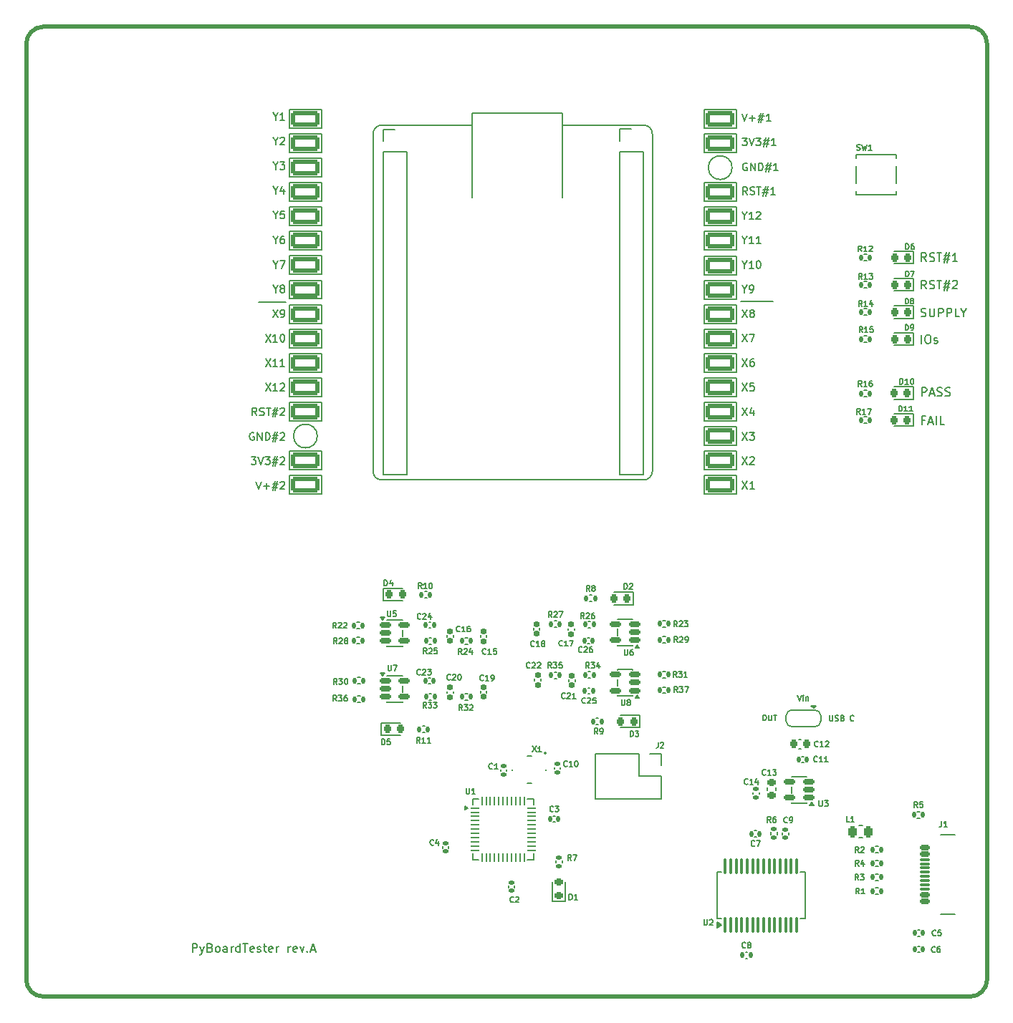
<source format=gbr>
%TF.GenerationSoftware,KiCad,Pcbnew,9.0.6*%
%TF.CreationDate,2026-01-20T14:35:22+00:00*%
%TF.ProjectId,OE PyBoard tester,4f452050-7942-46f6-9172-642074657374,rev?*%
%TF.SameCoordinates,PX4feafc0PY9062e40*%
%TF.FileFunction,Legend,Top*%
%TF.FilePolarity,Positive*%
%FSLAX46Y46*%
G04 Gerber Fmt 4.6, Leading zero omitted, Abs format (unit mm)*
G04 Created by KiCad (PCBNEW 9.0.6) date 2026-01-20 14:35:22*
%MOMM*%
%LPD*%
G01*
G04 APERTURE LIST*
G04 Aperture macros list*
%AMRoundRect*
0 Rectangle with rounded corners*
0 $1 Rounding radius*
0 $2 $3 $4 $5 $6 $7 $8 $9 X,Y pos of 4 corners*
0 Add a 4 corners polygon primitive as box body*
4,1,4,$2,$3,$4,$5,$6,$7,$8,$9,$2,$3,0*
0 Add four circle primitives for the rounded corners*
1,1,$1+$1,$2,$3*
1,1,$1+$1,$4,$5*
1,1,$1+$1,$6,$7*
1,1,$1+$1,$8,$9*
0 Add four rect primitives between the rounded corners*
20,1,$1+$1,$2,$3,$4,$5,0*
20,1,$1+$1,$4,$5,$6,$7,0*
20,1,$1+$1,$6,$7,$8,$9,0*
20,1,$1+$1,$8,$9,$2,$3,0*%
%AMFreePoly0*
4,1,23,0.550000,-0.750000,0.000000,-0.750000,0.000000,-0.745722,-0.065263,-0.745722,-0.191342,-0.711940,-0.304381,-0.646677,-0.396677,-0.554381,-0.461940,-0.441342,-0.495722,-0.315263,-0.495722,-0.250000,-0.500000,-0.250000,-0.500000,0.250000,-0.495722,0.250000,-0.495722,0.315263,-0.461940,0.441342,-0.396677,0.554381,-0.304381,0.646677,-0.191342,0.711940,-0.065263,0.745722,0.000000,0.745722,
0.000000,0.750000,0.550000,0.750000,0.550000,-0.750000,0.550000,-0.750000,$1*%
%AMFreePoly1*
4,1,23,0.000000,0.745722,0.065263,0.745722,0.191342,0.711940,0.304381,0.646677,0.396677,0.554381,0.461940,0.441342,0.495722,0.315263,0.495722,0.250000,0.500000,0.250000,0.500000,-0.250000,0.495722,-0.250000,0.495722,-0.315263,0.461940,-0.441342,0.396677,-0.554381,0.304381,-0.646677,0.191342,-0.711940,0.065263,-0.745722,0.000000,-0.745722,0.000000,-0.750000,-0.550000,-0.750000,
-0.550000,0.750000,0.000000,0.750000,0.000000,0.745722,0.000000,0.745722,$1*%
G04 Aperture macros list end*
%ADD10C,0.152400*%
%ADD11C,0.177800*%
%ADD12C,0.200000*%
%ADD13C,0.203200*%
%ADD14C,0.100000*%
%ADD15RoundRect,0.250000X-1.450000X-0.650000X1.450000X-0.650000X1.450000X0.650000X-1.450000X0.650000X0*%
%ADD16RoundRect,0.140000X0.140000X0.170000X-0.140000X0.170000X-0.140000X-0.170000X0.140000X-0.170000X0*%
%ADD17R,1.600000X1.400000*%
%ADD18RoundRect,0.135000X-0.135000X-0.185000X0.135000X-0.185000X0.135000X0.185000X-0.135000X0.185000X0*%
%ADD19RoundRect,0.218750X0.218750X0.256250X-0.218750X0.256250X-0.218750X-0.256250X0.218750X-0.256250X0*%
%ADD20R,1.700000X1.700000*%
%ADD21C,1.700000*%
%ADD22FreePoly0,180.000000*%
%ADD23R,1.000000X1.500000*%
%ADD24FreePoly1,180.000000*%
%ADD25RoundRect,0.100000X0.100000X-0.850000X0.100000X0.850000X-0.100000X0.850000X-0.100000X-0.850000X0*%
%ADD26RoundRect,0.135000X0.135000X0.185000X-0.135000X0.185000X-0.135000X-0.185000X0.135000X-0.185000X0*%
%ADD27RoundRect,0.250000X0.262500X0.450000X-0.262500X0.450000X-0.262500X-0.450000X0.262500X-0.450000X0*%
%ADD28RoundRect,0.155000X0.155000X-0.212500X0.155000X0.212500X-0.155000X0.212500X-0.155000X-0.212500X0*%
%ADD29RoundRect,0.155000X-0.155000X0.212500X-0.155000X-0.212500X0.155000X-0.212500X0.155000X0.212500X0*%
%ADD30RoundRect,0.150000X0.512500X0.150000X-0.512500X0.150000X-0.512500X-0.150000X0.512500X-0.150000X0*%
%ADD31C,2.000000*%
%ADD32RoundRect,0.140000X-0.140000X-0.170000X0.140000X-0.170000X0.140000X0.170000X-0.140000X0.170000X0*%
%ADD33RoundRect,0.218750X0.256250X-0.218750X0.256250X0.218750X-0.256250X0.218750X-0.256250X-0.218750X0*%
%ADD34RoundRect,0.150000X-0.512500X-0.150000X0.512500X-0.150000X0.512500X0.150000X-0.512500X0.150000X0*%
%ADD35RoundRect,0.140000X0.170000X-0.140000X0.170000X0.140000X-0.170000X0.140000X-0.170000X-0.140000X0*%
%ADD36R,1.400000X1.200000*%
%ADD37RoundRect,0.135000X-0.185000X0.135000X-0.185000X-0.135000X0.185000X-0.135000X0.185000X0.135000X0*%
%ADD38RoundRect,0.140000X-0.170000X0.140000X-0.170000X-0.140000X0.170000X-0.140000X0.170000X0.140000X0*%
%ADD39RoundRect,0.135000X0.185000X-0.135000X0.185000X0.135000X-0.185000X0.135000X-0.185000X-0.135000X0*%
%ADD40RoundRect,0.218750X-0.218750X-0.256250X0.218750X-0.256250X0.218750X0.256250X-0.218750X0.256250X0*%
%ADD41RoundRect,0.062500X-0.475000X-0.062500X0.475000X-0.062500X0.475000X0.062500X-0.475000X0.062500X0*%
%ADD42RoundRect,0.062500X-0.062500X-0.475000X0.062500X-0.475000X0.062500X0.475000X-0.062500X0.475000X0*%
%ADD43R,5.200000X5.200000*%
%ADD44RoundRect,0.225000X0.250000X-0.225000X0.250000X0.225000X-0.250000X0.225000X-0.250000X-0.225000X0*%
%ADD45C,0.650000*%
%ADD46RoundRect,0.150000X0.425000X-0.150000X0.425000X0.150000X-0.425000X0.150000X-0.425000X-0.150000X0*%
%ADD47RoundRect,0.075000X0.500000X-0.075000X0.500000X0.075000X-0.500000X0.075000X-0.500000X-0.075000X0*%
%ADD48O,2.100000X1.000000*%
%ADD49O,1.800000X1.000000*%
%ADD50RoundRect,0.225000X0.225000X0.250000X-0.225000X0.250000X-0.225000X-0.250000X0.225000X-0.250000X0*%
%TA.AperFunction,Profile*%
%ADD51C,0.500000*%
%TD*%
G04 APERTURE END LIST*
D10*
X40989000Y102055200D02*
G75*
G02*
X41989000Y103055200I999900J100D01*
G01*
X41989000Y103055200D02*
X52689000Y103055200D01*
X72989000Y61105200D02*
X41989000Y61105200D01*
X52689000Y104455200D02*
X63339000Y104455200D01*
X40989000Y62105200D02*
X40989000Y102055200D01*
X72989000Y103055200D02*
G75*
G02*
X73989000Y102055200I0J-1000000D01*
G01*
X73989000Y62105200D02*
G75*
G02*
X72989000Y61105200I-1000100J100D01*
G01*
D11*
X84433600Y82215200D02*
X88294400Y82215200D01*
D10*
X63339000Y104455200D02*
X63339000Y94505200D01*
X52689000Y94505200D02*
X52689000Y104455200D01*
X73989000Y102055200D02*
X73989000Y62105200D01*
X63339000Y103055200D02*
X72989000Y103055200D01*
D11*
X27468856Y82161534D02*
X30694656Y82161534D01*
D10*
X41989000Y61105200D02*
G75*
G02*
X40989000Y62105200I0J1000000D01*
G01*
D12*
X85181292Y98527686D02*
X85095578Y98570543D01*
X85095578Y98570543D02*
X84967006Y98570543D01*
X84967006Y98570543D02*
X84838435Y98527686D01*
X84838435Y98527686D02*
X84752720Y98441972D01*
X84752720Y98441972D02*
X84709863Y98356258D01*
X84709863Y98356258D02*
X84667006Y98184829D01*
X84667006Y98184829D02*
X84667006Y98056258D01*
X84667006Y98056258D02*
X84709863Y97884829D01*
X84709863Y97884829D02*
X84752720Y97799115D01*
X84752720Y97799115D02*
X84838435Y97713400D01*
X84838435Y97713400D02*
X84967006Y97670543D01*
X84967006Y97670543D02*
X85052720Y97670543D01*
X85052720Y97670543D02*
X85181292Y97713400D01*
X85181292Y97713400D02*
X85224149Y97756258D01*
X85224149Y97756258D02*
X85224149Y98056258D01*
X85224149Y98056258D02*
X85052720Y98056258D01*
X85609863Y97670543D02*
X85609863Y98570543D01*
X85609863Y98570543D02*
X86124149Y97670543D01*
X86124149Y97670543D02*
X86124149Y98570543D01*
X86552720Y97670543D02*
X86552720Y98570543D01*
X86552720Y98570543D02*
X86767006Y98570543D01*
X86767006Y98570543D02*
X86895577Y98527686D01*
X86895577Y98527686D02*
X86981292Y98441972D01*
X86981292Y98441972D02*
X87024149Y98356258D01*
X87024149Y98356258D02*
X87067006Y98184829D01*
X87067006Y98184829D02*
X87067006Y98056258D01*
X87067006Y98056258D02*
X87024149Y97884829D01*
X87024149Y97884829D02*
X86981292Y97799115D01*
X86981292Y97799115D02*
X86895577Y97713400D01*
X86895577Y97713400D02*
X86767006Y97670543D01*
X86767006Y97670543D02*
X86552720Y97670543D01*
X87409863Y98270543D02*
X88052720Y98270543D01*
X87667006Y98656258D02*
X87409863Y97499115D01*
X87967006Y97884829D02*
X87324149Y97884829D01*
X87709863Y97499115D02*
X87967006Y98656258D01*
X88824149Y97670543D02*
X88309863Y97670543D01*
X88567006Y97670543D02*
X88567006Y98570543D01*
X88567006Y98570543D02*
X88481292Y98441972D01*
X88481292Y98441972D02*
X88395577Y98356258D01*
X88395577Y98356258D02*
X88309863Y98313400D01*
X29474149Y98257647D02*
X29474149Y97829075D01*
X29174149Y98729075D02*
X29474149Y98257647D01*
X29474149Y98257647D02*
X29774149Y98729075D01*
X29988435Y98729075D02*
X30545578Y98729075D01*
X30545578Y98729075D02*
X30245578Y98386218D01*
X30245578Y98386218D02*
X30374149Y98386218D01*
X30374149Y98386218D02*
X30459864Y98343361D01*
X30459864Y98343361D02*
X30502721Y98300504D01*
X30502721Y98300504D02*
X30545578Y98214790D01*
X30545578Y98214790D02*
X30545578Y98000504D01*
X30545578Y98000504D02*
X30502721Y97914790D01*
X30502721Y97914790D02*
X30459864Y97871932D01*
X30459864Y97871932D02*
X30374149Y97829075D01*
X30374149Y97829075D02*
X30117006Y97829075D01*
X30117006Y97829075D02*
X30031292Y97871932D01*
X30031292Y97871932D02*
X29988435Y97914790D01*
X84624149Y60925743D02*
X85224149Y60025743D01*
X85224149Y60925743D02*
X84624149Y60025743D01*
X86038435Y60025743D02*
X85524149Y60025743D01*
X85781292Y60025743D02*
X85781292Y60925743D01*
X85781292Y60925743D02*
X85695578Y60797172D01*
X85695578Y60797172D02*
X85609863Y60711458D01*
X85609863Y60711458D02*
X85524149Y60668600D01*
X84624149Y81230410D02*
X85224149Y80330410D01*
X85224149Y81230410D02*
X84624149Y80330410D01*
X85695578Y80844696D02*
X85609863Y80887553D01*
X85609863Y80887553D02*
X85567006Y80930410D01*
X85567006Y80930410D02*
X85524149Y81016125D01*
X85524149Y81016125D02*
X85524149Y81058982D01*
X85524149Y81058982D02*
X85567006Y81144696D01*
X85567006Y81144696D02*
X85609863Y81187553D01*
X85609863Y81187553D02*
X85695578Y81230410D01*
X85695578Y81230410D02*
X85867006Y81230410D01*
X85867006Y81230410D02*
X85952721Y81187553D01*
X85952721Y81187553D02*
X85995578Y81144696D01*
X85995578Y81144696D02*
X86038435Y81058982D01*
X86038435Y81058982D02*
X86038435Y81016125D01*
X86038435Y81016125D02*
X85995578Y80930410D01*
X85995578Y80930410D02*
X85952721Y80887553D01*
X85952721Y80887553D02*
X85867006Y80844696D01*
X85867006Y80844696D02*
X85695578Y80844696D01*
X85695578Y80844696D02*
X85609863Y80801839D01*
X85609863Y80801839D02*
X85567006Y80758982D01*
X85567006Y80758982D02*
X85524149Y80673267D01*
X85524149Y80673267D02*
X85524149Y80501839D01*
X85524149Y80501839D02*
X85567006Y80416125D01*
X85567006Y80416125D02*
X85609863Y80373267D01*
X85609863Y80373267D02*
X85695578Y80330410D01*
X85695578Y80330410D02*
X85867006Y80330410D01*
X85867006Y80330410D02*
X85952721Y80373267D01*
X85952721Y80373267D02*
X85995578Y80416125D01*
X85995578Y80416125D02*
X86038435Y80501839D01*
X86038435Y80501839D02*
X86038435Y80673267D01*
X86038435Y80673267D02*
X85995578Y80758982D01*
X85995578Y80758982D02*
X85952721Y80801839D01*
X85952721Y80801839D02*
X85867006Y80844696D01*
D10*
X87079533Y32652412D02*
X87079533Y33312812D01*
X87079533Y33312812D02*
X87236771Y33312812D01*
X87236771Y33312812D02*
X87331114Y33281364D01*
X87331114Y33281364D02*
X87394009Y33218469D01*
X87394009Y33218469D02*
X87425456Y33155574D01*
X87425456Y33155574D02*
X87456904Y33029783D01*
X87456904Y33029783D02*
X87456904Y32935440D01*
X87456904Y32935440D02*
X87425456Y32809650D01*
X87425456Y32809650D02*
X87394009Y32746755D01*
X87394009Y32746755D02*
X87331114Y32683859D01*
X87331114Y32683859D02*
X87236771Y32652412D01*
X87236771Y32652412D02*
X87079533Y32652412D01*
X87739933Y33312812D02*
X87739933Y32778202D01*
X87739933Y32778202D02*
X87771380Y32715307D01*
X87771380Y32715307D02*
X87802828Y32683859D01*
X87802828Y32683859D02*
X87865723Y32652412D01*
X87865723Y32652412D02*
X87991514Y32652412D01*
X87991514Y32652412D02*
X88054409Y32683859D01*
X88054409Y32683859D02*
X88085856Y32715307D01*
X88085856Y32715307D02*
X88117304Y32778202D01*
X88117304Y32778202D02*
X88117304Y33312812D01*
X88337438Y33312812D02*
X88714809Y33312812D01*
X88526123Y32652412D02*
X88526123Y33312812D01*
D12*
X105804762Y77247781D02*
X105804762Y78247781D01*
X106471428Y78247781D02*
X106661904Y78247781D01*
X106661904Y78247781D02*
X106757142Y78200162D01*
X106757142Y78200162D02*
X106852380Y78104924D01*
X106852380Y78104924D02*
X106899999Y77914448D01*
X106899999Y77914448D02*
X106899999Y77581115D01*
X106899999Y77581115D02*
X106852380Y77390639D01*
X106852380Y77390639D02*
X106757142Y77295400D01*
X106757142Y77295400D02*
X106661904Y77247781D01*
X106661904Y77247781D02*
X106471428Y77247781D01*
X106471428Y77247781D02*
X106376190Y77295400D01*
X106376190Y77295400D02*
X106280952Y77390639D01*
X106280952Y77390639D02*
X106233333Y77581115D01*
X106233333Y77581115D02*
X106233333Y77914448D01*
X106233333Y77914448D02*
X106280952Y78104924D01*
X106280952Y78104924D02*
X106376190Y78200162D01*
X106376190Y78200162D02*
X106471428Y78247781D01*
X107280952Y77295400D02*
X107376190Y77247781D01*
X107376190Y77247781D02*
X107566666Y77247781D01*
X107566666Y77247781D02*
X107661904Y77295400D01*
X107661904Y77295400D02*
X107709523Y77390639D01*
X107709523Y77390639D02*
X107709523Y77438258D01*
X107709523Y77438258D02*
X107661904Y77533496D01*
X107661904Y77533496D02*
X107566666Y77581115D01*
X107566666Y77581115D02*
X107423809Y77581115D01*
X107423809Y77581115D02*
X107328571Y77628734D01*
X107328571Y77628734D02*
X107280952Y77723972D01*
X107280952Y77723972D02*
X107280952Y77771591D01*
X107280952Y77771591D02*
X107328571Y77866829D01*
X107328571Y77866829D02*
X107423809Y77914448D01*
X107423809Y77914448D02*
X107566666Y77914448D01*
X107566666Y77914448D02*
X107661904Y77866829D01*
D10*
X91173876Y35662812D02*
X91394009Y35002412D01*
X91394009Y35002412D02*
X91614142Y35662812D01*
X91834276Y35002412D02*
X91834276Y35442679D01*
X91834276Y35662812D02*
X91802828Y35631364D01*
X91802828Y35631364D02*
X91834276Y35599917D01*
X91834276Y35599917D02*
X91865723Y35631364D01*
X91865723Y35631364D02*
X91834276Y35662812D01*
X91834276Y35662812D02*
X91834276Y35599917D01*
X92148752Y35442679D02*
X92148752Y35002412D01*
X92148752Y35379783D02*
X92180199Y35411231D01*
X92180199Y35411231D02*
X92243094Y35442679D01*
X92243094Y35442679D02*
X92337437Y35442679D01*
X92337437Y35442679D02*
X92400333Y35411231D01*
X92400333Y35411231D02*
X92431780Y35348336D01*
X92431780Y35348336D02*
X92431780Y35002412D01*
D12*
X84881292Y86560315D02*
X84881292Y86131743D01*
X84581292Y87031743D02*
X84881292Y86560315D01*
X84881292Y86560315D02*
X85181292Y87031743D01*
X85952721Y86131743D02*
X85438435Y86131743D01*
X85695578Y86131743D02*
X85695578Y87031743D01*
X85695578Y87031743D02*
X85609864Y86903172D01*
X85609864Y86903172D02*
X85524149Y86817458D01*
X85524149Y86817458D02*
X85438435Y86774600D01*
X86509864Y87031743D02*
X86595578Y87031743D01*
X86595578Y87031743D02*
X86681292Y86988886D01*
X86681292Y86988886D02*
X86724150Y86946029D01*
X86724150Y86946029D02*
X86767007Y86860315D01*
X86767007Y86860315D02*
X86809864Y86688886D01*
X86809864Y86688886D02*
X86809864Y86474600D01*
X86809864Y86474600D02*
X86767007Y86303172D01*
X86767007Y86303172D02*
X86724150Y86217458D01*
X86724150Y86217458D02*
X86681292Y86174600D01*
X86681292Y86174600D02*
X86595578Y86131743D01*
X86595578Y86131743D02*
X86509864Y86131743D01*
X86509864Y86131743D02*
X86424150Y86174600D01*
X86424150Y86174600D02*
X86381292Y86217458D01*
X86381292Y86217458D02*
X86338435Y86303172D01*
X86338435Y86303172D02*
X86295578Y86474600D01*
X86295578Y86474600D02*
X86295578Y86688886D01*
X86295578Y86688886D02*
X86338435Y86860315D01*
X86338435Y86860315D02*
X86381292Y86946029D01*
X86381292Y86946029D02*
X86424150Y86988886D01*
X86424150Y86988886D02*
X86509864Y87031743D01*
X105757143Y80445400D02*
X105900000Y80397781D01*
X105900000Y80397781D02*
X106138095Y80397781D01*
X106138095Y80397781D02*
X106233333Y80445400D01*
X106233333Y80445400D02*
X106280952Y80493020D01*
X106280952Y80493020D02*
X106328571Y80588258D01*
X106328571Y80588258D02*
X106328571Y80683496D01*
X106328571Y80683496D02*
X106280952Y80778734D01*
X106280952Y80778734D02*
X106233333Y80826353D01*
X106233333Y80826353D02*
X106138095Y80873972D01*
X106138095Y80873972D02*
X105947619Y80921591D01*
X105947619Y80921591D02*
X105852381Y80969210D01*
X105852381Y80969210D02*
X105804762Y81016829D01*
X105804762Y81016829D02*
X105757143Y81112067D01*
X105757143Y81112067D02*
X105757143Y81207305D01*
X105757143Y81207305D02*
X105804762Y81302543D01*
X105804762Y81302543D02*
X105852381Y81350162D01*
X105852381Y81350162D02*
X105947619Y81397781D01*
X105947619Y81397781D02*
X106185714Y81397781D01*
X106185714Y81397781D02*
X106328571Y81350162D01*
X106757143Y81397781D02*
X106757143Y80588258D01*
X106757143Y80588258D02*
X106804762Y80493020D01*
X106804762Y80493020D02*
X106852381Y80445400D01*
X106852381Y80445400D02*
X106947619Y80397781D01*
X106947619Y80397781D02*
X107138095Y80397781D01*
X107138095Y80397781D02*
X107233333Y80445400D01*
X107233333Y80445400D02*
X107280952Y80493020D01*
X107280952Y80493020D02*
X107328571Y80588258D01*
X107328571Y80588258D02*
X107328571Y81397781D01*
X107804762Y80397781D02*
X107804762Y81397781D01*
X107804762Y81397781D02*
X108185714Y81397781D01*
X108185714Y81397781D02*
X108280952Y81350162D01*
X108280952Y81350162D02*
X108328571Y81302543D01*
X108328571Y81302543D02*
X108376190Y81207305D01*
X108376190Y81207305D02*
X108376190Y81064448D01*
X108376190Y81064448D02*
X108328571Y80969210D01*
X108328571Y80969210D02*
X108280952Y80921591D01*
X108280952Y80921591D02*
X108185714Y80873972D01*
X108185714Y80873972D02*
X107804762Y80873972D01*
X108804762Y80397781D02*
X108804762Y81397781D01*
X108804762Y81397781D02*
X109185714Y81397781D01*
X109185714Y81397781D02*
X109280952Y81350162D01*
X109280952Y81350162D02*
X109328571Y81302543D01*
X109328571Y81302543D02*
X109376190Y81207305D01*
X109376190Y81207305D02*
X109376190Y81064448D01*
X109376190Y81064448D02*
X109328571Y80969210D01*
X109328571Y80969210D02*
X109280952Y80921591D01*
X109280952Y80921591D02*
X109185714Y80873972D01*
X109185714Y80873972D02*
X108804762Y80873972D01*
X110280952Y80397781D02*
X109804762Y80397781D01*
X109804762Y80397781D02*
X109804762Y81397781D01*
X110804762Y80873972D02*
X110804762Y80397781D01*
X110471429Y81397781D02*
X110804762Y80873972D01*
X110804762Y80873972D02*
X111138095Y81397781D01*
X29474149Y101160981D02*
X29474149Y100732409D01*
X29174149Y101632409D02*
X29474149Y101160981D01*
X29474149Y101160981D02*
X29774149Y101632409D01*
X30031292Y101546695D02*
X30074149Y101589552D01*
X30074149Y101589552D02*
X30159864Y101632409D01*
X30159864Y101632409D02*
X30374149Y101632409D01*
X30374149Y101632409D02*
X30459864Y101589552D01*
X30459864Y101589552D02*
X30502721Y101546695D01*
X30502721Y101546695D02*
X30545578Y101460981D01*
X30545578Y101460981D02*
X30545578Y101375266D01*
X30545578Y101375266D02*
X30502721Y101246695D01*
X30502721Y101246695D02*
X29988435Y100732409D01*
X29988435Y100732409D02*
X30545578Y100732409D01*
X28274149Y75425743D02*
X28874149Y74525743D01*
X28874149Y75425743D02*
X28274149Y74525743D01*
X29688435Y74525743D02*
X29174149Y74525743D01*
X29431292Y74525743D02*
X29431292Y75425743D01*
X29431292Y75425743D02*
X29345578Y75297172D01*
X29345578Y75297172D02*
X29259863Y75211458D01*
X29259863Y75211458D02*
X29174149Y75168600D01*
X30545578Y74525743D02*
X30031292Y74525743D01*
X30288435Y74525743D02*
X30288435Y75425743D01*
X30288435Y75425743D02*
X30202721Y75297172D01*
X30202721Y75297172D02*
X30117006Y75211458D01*
X30117006Y75211458D02*
X30031292Y75168600D01*
X84881292Y89460982D02*
X84881292Y89032410D01*
X84581292Y89932410D02*
X84881292Y89460982D01*
X84881292Y89460982D02*
X85181292Y89932410D01*
X85952721Y89032410D02*
X85438435Y89032410D01*
X85695578Y89032410D02*
X85695578Y89932410D01*
X85695578Y89932410D02*
X85609864Y89803839D01*
X85609864Y89803839D02*
X85524149Y89718125D01*
X85524149Y89718125D02*
X85438435Y89675267D01*
X86809864Y89032410D02*
X86295578Y89032410D01*
X86552721Y89032410D02*
X86552721Y89932410D01*
X86552721Y89932410D02*
X86467007Y89803839D01*
X86467007Y89803839D02*
X86381292Y89718125D01*
X86381292Y89718125D02*
X86295578Y89675267D01*
X29474149Y83664315D02*
X29474149Y83235743D01*
X29174149Y84135743D02*
X29474149Y83664315D01*
X29474149Y83664315D02*
X29774149Y84135743D01*
X30202721Y83750029D02*
X30117006Y83792886D01*
X30117006Y83792886D02*
X30074149Y83835743D01*
X30074149Y83835743D02*
X30031292Y83921458D01*
X30031292Y83921458D02*
X30031292Y83964315D01*
X30031292Y83964315D02*
X30074149Y84050029D01*
X30074149Y84050029D02*
X30117006Y84092886D01*
X30117006Y84092886D02*
X30202721Y84135743D01*
X30202721Y84135743D02*
X30374149Y84135743D01*
X30374149Y84135743D02*
X30459864Y84092886D01*
X30459864Y84092886D02*
X30502721Y84050029D01*
X30502721Y84050029D02*
X30545578Y83964315D01*
X30545578Y83964315D02*
X30545578Y83921458D01*
X30545578Y83921458D02*
X30502721Y83835743D01*
X30502721Y83835743D02*
X30459864Y83792886D01*
X30459864Y83792886D02*
X30374149Y83750029D01*
X30374149Y83750029D02*
X30202721Y83750029D01*
X30202721Y83750029D02*
X30117006Y83707172D01*
X30117006Y83707172D02*
X30074149Y83664315D01*
X30074149Y83664315D02*
X30031292Y83578600D01*
X30031292Y83578600D02*
X30031292Y83407172D01*
X30031292Y83407172D02*
X30074149Y83321458D01*
X30074149Y83321458D02*
X30117006Y83278600D01*
X30117006Y83278600D02*
X30202721Y83235743D01*
X30202721Y83235743D02*
X30374149Y83235743D01*
X30374149Y83235743D02*
X30459864Y83278600D01*
X30459864Y83278600D02*
X30502721Y83321458D01*
X30502721Y83321458D02*
X30545578Y83407172D01*
X30545578Y83407172D02*
X30545578Y83578600D01*
X30545578Y83578600D02*
X30502721Y83664315D01*
X30502721Y83664315D02*
X30459864Y83707172D01*
X30459864Y83707172D02*
X30374149Y83750029D01*
X26602720Y63812409D02*
X27159863Y63812409D01*
X27159863Y63812409D02*
X26859863Y63469552D01*
X26859863Y63469552D02*
X26988434Y63469552D01*
X26988434Y63469552D02*
X27074149Y63426695D01*
X27074149Y63426695D02*
X27117006Y63383838D01*
X27117006Y63383838D02*
X27159863Y63298124D01*
X27159863Y63298124D02*
X27159863Y63083838D01*
X27159863Y63083838D02*
X27117006Y62998124D01*
X27117006Y62998124D02*
X27074149Y62955266D01*
X27074149Y62955266D02*
X26988434Y62912409D01*
X26988434Y62912409D02*
X26731291Y62912409D01*
X26731291Y62912409D02*
X26645577Y62955266D01*
X26645577Y62955266D02*
X26602720Y62998124D01*
X27417006Y63812409D02*
X27717006Y62912409D01*
X27717006Y62912409D02*
X28017006Y63812409D01*
X28231292Y63812409D02*
X28788435Y63812409D01*
X28788435Y63812409D02*
X28488435Y63469552D01*
X28488435Y63469552D02*
X28617006Y63469552D01*
X28617006Y63469552D02*
X28702721Y63426695D01*
X28702721Y63426695D02*
X28745578Y63383838D01*
X28745578Y63383838D02*
X28788435Y63298124D01*
X28788435Y63298124D02*
X28788435Y63083838D01*
X28788435Y63083838D02*
X28745578Y62998124D01*
X28745578Y62998124D02*
X28702721Y62955266D01*
X28702721Y62955266D02*
X28617006Y62912409D01*
X28617006Y62912409D02*
X28359863Y62912409D01*
X28359863Y62912409D02*
X28274149Y62955266D01*
X28274149Y62955266D02*
X28231292Y62998124D01*
X29131292Y63512409D02*
X29774149Y63512409D01*
X29388435Y63898124D02*
X29131292Y62740981D01*
X29688435Y63126695D02*
X29045578Y63126695D01*
X29431292Y62740981D02*
X29688435Y63898124D01*
X30031292Y63726695D02*
X30074149Y63769552D01*
X30074149Y63769552D02*
X30159864Y63812409D01*
X30159864Y63812409D02*
X30374149Y63812409D01*
X30374149Y63812409D02*
X30459864Y63769552D01*
X30459864Y63769552D02*
X30502721Y63726695D01*
X30502721Y63726695D02*
X30545578Y63640981D01*
X30545578Y63640981D02*
X30545578Y63555266D01*
X30545578Y63555266D02*
X30502721Y63426695D01*
X30502721Y63426695D02*
X29988435Y62912409D01*
X29988435Y62912409D02*
X30545578Y62912409D01*
X105852381Y71022781D02*
X105852381Y72022781D01*
X105852381Y72022781D02*
X106233333Y72022781D01*
X106233333Y72022781D02*
X106328571Y71975162D01*
X106328571Y71975162D02*
X106376190Y71927543D01*
X106376190Y71927543D02*
X106423809Y71832305D01*
X106423809Y71832305D02*
X106423809Y71689448D01*
X106423809Y71689448D02*
X106376190Y71594210D01*
X106376190Y71594210D02*
X106328571Y71546591D01*
X106328571Y71546591D02*
X106233333Y71498972D01*
X106233333Y71498972D02*
X105852381Y71498972D01*
X106804762Y71308496D02*
X107280952Y71308496D01*
X106709524Y71022781D02*
X107042857Y72022781D01*
X107042857Y72022781D02*
X107376190Y71022781D01*
X107661905Y71070400D02*
X107804762Y71022781D01*
X107804762Y71022781D02*
X108042857Y71022781D01*
X108042857Y71022781D02*
X108138095Y71070400D01*
X108138095Y71070400D02*
X108185714Y71118020D01*
X108185714Y71118020D02*
X108233333Y71213258D01*
X108233333Y71213258D02*
X108233333Y71308496D01*
X108233333Y71308496D02*
X108185714Y71403734D01*
X108185714Y71403734D02*
X108138095Y71451353D01*
X108138095Y71451353D02*
X108042857Y71498972D01*
X108042857Y71498972D02*
X107852381Y71546591D01*
X107852381Y71546591D02*
X107757143Y71594210D01*
X107757143Y71594210D02*
X107709524Y71641829D01*
X107709524Y71641829D02*
X107661905Y71737067D01*
X107661905Y71737067D02*
X107661905Y71832305D01*
X107661905Y71832305D02*
X107709524Y71927543D01*
X107709524Y71927543D02*
X107757143Y71975162D01*
X107757143Y71975162D02*
X107852381Y72022781D01*
X107852381Y72022781D02*
X108090476Y72022781D01*
X108090476Y72022781D02*
X108233333Y71975162D01*
X108614286Y71070400D02*
X108757143Y71022781D01*
X108757143Y71022781D02*
X108995238Y71022781D01*
X108995238Y71022781D02*
X109090476Y71070400D01*
X109090476Y71070400D02*
X109138095Y71118020D01*
X109138095Y71118020D02*
X109185714Y71213258D01*
X109185714Y71213258D02*
X109185714Y71308496D01*
X109185714Y71308496D02*
X109138095Y71403734D01*
X109138095Y71403734D02*
X109090476Y71451353D01*
X109090476Y71451353D02*
X108995238Y71498972D01*
X108995238Y71498972D02*
X108804762Y71546591D01*
X108804762Y71546591D02*
X108709524Y71594210D01*
X108709524Y71594210D02*
X108661905Y71641829D01*
X108661905Y71641829D02*
X108614286Y71737067D01*
X108614286Y71737067D02*
X108614286Y71832305D01*
X108614286Y71832305D02*
X108661905Y71927543D01*
X108661905Y71927543D02*
X108709524Y71975162D01*
X108709524Y71975162D02*
X108804762Y72022781D01*
X108804762Y72022781D02*
X109042857Y72022781D01*
X109042857Y72022781D02*
X109185714Y71975162D01*
X84624149Y66727076D02*
X85224149Y65827076D01*
X85224149Y66727076D02*
X84624149Y65827076D01*
X85481292Y66727076D02*
X86038435Y66727076D01*
X86038435Y66727076D02*
X85738435Y66384219D01*
X85738435Y66384219D02*
X85867006Y66384219D01*
X85867006Y66384219D02*
X85952721Y66341362D01*
X85952721Y66341362D02*
X85995578Y66298505D01*
X85995578Y66298505D02*
X86038435Y66212791D01*
X86038435Y66212791D02*
X86038435Y65998505D01*
X86038435Y65998505D02*
X85995578Y65912791D01*
X85995578Y65912791D02*
X85952721Y65869933D01*
X85952721Y65869933D02*
X85867006Y65827076D01*
X85867006Y65827076D02*
X85609863Y65827076D01*
X85609863Y65827076D02*
X85524149Y65869933D01*
X85524149Y65869933D02*
X85481292Y65912791D01*
X106376190Y83697781D02*
X106042857Y84173972D01*
X105804762Y83697781D02*
X105804762Y84697781D01*
X105804762Y84697781D02*
X106185714Y84697781D01*
X106185714Y84697781D02*
X106280952Y84650162D01*
X106280952Y84650162D02*
X106328571Y84602543D01*
X106328571Y84602543D02*
X106376190Y84507305D01*
X106376190Y84507305D02*
X106376190Y84364448D01*
X106376190Y84364448D02*
X106328571Y84269210D01*
X106328571Y84269210D02*
X106280952Y84221591D01*
X106280952Y84221591D02*
X106185714Y84173972D01*
X106185714Y84173972D02*
X105804762Y84173972D01*
X106757143Y83745400D02*
X106900000Y83697781D01*
X106900000Y83697781D02*
X107138095Y83697781D01*
X107138095Y83697781D02*
X107233333Y83745400D01*
X107233333Y83745400D02*
X107280952Y83793020D01*
X107280952Y83793020D02*
X107328571Y83888258D01*
X107328571Y83888258D02*
X107328571Y83983496D01*
X107328571Y83983496D02*
X107280952Y84078734D01*
X107280952Y84078734D02*
X107233333Y84126353D01*
X107233333Y84126353D02*
X107138095Y84173972D01*
X107138095Y84173972D02*
X106947619Y84221591D01*
X106947619Y84221591D02*
X106852381Y84269210D01*
X106852381Y84269210D02*
X106804762Y84316829D01*
X106804762Y84316829D02*
X106757143Y84412067D01*
X106757143Y84412067D02*
X106757143Y84507305D01*
X106757143Y84507305D02*
X106804762Y84602543D01*
X106804762Y84602543D02*
X106852381Y84650162D01*
X106852381Y84650162D02*
X106947619Y84697781D01*
X106947619Y84697781D02*
X107185714Y84697781D01*
X107185714Y84697781D02*
X107328571Y84650162D01*
X107614286Y84697781D02*
X108185714Y84697781D01*
X107900000Y83697781D02*
X107900000Y84697781D01*
X108471429Y84364448D02*
X109185714Y84364448D01*
X108757143Y84793020D02*
X108471429Y83507305D01*
X109090476Y83935877D02*
X108376191Y83935877D01*
X108804762Y83507305D02*
X109090476Y84793020D01*
X109471429Y84602543D02*
X109519048Y84650162D01*
X109519048Y84650162D02*
X109614286Y84697781D01*
X109614286Y84697781D02*
X109852381Y84697781D01*
X109852381Y84697781D02*
X109947619Y84650162D01*
X109947619Y84650162D02*
X109995238Y84602543D01*
X109995238Y84602543D02*
X110042857Y84507305D01*
X110042857Y84507305D02*
X110042857Y84412067D01*
X110042857Y84412067D02*
X109995238Y84269210D01*
X109995238Y84269210D02*
X109423810Y83697781D01*
X109423810Y83697781D02*
X110042857Y83697781D01*
X27159863Y60909076D02*
X27459863Y60009076D01*
X27459863Y60009076D02*
X27759863Y60909076D01*
X28059863Y60351933D02*
X28745578Y60351933D01*
X28402720Y60009076D02*
X28402720Y60694791D01*
X29131292Y60609076D02*
X29774149Y60609076D01*
X29388435Y60994791D02*
X29131292Y59837648D01*
X29688435Y60223362D02*
X29045578Y60223362D01*
X29431292Y59837648D02*
X29688435Y60994791D01*
X30031292Y60823362D02*
X30074149Y60866219D01*
X30074149Y60866219D02*
X30159864Y60909076D01*
X30159864Y60909076D02*
X30374149Y60909076D01*
X30374149Y60909076D02*
X30459864Y60866219D01*
X30459864Y60866219D02*
X30502721Y60823362D01*
X30502721Y60823362D02*
X30545578Y60737648D01*
X30545578Y60737648D02*
X30545578Y60651933D01*
X30545578Y60651933D02*
X30502721Y60523362D01*
X30502721Y60523362D02*
X29988435Y60009076D01*
X29988435Y60009076D02*
X30545578Y60009076D01*
X29474149Y95354314D02*
X29474149Y94925742D01*
X29174149Y95825742D02*
X29474149Y95354314D01*
X29474149Y95354314D02*
X29774149Y95825742D01*
X30459864Y95525742D02*
X30459864Y94925742D01*
X30245578Y95868599D02*
X30031292Y95225742D01*
X30031292Y95225742D02*
X30588435Y95225742D01*
X29474149Y86567648D02*
X29474149Y86139076D01*
X29174149Y87039076D02*
X29474149Y86567648D01*
X29474149Y86567648D02*
X29774149Y87039076D01*
X29988435Y87039076D02*
X30588435Y87039076D01*
X30588435Y87039076D02*
X30202721Y86139076D01*
X29474149Y89470981D02*
X29474149Y89042409D01*
X29174149Y89942409D02*
X29474149Y89470981D01*
X29474149Y89470981D02*
X29774149Y89942409D01*
X30459864Y89942409D02*
X30288435Y89942409D01*
X30288435Y89942409D02*
X30202721Y89899552D01*
X30202721Y89899552D02*
X30159864Y89856695D01*
X30159864Y89856695D02*
X30074149Y89728124D01*
X30074149Y89728124D02*
X30031292Y89556695D01*
X30031292Y89556695D02*
X30031292Y89213838D01*
X30031292Y89213838D02*
X30074149Y89128124D01*
X30074149Y89128124D02*
X30117006Y89085266D01*
X30117006Y89085266D02*
X30202721Y89042409D01*
X30202721Y89042409D02*
X30374149Y89042409D01*
X30374149Y89042409D02*
X30459864Y89085266D01*
X30459864Y89085266D02*
X30502721Y89128124D01*
X30502721Y89128124D02*
X30545578Y89213838D01*
X30545578Y89213838D02*
X30545578Y89428124D01*
X30545578Y89428124D02*
X30502721Y89513838D01*
X30502721Y89513838D02*
X30459864Y89556695D01*
X30459864Y89556695D02*
X30374149Y89599552D01*
X30374149Y89599552D02*
X30202721Y89599552D01*
X30202721Y89599552D02*
X30117006Y89556695D01*
X30117006Y89556695D02*
X30074149Y89513838D01*
X30074149Y89513838D02*
X30031292Y89428124D01*
X84624149Y78329743D02*
X85224149Y77429743D01*
X85224149Y78329743D02*
X84624149Y77429743D01*
X85481292Y78329743D02*
X86081292Y78329743D01*
X86081292Y78329743D02*
X85695578Y77429743D01*
X84624149Y75429076D02*
X85224149Y74529076D01*
X85224149Y75429076D02*
X84624149Y74529076D01*
X85952721Y75429076D02*
X85781292Y75429076D01*
X85781292Y75429076D02*
X85695578Y75386219D01*
X85695578Y75386219D02*
X85652721Y75343362D01*
X85652721Y75343362D02*
X85567006Y75214791D01*
X85567006Y75214791D02*
X85524149Y75043362D01*
X85524149Y75043362D02*
X85524149Y74700505D01*
X85524149Y74700505D02*
X85567006Y74614791D01*
X85567006Y74614791D02*
X85609863Y74571933D01*
X85609863Y74571933D02*
X85695578Y74529076D01*
X85695578Y74529076D02*
X85867006Y74529076D01*
X85867006Y74529076D02*
X85952721Y74571933D01*
X85952721Y74571933D02*
X85995578Y74614791D01*
X85995578Y74614791D02*
X86038435Y74700505D01*
X86038435Y74700505D02*
X86038435Y74914791D01*
X86038435Y74914791D02*
X85995578Y75000505D01*
X85995578Y75000505D02*
X85952721Y75043362D01*
X85952721Y75043362D02*
X85867006Y75086219D01*
X85867006Y75086219D02*
X85695578Y75086219D01*
X85695578Y75086219D02*
X85609863Y75043362D01*
X85609863Y75043362D02*
X85567006Y75000505D01*
X85567006Y75000505D02*
X85524149Y74914791D01*
D13*
X19635713Y5247948D02*
X19635713Y6247948D01*
X19635713Y6247948D02*
X20016665Y6247948D01*
X20016665Y6247948D02*
X20111903Y6200329D01*
X20111903Y6200329D02*
X20159522Y6152710D01*
X20159522Y6152710D02*
X20207141Y6057472D01*
X20207141Y6057472D02*
X20207141Y5914615D01*
X20207141Y5914615D02*
X20159522Y5819377D01*
X20159522Y5819377D02*
X20111903Y5771758D01*
X20111903Y5771758D02*
X20016665Y5724139D01*
X20016665Y5724139D02*
X19635713Y5724139D01*
X20540475Y5914615D02*
X20778570Y5247948D01*
X21016665Y5914615D02*
X20778570Y5247948D01*
X20778570Y5247948D02*
X20683332Y5009853D01*
X20683332Y5009853D02*
X20635713Y4962234D01*
X20635713Y4962234D02*
X20540475Y4914615D01*
X21730951Y5771758D02*
X21873808Y5724139D01*
X21873808Y5724139D02*
X21921427Y5676520D01*
X21921427Y5676520D02*
X21969046Y5581282D01*
X21969046Y5581282D02*
X21969046Y5438425D01*
X21969046Y5438425D02*
X21921427Y5343187D01*
X21921427Y5343187D02*
X21873808Y5295567D01*
X21873808Y5295567D02*
X21778570Y5247948D01*
X21778570Y5247948D02*
X21397618Y5247948D01*
X21397618Y5247948D02*
X21397618Y6247948D01*
X21397618Y6247948D02*
X21730951Y6247948D01*
X21730951Y6247948D02*
X21826189Y6200329D01*
X21826189Y6200329D02*
X21873808Y6152710D01*
X21873808Y6152710D02*
X21921427Y6057472D01*
X21921427Y6057472D02*
X21921427Y5962234D01*
X21921427Y5962234D02*
X21873808Y5866996D01*
X21873808Y5866996D02*
X21826189Y5819377D01*
X21826189Y5819377D02*
X21730951Y5771758D01*
X21730951Y5771758D02*
X21397618Y5771758D01*
X22540475Y5247948D02*
X22445237Y5295567D01*
X22445237Y5295567D02*
X22397618Y5343187D01*
X22397618Y5343187D02*
X22349999Y5438425D01*
X22349999Y5438425D02*
X22349999Y5724139D01*
X22349999Y5724139D02*
X22397618Y5819377D01*
X22397618Y5819377D02*
X22445237Y5866996D01*
X22445237Y5866996D02*
X22540475Y5914615D01*
X22540475Y5914615D02*
X22683332Y5914615D01*
X22683332Y5914615D02*
X22778570Y5866996D01*
X22778570Y5866996D02*
X22826189Y5819377D01*
X22826189Y5819377D02*
X22873808Y5724139D01*
X22873808Y5724139D02*
X22873808Y5438425D01*
X22873808Y5438425D02*
X22826189Y5343187D01*
X22826189Y5343187D02*
X22778570Y5295567D01*
X22778570Y5295567D02*
X22683332Y5247948D01*
X22683332Y5247948D02*
X22540475Y5247948D01*
X23730951Y5247948D02*
X23730951Y5771758D01*
X23730951Y5771758D02*
X23683332Y5866996D01*
X23683332Y5866996D02*
X23588094Y5914615D01*
X23588094Y5914615D02*
X23397618Y5914615D01*
X23397618Y5914615D02*
X23302380Y5866996D01*
X23730951Y5295567D02*
X23635713Y5247948D01*
X23635713Y5247948D02*
X23397618Y5247948D01*
X23397618Y5247948D02*
X23302380Y5295567D01*
X23302380Y5295567D02*
X23254761Y5390806D01*
X23254761Y5390806D02*
X23254761Y5486044D01*
X23254761Y5486044D02*
X23302380Y5581282D01*
X23302380Y5581282D02*
X23397618Y5628901D01*
X23397618Y5628901D02*
X23635713Y5628901D01*
X23635713Y5628901D02*
X23730951Y5676520D01*
X24207142Y5247948D02*
X24207142Y5914615D01*
X24207142Y5724139D02*
X24254761Y5819377D01*
X24254761Y5819377D02*
X24302380Y5866996D01*
X24302380Y5866996D02*
X24397618Y5914615D01*
X24397618Y5914615D02*
X24492856Y5914615D01*
X25254761Y5247948D02*
X25254761Y6247948D01*
X25254761Y5295567D02*
X25159523Y5247948D01*
X25159523Y5247948D02*
X24969047Y5247948D01*
X24969047Y5247948D02*
X24873809Y5295567D01*
X24873809Y5295567D02*
X24826190Y5343187D01*
X24826190Y5343187D02*
X24778571Y5438425D01*
X24778571Y5438425D02*
X24778571Y5724139D01*
X24778571Y5724139D02*
X24826190Y5819377D01*
X24826190Y5819377D02*
X24873809Y5866996D01*
X24873809Y5866996D02*
X24969047Y5914615D01*
X24969047Y5914615D02*
X25159523Y5914615D01*
X25159523Y5914615D02*
X25254761Y5866996D01*
X25588095Y6247948D02*
X26159523Y6247948D01*
X25873809Y5247948D02*
X25873809Y6247948D01*
X26873809Y5295567D02*
X26778571Y5247948D01*
X26778571Y5247948D02*
X26588095Y5247948D01*
X26588095Y5247948D02*
X26492857Y5295567D01*
X26492857Y5295567D02*
X26445238Y5390806D01*
X26445238Y5390806D02*
X26445238Y5771758D01*
X26445238Y5771758D02*
X26492857Y5866996D01*
X26492857Y5866996D02*
X26588095Y5914615D01*
X26588095Y5914615D02*
X26778571Y5914615D01*
X26778571Y5914615D02*
X26873809Y5866996D01*
X26873809Y5866996D02*
X26921428Y5771758D01*
X26921428Y5771758D02*
X26921428Y5676520D01*
X26921428Y5676520D02*
X26445238Y5581282D01*
X27302381Y5295567D02*
X27397619Y5247948D01*
X27397619Y5247948D02*
X27588095Y5247948D01*
X27588095Y5247948D02*
X27683333Y5295567D01*
X27683333Y5295567D02*
X27730952Y5390806D01*
X27730952Y5390806D02*
X27730952Y5438425D01*
X27730952Y5438425D02*
X27683333Y5533663D01*
X27683333Y5533663D02*
X27588095Y5581282D01*
X27588095Y5581282D02*
X27445238Y5581282D01*
X27445238Y5581282D02*
X27350000Y5628901D01*
X27350000Y5628901D02*
X27302381Y5724139D01*
X27302381Y5724139D02*
X27302381Y5771758D01*
X27302381Y5771758D02*
X27350000Y5866996D01*
X27350000Y5866996D02*
X27445238Y5914615D01*
X27445238Y5914615D02*
X27588095Y5914615D01*
X27588095Y5914615D02*
X27683333Y5866996D01*
X28016667Y5914615D02*
X28397619Y5914615D01*
X28159524Y6247948D02*
X28159524Y5390806D01*
X28159524Y5390806D02*
X28207143Y5295567D01*
X28207143Y5295567D02*
X28302381Y5247948D01*
X28302381Y5247948D02*
X28397619Y5247948D01*
X29111905Y5295567D02*
X29016667Y5247948D01*
X29016667Y5247948D02*
X28826191Y5247948D01*
X28826191Y5247948D02*
X28730953Y5295567D01*
X28730953Y5295567D02*
X28683334Y5390806D01*
X28683334Y5390806D02*
X28683334Y5771758D01*
X28683334Y5771758D02*
X28730953Y5866996D01*
X28730953Y5866996D02*
X28826191Y5914615D01*
X28826191Y5914615D02*
X29016667Y5914615D01*
X29016667Y5914615D02*
X29111905Y5866996D01*
X29111905Y5866996D02*
X29159524Y5771758D01*
X29159524Y5771758D02*
X29159524Y5676520D01*
X29159524Y5676520D02*
X28683334Y5581282D01*
X29588096Y5247948D02*
X29588096Y5914615D01*
X29588096Y5724139D02*
X29635715Y5819377D01*
X29635715Y5819377D02*
X29683334Y5866996D01*
X29683334Y5866996D02*
X29778572Y5914615D01*
X29778572Y5914615D02*
X29873810Y5914615D01*
X30969049Y5247948D02*
X30969049Y5914615D01*
X30969049Y5724139D02*
X31016668Y5819377D01*
X31016668Y5819377D02*
X31064287Y5866996D01*
X31064287Y5866996D02*
X31159525Y5914615D01*
X31159525Y5914615D02*
X31254763Y5914615D01*
X31969049Y5295567D02*
X31873811Y5247948D01*
X31873811Y5247948D02*
X31683335Y5247948D01*
X31683335Y5247948D02*
X31588097Y5295567D01*
X31588097Y5295567D02*
X31540478Y5390806D01*
X31540478Y5390806D02*
X31540478Y5771758D01*
X31540478Y5771758D02*
X31588097Y5866996D01*
X31588097Y5866996D02*
X31683335Y5914615D01*
X31683335Y5914615D02*
X31873811Y5914615D01*
X31873811Y5914615D02*
X31969049Y5866996D01*
X31969049Y5866996D02*
X32016668Y5771758D01*
X32016668Y5771758D02*
X32016668Y5676520D01*
X32016668Y5676520D02*
X31540478Y5581282D01*
X32350002Y5914615D02*
X32588097Y5247948D01*
X32588097Y5247948D02*
X32826192Y5914615D01*
X33207145Y5343187D02*
X33254764Y5295567D01*
X33254764Y5295567D02*
X33207145Y5247948D01*
X33207145Y5247948D02*
X33159526Y5295567D01*
X33159526Y5295567D02*
X33207145Y5343187D01*
X33207145Y5343187D02*
X33207145Y5247948D01*
X33635716Y5533663D02*
X34111906Y5533663D01*
X33540478Y5247948D02*
X33873811Y6247948D01*
X33873811Y6247948D02*
X34207144Y5247948D01*
D12*
X84881292Y83659648D02*
X84881292Y83231076D01*
X84581292Y84131076D02*
X84881292Y83659648D01*
X84881292Y83659648D02*
X85181292Y84131076D01*
X85524149Y83231076D02*
X85695578Y83231076D01*
X85695578Y83231076D02*
X85781292Y83273933D01*
X85781292Y83273933D02*
X85824149Y83316791D01*
X85824149Y83316791D02*
X85909864Y83445362D01*
X85909864Y83445362D02*
X85952721Y83616791D01*
X85952721Y83616791D02*
X85952721Y83959648D01*
X85952721Y83959648D02*
X85909864Y84045362D01*
X85909864Y84045362D02*
X85867007Y84088219D01*
X85867007Y84088219D02*
X85781292Y84131076D01*
X85781292Y84131076D02*
X85609864Y84131076D01*
X85609864Y84131076D02*
X85524149Y84088219D01*
X85524149Y84088219D02*
X85481292Y84045362D01*
X85481292Y84045362D02*
X85438435Y83959648D01*
X85438435Y83959648D02*
X85438435Y83745362D01*
X85438435Y83745362D02*
X85481292Y83659648D01*
X85481292Y83659648D02*
X85524149Y83616791D01*
X85524149Y83616791D02*
X85609864Y83573933D01*
X85609864Y83573933D02*
X85781292Y83573933D01*
X85781292Y83573933D02*
X85867007Y83616791D01*
X85867007Y83616791D02*
X85909864Y83659648D01*
X85909864Y83659648D02*
X85952721Y83745362D01*
X106376190Y86947781D02*
X106042857Y87423972D01*
X105804762Y86947781D02*
X105804762Y87947781D01*
X105804762Y87947781D02*
X106185714Y87947781D01*
X106185714Y87947781D02*
X106280952Y87900162D01*
X106280952Y87900162D02*
X106328571Y87852543D01*
X106328571Y87852543D02*
X106376190Y87757305D01*
X106376190Y87757305D02*
X106376190Y87614448D01*
X106376190Y87614448D02*
X106328571Y87519210D01*
X106328571Y87519210D02*
X106280952Y87471591D01*
X106280952Y87471591D02*
X106185714Y87423972D01*
X106185714Y87423972D02*
X105804762Y87423972D01*
X106757143Y86995400D02*
X106900000Y86947781D01*
X106900000Y86947781D02*
X107138095Y86947781D01*
X107138095Y86947781D02*
X107233333Y86995400D01*
X107233333Y86995400D02*
X107280952Y87043020D01*
X107280952Y87043020D02*
X107328571Y87138258D01*
X107328571Y87138258D02*
X107328571Y87233496D01*
X107328571Y87233496D02*
X107280952Y87328734D01*
X107280952Y87328734D02*
X107233333Y87376353D01*
X107233333Y87376353D02*
X107138095Y87423972D01*
X107138095Y87423972D02*
X106947619Y87471591D01*
X106947619Y87471591D02*
X106852381Y87519210D01*
X106852381Y87519210D02*
X106804762Y87566829D01*
X106804762Y87566829D02*
X106757143Y87662067D01*
X106757143Y87662067D02*
X106757143Y87757305D01*
X106757143Y87757305D02*
X106804762Y87852543D01*
X106804762Y87852543D02*
X106852381Y87900162D01*
X106852381Y87900162D02*
X106947619Y87947781D01*
X106947619Y87947781D02*
X107185714Y87947781D01*
X107185714Y87947781D02*
X107328571Y87900162D01*
X107614286Y87947781D02*
X108185714Y87947781D01*
X107900000Y86947781D02*
X107900000Y87947781D01*
X108471429Y87614448D02*
X109185714Y87614448D01*
X108757143Y88043020D02*
X108471429Y86757305D01*
X109090476Y87185877D02*
X108376191Y87185877D01*
X108804762Y86757305D02*
X109090476Y88043020D01*
X110042857Y86947781D02*
X109471429Y86947781D01*
X109757143Y86947781D02*
X109757143Y87947781D01*
X109757143Y87947781D02*
X109661905Y87804924D01*
X109661905Y87804924D02*
X109566667Y87709686D01*
X109566667Y87709686D02*
X109471429Y87662067D01*
X29474149Y104064314D02*
X29474149Y103635742D01*
X29174149Y104535742D02*
X29474149Y104064314D01*
X29474149Y104064314D02*
X29774149Y104535742D01*
X30545578Y103635742D02*
X30031292Y103635742D01*
X30288435Y103635742D02*
X30288435Y104535742D01*
X30288435Y104535742D02*
X30202721Y104407171D01*
X30202721Y104407171D02*
X30117006Y104321457D01*
X30117006Y104321457D02*
X30031292Y104278599D01*
X85224149Y94833743D02*
X84924149Y95262315D01*
X84709863Y94833743D02*
X84709863Y95733743D01*
X84709863Y95733743D02*
X85052720Y95733743D01*
X85052720Y95733743D02*
X85138435Y95690886D01*
X85138435Y95690886D02*
X85181292Y95648029D01*
X85181292Y95648029D02*
X85224149Y95562315D01*
X85224149Y95562315D02*
X85224149Y95433743D01*
X85224149Y95433743D02*
X85181292Y95348029D01*
X85181292Y95348029D02*
X85138435Y95305172D01*
X85138435Y95305172D02*
X85052720Y95262315D01*
X85052720Y95262315D02*
X84709863Y95262315D01*
X85567006Y94876600D02*
X85695578Y94833743D01*
X85695578Y94833743D02*
X85909863Y94833743D01*
X85909863Y94833743D02*
X85995578Y94876600D01*
X85995578Y94876600D02*
X86038435Y94919458D01*
X86038435Y94919458D02*
X86081292Y95005172D01*
X86081292Y95005172D02*
X86081292Y95090886D01*
X86081292Y95090886D02*
X86038435Y95176600D01*
X86038435Y95176600D02*
X85995578Y95219458D01*
X85995578Y95219458D02*
X85909863Y95262315D01*
X85909863Y95262315D02*
X85738435Y95305172D01*
X85738435Y95305172D02*
X85652720Y95348029D01*
X85652720Y95348029D02*
X85609863Y95390886D01*
X85609863Y95390886D02*
X85567006Y95476600D01*
X85567006Y95476600D02*
X85567006Y95562315D01*
X85567006Y95562315D02*
X85609863Y95648029D01*
X85609863Y95648029D02*
X85652720Y95690886D01*
X85652720Y95690886D02*
X85738435Y95733743D01*
X85738435Y95733743D02*
X85952720Y95733743D01*
X85952720Y95733743D02*
X86081292Y95690886D01*
X86338435Y95733743D02*
X86852721Y95733743D01*
X86595578Y94833743D02*
X86595578Y95733743D01*
X87109863Y95433743D02*
X87752720Y95433743D01*
X87367006Y95819458D02*
X87109863Y94662315D01*
X87667006Y95048029D02*
X87024149Y95048029D01*
X87409863Y94662315D02*
X87667006Y95819458D01*
X88524149Y94833743D02*
X88009863Y94833743D01*
X88267006Y94833743D02*
X88267006Y95733743D01*
X88267006Y95733743D02*
X88181292Y95605172D01*
X88181292Y95605172D02*
X88095577Y95519458D01*
X88095577Y95519458D02*
X88009863Y95476600D01*
X84624149Y69627743D02*
X85224149Y68727743D01*
X85224149Y69627743D02*
X84624149Y68727743D01*
X85952721Y69327743D02*
X85952721Y68727743D01*
X85738435Y69670600D02*
X85524149Y69027743D01*
X85524149Y69027743D02*
X86081292Y69027743D01*
X84624149Y63826410D02*
X85224149Y62926410D01*
X85224149Y63826410D02*
X84624149Y62926410D01*
X85524149Y63740696D02*
X85567006Y63783553D01*
X85567006Y63783553D02*
X85652721Y63826410D01*
X85652721Y63826410D02*
X85867006Y63826410D01*
X85867006Y63826410D02*
X85952721Y63783553D01*
X85952721Y63783553D02*
X85995578Y63740696D01*
X85995578Y63740696D02*
X86038435Y63654982D01*
X86038435Y63654982D02*
X86038435Y63569267D01*
X86038435Y63569267D02*
X85995578Y63440696D01*
X85995578Y63440696D02*
X85481292Y62926410D01*
X85481292Y62926410D02*
X86038435Y62926410D01*
X106185714Y68171591D02*
X105852381Y68171591D01*
X105852381Y67647781D02*
X105852381Y68647781D01*
X105852381Y68647781D02*
X106328571Y68647781D01*
X106661905Y67933496D02*
X107138095Y67933496D01*
X106566667Y67647781D02*
X106900000Y68647781D01*
X106900000Y68647781D02*
X107233333Y67647781D01*
X107566667Y67647781D02*
X107566667Y68647781D01*
X108519047Y67647781D02*
X108042857Y67647781D01*
X108042857Y67647781D02*
X108042857Y68647781D01*
X28274149Y78329076D02*
X28874149Y77429076D01*
X28874149Y78329076D02*
X28274149Y77429076D01*
X29688435Y77429076D02*
X29174149Y77429076D01*
X29431292Y77429076D02*
X29431292Y78329076D01*
X29431292Y78329076D02*
X29345578Y78200505D01*
X29345578Y78200505D02*
X29259863Y78114791D01*
X29259863Y78114791D02*
X29174149Y78071933D01*
X30245578Y78329076D02*
X30331292Y78329076D01*
X30331292Y78329076D02*
X30417006Y78286219D01*
X30417006Y78286219D02*
X30459864Y78243362D01*
X30459864Y78243362D02*
X30502721Y78157648D01*
X30502721Y78157648D02*
X30545578Y77986219D01*
X30545578Y77986219D02*
X30545578Y77771933D01*
X30545578Y77771933D02*
X30502721Y77600505D01*
X30502721Y77600505D02*
X30459864Y77514791D01*
X30459864Y77514791D02*
X30417006Y77471933D01*
X30417006Y77471933D02*
X30331292Y77429076D01*
X30331292Y77429076D02*
X30245578Y77429076D01*
X30245578Y77429076D02*
X30159864Y77471933D01*
X30159864Y77471933D02*
X30117006Y77514791D01*
X30117006Y77514791D02*
X30074149Y77600505D01*
X30074149Y77600505D02*
X30031292Y77771933D01*
X30031292Y77771933D02*
X30031292Y77986219D01*
X30031292Y77986219D02*
X30074149Y78157648D01*
X30074149Y78157648D02*
X30117006Y78243362D01*
X30117006Y78243362D02*
X30159864Y78286219D01*
X30159864Y78286219D02*
X30245578Y78329076D01*
D10*
X94934857Y33262812D02*
X94934857Y32728202D01*
X94934857Y32728202D02*
X94966304Y32665307D01*
X94966304Y32665307D02*
X94997752Y32633859D01*
X94997752Y32633859D02*
X95060647Y32602412D01*
X95060647Y32602412D02*
X95186438Y32602412D01*
X95186438Y32602412D02*
X95249333Y32633859D01*
X95249333Y32633859D02*
X95280780Y32665307D01*
X95280780Y32665307D02*
X95312228Y32728202D01*
X95312228Y32728202D02*
X95312228Y33262812D01*
X95595257Y32633859D02*
X95689600Y32602412D01*
X95689600Y32602412D02*
X95846838Y32602412D01*
X95846838Y32602412D02*
X95909733Y32633859D01*
X95909733Y32633859D02*
X95941181Y32665307D01*
X95941181Y32665307D02*
X95972628Y32728202D01*
X95972628Y32728202D02*
X95972628Y32791098D01*
X95972628Y32791098D02*
X95941181Y32853993D01*
X95941181Y32853993D02*
X95909733Y32885440D01*
X95909733Y32885440D02*
X95846838Y32916888D01*
X95846838Y32916888D02*
X95721047Y32948336D01*
X95721047Y32948336D02*
X95658152Y32979783D01*
X95658152Y32979783D02*
X95626705Y33011231D01*
X95626705Y33011231D02*
X95595257Y33074126D01*
X95595257Y33074126D02*
X95595257Y33137021D01*
X95595257Y33137021D02*
X95626705Y33199917D01*
X95626705Y33199917D02*
X95658152Y33231364D01*
X95658152Y33231364D02*
X95721047Y33262812D01*
X95721047Y33262812D02*
X95878286Y33262812D01*
X95878286Y33262812D02*
X95972628Y33231364D01*
X96475790Y32948336D02*
X96570133Y32916888D01*
X96570133Y32916888D02*
X96601580Y32885440D01*
X96601580Y32885440D02*
X96633028Y32822545D01*
X96633028Y32822545D02*
X96633028Y32728202D01*
X96633028Y32728202D02*
X96601580Y32665307D01*
X96601580Y32665307D02*
X96570133Y32633859D01*
X96570133Y32633859D02*
X96507238Y32602412D01*
X96507238Y32602412D02*
X96255657Y32602412D01*
X96255657Y32602412D02*
X96255657Y33262812D01*
X96255657Y33262812D02*
X96475790Y33262812D01*
X96475790Y33262812D02*
X96538685Y33231364D01*
X96538685Y33231364D02*
X96570133Y33199917D01*
X96570133Y33199917D02*
X96601580Y33137021D01*
X96601580Y33137021D02*
X96601580Y33074126D01*
X96601580Y33074126D02*
X96570133Y33011231D01*
X96570133Y33011231D02*
X96538685Y32979783D01*
X96538685Y32979783D02*
X96475790Y32948336D01*
X96475790Y32948336D02*
X96255657Y32948336D01*
X97796590Y32665307D02*
X97765142Y32633859D01*
X97765142Y32633859D02*
X97670800Y32602412D01*
X97670800Y32602412D02*
X97607904Y32602412D01*
X97607904Y32602412D02*
X97513561Y32633859D01*
X97513561Y32633859D02*
X97450666Y32696755D01*
X97450666Y32696755D02*
X97419219Y32759650D01*
X97419219Y32759650D02*
X97387771Y32885440D01*
X97387771Y32885440D02*
X97387771Y32979783D01*
X97387771Y32979783D02*
X97419219Y33105574D01*
X97419219Y33105574D02*
X97450666Y33168469D01*
X97450666Y33168469D02*
X97513561Y33231364D01*
X97513561Y33231364D02*
X97607904Y33262812D01*
X97607904Y33262812D02*
X97670800Y33262812D01*
X97670800Y33262812D02*
X97765142Y33231364D01*
X97765142Y33231364D02*
X97796590Y33199917D01*
D12*
X84624149Y72528410D02*
X85224149Y71628410D01*
X85224149Y72528410D02*
X84624149Y71628410D01*
X85995578Y72528410D02*
X85567006Y72528410D01*
X85567006Y72528410D02*
X85524149Y72099839D01*
X85524149Y72099839D02*
X85567006Y72142696D01*
X85567006Y72142696D02*
X85652721Y72185553D01*
X85652721Y72185553D02*
X85867006Y72185553D01*
X85867006Y72185553D02*
X85952721Y72142696D01*
X85952721Y72142696D02*
X85995578Y72099839D01*
X85995578Y72099839D02*
X86038435Y72014125D01*
X86038435Y72014125D02*
X86038435Y71799839D01*
X86038435Y71799839D02*
X85995578Y71714125D01*
X85995578Y71714125D02*
X85952721Y71671267D01*
X85952721Y71671267D02*
X85867006Y71628410D01*
X85867006Y71628410D02*
X85652721Y71628410D01*
X85652721Y71628410D02*
X85567006Y71671267D01*
X85567006Y71671267D02*
X85524149Y71714125D01*
X84581292Y104435743D02*
X84881292Y103535743D01*
X84881292Y103535743D02*
X85181292Y104435743D01*
X85481292Y103878600D02*
X86167007Y103878600D01*
X85824149Y103535743D02*
X85824149Y104221458D01*
X86552721Y104135743D02*
X87195578Y104135743D01*
X86809864Y104521458D02*
X86552721Y103364315D01*
X87109864Y103750029D02*
X86467007Y103750029D01*
X86852721Y103364315D02*
X87109864Y104521458D01*
X87967007Y103535743D02*
X87452721Y103535743D01*
X87709864Y103535743D02*
X87709864Y104435743D01*
X87709864Y104435743D02*
X87624150Y104307172D01*
X87624150Y104307172D02*
X87538435Y104221458D01*
X87538435Y104221458D02*
X87452721Y104178600D01*
X29474149Y92450981D02*
X29474149Y92022409D01*
X29174149Y92922409D02*
X29474149Y92450981D01*
X29474149Y92450981D02*
X29774149Y92922409D01*
X30502721Y92922409D02*
X30074149Y92922409D01*
X30074149Y92922409D02*
X30031292Y92493838D01*
X30031292Y92493838D02*
X30074149Y92536695D01*
X30074149Y92536695D02*
X30159864Y92579552D01*
X30159864Y92579552D02*
X30374149Y92579552D01*
X30374149Y92579552D02*
X30459864Y92536695D01*
X30459864Y92536695D02*
X30502721Y92493838D01*
X30502721Y92493838D02*
X30545578Y92408124D01*
X30545578Y92408124D02*
X30545578Y92193838D01*
X30545578Y92193838D02*
X30502721Y92108124D01*
X30502721Y92108124D02*
X30459864Y92065266D01*
X30459864Y92065266D02*
X30374149Y92022409D01*
X30374149Y92022409D02*
X30159864Y92022409D01*
X30159864Y92022409D02*
X30074149Y92065266D01*
X30074149Y92065266D02*
X30031292Y92108124D01*
X29131292Y81232409D02*
X29731292Y80332409D01*
X29731292Y81232409D02*
X29131292Y80332409D01*
X30117006Y80332409D02*
X30288435Y80332409D01*
X30288435Y80332409D02*
X30374149Y80375266D01*
X30374149Y80375266D02*
X30417006Y80418124D01*
X30417006Y80418124D02*
X30502721Y80546695D01*
X30502721Y80546695D02*
X30545578Y80718124D01*
X30545578Y80718124D02*
X30545578Y81060981D01*
X30545578Y81060981D02*
X30502721Y81146695D01*
X30502721Y81146695D02*
X30459864Y81189552D01*
X30459864Y81189552D02*
X30374149Y81232409D01*
X30374149Y81232409D02*
X30202721Y81232409D01*
X30202721Y81232409D02*
X30117006Y81189552D01*
X30117006Y81189552D02*
X30074149Y81146695D01*
X30074149Y81146695D02*
X30031292Y81060981D01*
X30031292Y81060981D02*
X30031292Y80846695D01*
X30031292Y80846695D02*
X30074149Y80760981D01*
X30074149Y80760981D02*
X30117006Y80718124D01*
X30117006Y80718124D02*
X30202721Y80675266D01*
X30202721Y80675266D02*
X30374149Y80675266D01*
X30374149Y80675266D02*
X30459864Y80718124D01*
X30459864Y80718124D02*
X30502721Y80760981D01*
X30502721Y80760981D02*
X30545578Y80846695D01*
X26902721Y66672886D02*
X26817007Y66715743D01*
X26817007Y66715743D02*
X26688435Y66715743D01*
X26688435Y66715743D02*
X26559864Y66672886D01*
X26559864Y66672886D02*
X26474149Y66587172D01*
X26474149Y66587172D02*
X26431292Y66501458D01*
X26431292Y66501458D02*
X26388435Y66330029D01*
X26388435Y66330029D02*
X26388435Y66201458D01*
X26388435Y66201458D02*
X26431292Y66030029D01*
X26431292Y66030029D02*
X26474149Y65944315D01*
X26474149Y65944315D02*
X26559864Y65858600D01*
X26559864Y65858600D02*
X26688435Y65815743D01*
X26688435Y65815743D02*
X26774149Y65815743D01*
X26774149Y65815743D02*
X26902721Y65858600D01*
X26902721Y65858600D02*
X26945578Y65901458D01*
X26945578Y65901458D02*
X26945578Y66201458D01*
X26945578Y66201458D02*
X26774149Y66201458D01*
X27331292Y65815743D02*
X27331292Y66715743D01*
X27331292Y66715743D02*
X27845578Y65815743D01*
X27845578Y65815743D02*
X27845578Y66715743D01*
X28274149Y65815743D02*
X28274149Y66715743D01*
X28274149Y66715743D02*
X28488435Y66715743D01*
X28488435Y66715743D02*
X28617006Y66672886D01*
X28617006Y66672886D02*
X28702721Y66587172D01*
X28702721Y66587172D02*
X28745578Y66501458D01*
X28745578Y66501458D02*
X28788435Y66330029D01*
X28788435Y66330029D02*
X28788435Y66201458D01*
X28788435Y66201458D02*
X28745578Y66030029D01*
X28745578Y66030029D02*
X28702721Y65944315D01*
X28702721Y65944315D02*
X28617006Y65858600D01*
X28617006Y65858600D02*
X28488435Y65815743D01*
X28488435Y65815743D02*
X28274149Y65815743D01*
X29131292Y66415743D02*
X29774149Y66415743D01*
X29388435Y66801458D02*
X29131292Y65644315D01*
X29688435Y66030029D02*
X29045578Y66030029D01*
X29431292Y65644315D02*
X29688435Y66801458D01*
X30031292Y66630029D02*
X30074149Y66672886D01*
X30074149Y66672886D02*
X30159864Y66715743D01*
X30159864Y66715743D02*
X30374149Y66715743D01*
X30374149Y66715743D02*
X30459864Y66672886D01*
X30459864Y66672886D02*
X30502721Y66630029D01*
X30502721Y66630029D02*
X30545578Y66544315D01*
X30545578Y66544315D02*
X30545578Y66458600D01*
X30545578Y66458600D02*
X30502721Y66330029D01*
X30502721Y66330029D02*
X29988435Y65815743D01*
X29988435Y65815743D02*
X30545578Y65815743D01*
X28274149Y72522409D02*
X28874149Y71622409D01*
X28874149Y72522409D02*
X28274149Y71622409D01*
X29688435Y71622409D02*
X29174149Y71622409D01*
X29431292Y71622409D02*
X29431292Y72522409D01*
X29431292Y72522409D02*
X29345578Y72393838D01*
X29345578Y72393838D02*
X29259863Y72308124D01*
X29259863Y72308124D02*
X29174149Y72265266D01*
X30031292Y72436695D02*
X30074149Y72479552D01*
X30074149Y72479552D02*
X30159864Y72522409D01*
X30159864Y72522409D02*
X30374149Y72522409D01*
X30374149Y72522409D02*
X30459864Y72479552D01*
X30459864Y72479552D02*
X30502721Y72436695D01*
X30502721Y72436695D02*
X30545578Y72350981D01*
X30545578Y72350981D02*
X30545578Y72265266D01*
X30545578Y72265266D02*
X30502721Y72136695D01*
X30502721Y72136695D02*
X29988435Y71622409D01*
X29988435Y71622409D02*
X30545578Y71622409D01*
X84624149Y101535076D02*
X85181292Y101535076D01*
X85181292Y101535076D02*
X84881292Y101192219D01*
X84881292Y101192219D02*
X85009863Y101192219D01*
X85009863Y101192219D02*
X85095578Y101149362D01*
X85095578Y101149362D02*
X85138435Y101106505D01*
X85138435Y101106505D02*
X85181292Y101020791D01*
X85181292Y101020791D02*
X85181292Y100806505D01*
X85181292Y100806505D02*
X85138435Y100720791D01*
X85138435Y100720791D02*
X85095578Y100677933D01*
X85095578Y100677933D02*
X85009863Y100635076D01*
X85009863Y100635076D02*
X84752720Y100635076D01*
X84752720Y100635076D02*
X84667006Y100677933D01*
X84667006Y100677933D02*
X84624149Y100720791D01*
X85438435Y101535076D02*
X85738435Y100635076D01*
X85738435Y100635076D02*
X86038435Y101535076D01*
X86252721Y101535076D02*
X86809864Y101535076D01*
X86809864Y101535076D02*
X86509864Y101192219D01*
X86509864Y101192219D02*
X86638435Y101192219D01*
X86638435Y101192219D02*
X86724150Y101149362D01*
X86724150Y101149362D02*
X86767007Y101106505D01*
X86767007Y101106505D02*
X86809864Y101020791D01*
X86809864Y101020791D02*
X86809864Y100806505D01*
X86809864Y100806505D02*
X86767007Y100720791D01*
X86767007Y100720791D02*
X86724150Y100677933D01*
X86724150Y100677933D02*
X86638435Y100635076D01*
X86638435Y100635076D02*
X86381292Y100635076D01*
X86381292Y100635076D02*
X86295578Y100677933D01*
X86295578Y100677933D02*
X86252721Y100720791D01*
X87152721Y101235076D02*
X87795578Y101235076D01*
X87409864Y101620791D02*
X87152721Y100463648D01*
X87709864Y100849362D02*
X87067007Y100849362D01*
X87452721Y100463648D02*
X87709864Y101620791D01*
X88567007Y100635076D02*
X88052721Y100635076D01*
X88309864Y100635076D02*
X88309864Y101535076D01*
X88309864Y101535076D02*
X88224150Y101406505D01*
X88224150Y101406505D02*
X88138435Y101320791D01*
X88138435Y101320791D02*
X88052721Y101277933D01*
X27245578Y68719076D02*
X26945578Y69147648D01*
X26731292Y68719076D02*
X26731292Y69619076D01*
X26731292Y69619076D02*
X27074149Y69619076D01*
X27074149Y69619076D02*
X27159864Y69576219D01*
X27159864Y69576219D02*
X27202721Y69533362D01*
X27202721Y69533362D02*
X27245578Y69447648D01*
X27245578Y69447648D02*
X27245578Y69319076D01*
X27245578Y69319076D02*
X27202721Y69233362D01*
X27202721Y69233362D02*
X27159864Y69190505D01*
X27159864Y69190505D02*
X27074149Y69147648D01*
X27074149Y69147648D02*
X26731292Y69147648D01*
X27588435Y68761933D02*
X27717007Y68719076D01*
X27717007Y68719076D02*
X27931292Y68719076D01*
X27931292Y68719076D02*
X28017007Y68761933D01*
X28017007Y68761933D02*
X28059864Y68804791D01*
X28059864Y68804791D02*
X28102721Y68890505D01*
X28102721Y68890505D02*
X28102721Y68976219D01*
X28102721Y68976219D02*
X28059864Y69061933D01*
X28059864Y69061933D02*
X28017007Y69104791D01*
X28017007Y69104791D02*
X27931292Y69147648D01*
X27931292Y69147648D02*
X27759864Y69190505D01*
X27759864Y69190505D02*
X27674149Y69233362D01*
X27674149Y69233362D02*
X27631292Y69276219D01*
X27631292Y69276219D02*
X27588435Y69361933D01*
X27588435Y69361933D02*
X27588435Y69447648D01*
X27588435Y69447648D02*
X27631292Y69533362D01*
X27631292Y69533362D02*
X27674149Y69576219D01*
X27674149Y69576219D02*
X27759864Y69619076D01*
X27759864Y69619076D02*
X27974149Y69619076D01*
X27974149Y69619076D02*
X28102721Y69576219D01*
X28359864Y69619076D02*
X28874150Y69619076D01*
X28617007Y68719076D02*
X28617007Y69619076D01*
X29131292Y69319076D02*
X29774149Y69319076D01*
X29388435Y69704791D02*
X29131292Y68547648D01*
X29688435Y68933362D02*
X29045578Y68933362D01*
X29431292Y68547648D02*
X29688435Y69704791D01*
X30031292Y69533362D02*
X30074149Y69576219D01*
X30074149Y69576219D02*
X30159864Y69619076D01*
X30159864Y69619076D02*
X30374149Y69619076D01*
X30374149Y69619076D02*
X30459864Y69576219D01*
X30459864Y69576219D02*
X30502721Y69533362D01*
X30502721Y69533362D02*
X30545578Y69447648D01*
X30545578Y69447648D02*
X30545578Y69361933D01*
X30545578Y69361933D02*
X30502721Y69233362D01*
X30502721Y69233362D02*
X29988435Y68719076D01*
X29988435Y68719076D02*
X30545578Y68719076D01*
X84881292Y92361648D02*
X84881292Y91933076D01*
X84581292Y92833076D02*
X84881292Y92361648D01*
X84881292Y92361648D02*
X85181292Y92833076D01*
X85952721Y91933076D02*
X85438435Y91933076D01*
X85695578Y91933076D02*
X85695578Y92833076D01*
X85695578Y92833076D02*
X85609864Y92704505D01*
X85609864Y92704505D02*
X85524149Y92618791D01*
X85524149Y92618791D02*
X85438435Y92575933D01*
X86295578Y92747362D02*
X86338435Y92790219D01*
X86338435Y92790219D02*
X86424150Y92833076D01*
X86424150Y92833076D02*
X86638435Y92833076D01*
X86638435Y92833076D02*
X86724150Y92790219D01*
X86724150Y92790219D02*
X86767007Y92747362D01*
X86767007Y92747362D02*
X86809864Y92661648D01*
X86809864Y92661648D02*
X86809864Y92575933D01*
X86809864Y92575933D02*
X86767007Y92447362D01*
X86767007Y92447362D02*
X86252721Y91933076D01*
X86252721Y91933076D02*
X86809864Y91933076D01*
D10*
X93475457Y27815307D02*
X93444009Y27783859D01*
X93444009Y27783859D02*
X93349667Y27752412D01*
X93349667Y27752412D02*
X93286771Y27752412D01*
X93286771Y27752412D02*
X93192428Y27783859D01*
X93192428Y27783859D02*
X93129533Y27846755D01*
X93129533Y27846755D02*
X93098086Y27909650D01*
X93098086Y27909650D02*
X93066638Y28035440D01*
X93066638Y28035440D02*
X93066638Y28129783D01*
X93066638Y28129783D02*
X93098086Y28255574D01*
X93098086Y28255574D02*
X93129533Y28318469D01*
X93129533Y28318469D02*
X93192428Y28381364D01*
X93192428Y28381364D02*
X93286771Y28412812D01*
X93286771Y28412812D02*
X93349667Y28412812D01*
X93349667Y28412812D02*
X93444009Y28381364D01*
X93444009Y28381364D02*
X93475457Y28349917D01*
X94104409Y27752412D02*
X93727038Y27752412D01*
X93915724Y27752412D02*
X93915724Y28412812D01*
X93915724Y28412812D02*
X93852828Y28318469D01*
X93852828Y28318469D02*
X93789933Y28255574D01*
X93789933Y28255574D02*
X93727038Y28224126D01*
X94733361Y27752412D02*
X94355990Y27752412D01*
X94544676Y27752412D02*
X94544676Y28412812D01*
X94544676Y28412812D02*
X94481780Y28318469D01*
X94481780Y28318469D02*
X94418885Y28255574D01*
X94418885Y28255574D02*
X94355990Y28224126D01*
X98169467Y100133859D02*
X98263810Y100102412D01*
X98263810Y100102412D02*
X98421048Y100102412D01*
X98421048Y100102412D02*
X98483943Y100133859D01*
X98483943Y100133859D02*
X98515391Y100165307D01*
X98515391Y100165307D02*
X98546838Y100228202D01*
X98546838Y100228202D02*
X98546838Y100291098D01*
X98546838Y100291098D02*
X98515391Y100353993D01*
X98515391Y100353993D02*
X98483943Y100385440D01*
X98483943Y100385440D02*
X98421048Y100416888D01*
X98421048Y100416888D02*
X98295257Y100448336D01*
X98295257Y100448336D02*
X98232362Y100479783D01*
X98232362Y100479783D02*
X98200915Y100511231D01*
X98200915Y100511231D02*
X98169467Y100574126D01*
X98169467Y100574126D02*
X98169467Y100637021D01*
X98169467Y100637021D02*
X98200915Y100699917D01*
X98200915Y100699917D02*
X98232362Y100731364D01*
X98232362Y100731364D02*
X98295257Y100762812D01*
X98295257Y100762812D02*
X98452496Y100762812D01*
X98452496Y100762812D02*
X98546838Y100731364D01*
X98766971Y100762812D02*
X98924209Y100102412D01*
X98924209Y100102412D02*
X99050000Y100574126D01*
X99050000Y100574126D02*
X99175790Y100102412D01*
X99175790Y100102412D02*
X99333029Y100762812D01*
X99930533Y100102412D02*
X99553162Y100102412D01*
X99741848Y100102412D02*
X99741848Y100762812D01*
X99741848Y100762812D02*
X99678952Y100668469D01*
X99678952Y100668469D02*
X99616057Y100605574D01*
X99616057Y100605574D02*
X99553162Y100574126D01*
X51525457Y33852412D02*
X51305324Y34166888D01*
X51148086Y33852412D02*
X51148086Y34512812D01*
X51148086Y34512812D02*
X51399667Y34512812D01*
X51399667Y34512812D02*
X51462562Y34481364D01*
X51462562Y34481364D02*
X51494009Y34449917D01*
X51494009Y34449917D02*
X51525457Y34387021D01*
X51525457Y34387021D02*
X51525457Y34292679D01*
X51525457Y34292679D02*
X51494009Y34229783D01*
X51494009Y34229783D02*
X51462562Y34198336D01*
X51462562Y34198336D02*
X51399667Y34166888D01*
X51399667Y34166888D02*
X51148086Y34166888D01*
X51745590Y34512812D02*
X52154409Y34512812D01*
X52154409Y34512812D02*
X51934276Y34261231D01*
X51934276Y34261231D02*
X52028619Y34261231D01*
X52028619Y34261231D02*
X52091514Y34229783D01*
X52091514Y34229783D02*
X52122962Y34198336D01*
X52122962Y34198336D02*
X52154409Y34135440D01*
X52154409Y34135440D02*
X52154409Y33978202D01*
X52154409Y33978202D02*
X52122962Y33915307D01*
X52122962Y33915307D02*
X52091514Y33883859D01*
X52091514Y33883859D02*
X52028619Y33852412D01*
X52028619Y33852412D02*
X51839933Y33852412D01*
X51839933Y33852412D02*
X51777038Y33883859D01*
X51777038Y33883859D02*
X51745590Y33915307D01*
X52405990Y34449917D02*
X52437438Y34481364D01*
X52437438Y34481364D02*
X52500333Y34512812D01*
X52500333Y34512812D02*
X52657571Y34512812D01*
X52657571Y34512812D02*
X52720466Y34481364D01*
X52720466Y34481364D02*
X52751914Y34449917D01*
X52751914Y34449917D02*
X52783361Y34387021D01*
X52783361Y34387021D02*
X52783361Y34324126D01*
X52783361Y34324126D02*
X52751914Y34229783D01*
X52751914Y34229783D02*
X52374542Y33852412D01*
X52374542Y33852412D02*
X52783361Y33852412D01*
X103875062Y81924812D02*
X103875062Y82585212D01*
X103875062Y82585212D02*
X104032300Y82585212D01*
X104032300Y82585212D02*
X104126643Y82553764D01*
X104126643Y82553764D02*
X104189538Y82490869D01*
X104189538Y82490869D02*
X104220985Y82427974D01*
X104220985Y82427974D02*
X104252433Y82302183D01*
X104252433Y82302183D02*
X104252433Y82207840D01*
X104252433Y82207840D02*
X104220985Y82082050D01*
X104220985Y82082050D02*
X104189538Y82019155D01*
X104189538Y82019155D02*
X104126643Y81956259D01*
X104126643Y81956259D02*
X104032300Y81924812D01*
X104032300Y81924812D02*
X103875062Y81924812D01*
X104629804Y82302183D02*
X104566909Y82333631D01*
X104566909Y82333631D02*
X104535462Y82365079D01*
X104535462Y82365079D02*
X104504014Y82427974D01*
X104504014Y82427974D02*
X104504014Y82459421D01*
X104504014Y82459421D02*
X104535462Y82522317D01*
X104535462Y82522317D02*
X104566909Y82553764D01*
X104566909Y82553764D02*
X104629804Y82585212D01*
X104629804Y82585212D02*
X104755595Y82585212D01*
X104755595Y82585212D02*
X104818490Y82553764D01*
X104818490Y82553764D02*
X104849938Y82522317D01*
X104849938Y82522317D02*
X104881385Y82459421D01*
X104881385Y82459421D02*
X104881385Y82427974D01*
X104881385Y82427974D02*
X104849938Y82365079D01*
X104849938Y82365079D02*
X104818490Y82333631D01*
X104818490Y82333631D02*
X104755595Y82302183D01*
X104755595Y82302183D02*
X104629804Y82302183D01*
X104629804Y82302183D02*
X104566909Y82270736D01*
X104566909Y82270736D02*
X104535462Y82239288D01*
X104535462Y82239288D02*
X104504014Y82176393D01*
X104504014Y82176393D02*
X104504014Y82050602D01*
X104504014Y82050602D02*
X104535462Y81987707D01*
X104535462Y81987707D02*
X104566909Y81956259D01*
X104566909Y81956259D02*
X104629804Y81924812D01*
X104629804Y81924812D02*
X104755595Y81924812D01*
X104755595Y81924812D02*
X104818490Y81956259D01*
X104818490Y81956259D02*
X104849938Y81987707D01*
X104849938Y81987707D02*
X104881385Y82050602D01*
X104881385Y82050602D02*
X104881385Y82176393D01*
X104881385Y82176393D02*
X104849938Y82239288D01*
X104849938Y82239288D02*
X104818490Y82270736D01*
X104818490Y82270736D02*
X104755595Y82302183D01*
X103123086Y69227412D02*
X103123086Y69887812D01*
X103123086Y69887812D02*
X103280324Y69887812D01*
X103280324Y69887812D02*
X103374667Y69856364D01*
X103374667Y69856364D02*
X103437562Y69793469D01*
X103437562Y69793469D02*
X103469009Y69730574D01*
X103469009Y69730574D02*
X103500457Y69604783D01*
X103500457Y69604783D02*
X103500457Y69510440D01*
X103500457Y69510440D02*
X103469009Y69384650D01*
X103469009Y69384650D02*
X103437562Y69321755D01*
X103437562Y69321755D02*
X103374667Y69258859D01*
X103374667Y69258859D02*
X103280324Y69227412D01*
X103280324Y69227412D02*
X103123086Y69227412D01*
X104129409Y69227412D02*
X103752038Y69227412D01*
X103940724Y69227412D02*
X103940724Y69887812D01*
X103940724Y69887812D02*
X103877828Y69793469D01*
X103877828Y69793469D02*
X103814933Y69730574D01*
X103814933Y69730574D02*
X103752038Y69699126D01*
X104758361Y69227412D02*
X104380990Y69227412D01*
X104569676Y69227412D02*
X104569676Y69887812D01*
X104569676Y69887812D02*
X104506780Y69793469D01*
X104506780Y69793469D02*
X104443885Y69730574D01*
X104443885Y69730574D02*
X104380990Y69699126D01*
X98339933Y13802412D02*
X98119800Y14116888D01*
X97962562Y13802412D02*
X97962562Y14462812D01*
X97962562Y14462812D02*
X98214143Y14462812D01*
X98214143Y14462812D02*
X98277038Y14431364D01*
X98277038Y14431364D02*
X98308485Y14399917D01*
X98308485Y14399917D02*
X98339933Y14337021D01*
X98339933Y14337021D02*
X98339933Y14242679D01*
X98339933Y14242679D02*
X98308485Y14179783D01*
X98308485Y14179783D02*
X98277038Y14148336D01*
X98277038Y14148336D02*
X98214143Y14116888D01*
X98214143Y14116888D02*
X97962562Y14116888D01*
X98560066Y14462812D02*
X98968885Y14462812D01*
X98968885Y14462812D02*
X98748752Y14211231D01*
X98748752Y14211231D02*
X98843095Y14211231D01*
X98843095Y14211231D02*
X98905990Y14179783D01*
X98905990Y14179783D02*
X98937438Y14148336D01*
X98937438Y14148336D02*
X98968885Y14085440D01*
X98968885Y14085440D02*
X98968885Y13928202D01*
X98968885Y13928202D02*
X98937438Y13865307D01*
X98937438Y13865307D02*
X98905990Y13833859D01*
X98905990Y13833859D02*
X98843095Y13802412D01*
X98843095Y13802412D02*
X98654409Y13802412D01*
X98654409Y13802412D02*
X98591514Y13833859D01*
X98591514Y13833859D02*
X98560066Y13865307D01*
X80096838Y9112812D02*
X80096838Y8578202D01*
X80096838Y8578202D02*
X80128285Y8515307D01*
X80128285Y8515307D02*
X80159733Y8483859D01*
X80159733Y8483859D02*
X80222628Y8452412D01*
X80222628Y8452412D02*
X80348419Y8452412D01*
X80348419Y8452412D02*
X80411314Y8483859D01*
X80411314Y8483859D02*
X80442761Y8515307D01*
X80442761Y8515307D02*
X80474209Y8578202D01*
X80474209Y8578202D02*
X80474209Y9112812D01*
X80757238Y9049917D02*
X80788686Y9081364D01*
X80788686Y9081364D02*
X80851581Y9112812D01*
X80851581Y9112812D02*
X81008819Y9112812D01*
X81008819Y9112812D02*
X81071714Y9081364D01*
X81071714Y9081364D02*
X81103162Y9049917D01*
X81103162Y9049917D02*
X81134609Y8987021D01*
X81134609Y8987021D02*
X81134609Y8924126D01*
X81134609Y8924126D02*
X81103162Y8829783D01*
X81103162Y8829783D02*
X80725790Y8452412D01*
X80725790Y8452412D02*
X81134609Y8452412D01*
X98389933Y17052412D02*
X98169800Y17366888D01*
X98012562Y17052412D02*
X98012562Y17712812D01*
X98012562Y17712812D02*
X98264143Y17712812D01*
X98264143Y17712812D02*
X98327038Y17681364D01*
X98327038Y17681364D02*
X98358485Y17649917D01*
X98358485Y17649917D02*
X98389933Y17587021D01*
X98389933Y17587021D02*
X98389933Y17492679D01*
X98389933Y17492679D02*
X98358485Y17429783D01*
X98358485Y17429783D02*
X98327038Y17398336D01*
X98327038Y17398336D02*
X98264143Y17366888D01*
X98264143Y17366888D02*
X98012562Y17366888D01*
X98641514Y17649917D02*
X98672962Y17681364D01*
X98672962Y17681364D02*
X98735857Y17712812D01*
X98735857Y17712812D02*
X98893095Y17712812D01*
X98893095Y17712812D02*
X98955990Y17681364D01*
X98955990Y17681364D02*
X98987438Y17649917D01*
X98987438Y17649917D02*
X99018885Y17587021D01*
X99018885Y17587021D02*
X99018885Y17524126D01*
X99018885Y17524126D02*
X98987438Y17429783D01*
X98987438Y17429783D02*
X98610066Y17052412D01*
X98610066Y17052412D02*
X99018885Y17052412D01*
X98560457Y68877412D02*
X98340324Y69191888D01*
X98183086Y68877412D02*
X98183086Y69537812D01*
X98183086Y69537812D02*
X98434667Y69537812D01*
X98434667Y69537812D02*
X98497562Y69506364D01*
X98497562Y69506364D02*
X98529009Y69474917D01*
X98529009Y69474917D02*
X98560457Y69412021D01*
X98560457Y69412021D02*
X98560457Y69317679D01*
X98560457Y69317679D02*
X98529009Y69254783D01*
X98529009Y69254783D02*
X98497562Y69223336D01*
X98497562Y69223336D02*
X98434667Y69191888D01*
X98434667Y69191888D02*
X98183086Y69191888D01*
X99189409Y68877412D02*
X98812038Y68877412D01*
X99000724Y68877412D02*
X99000724Y69537812D01*
X99000724Y69537812D02*
X98937828Y69443469D01*
X98937828Y69443469D02*
X98874933Y69380574D01*
X98874933Y69380574D02*
X98812038Y69349126D01*
X99409542Y69537812D02*
X99849809Y69537812D01*
X99849809Y69537812D02*
X99566780Y68877412D01*
X97289933Y20652412D02*
X96975457Y20652412D01*
X96975457Y20652412D02*
X96975457Y21312812D01*
X97855990Y20652412D02*
X97478619Y20652412D01*
X97667305Y20652412D02*
X97667305Y21312812D01*
X97667305Y21312812D02*
X97604409Y21218469D01*
X97604409Y21218469D02*
X97541514Y21155574D01*
X97541514Y21155574D02*
X97478619Y21124126D01*
X47325457Y40552412D02*
X47105324Y40866888D01*
X46948086Y40552412D02*
X46948086Y41212812D01*
X46948086Y41212812D02*
X47199667Y41212812D01*
X47199667Y41212812D02*
X47262562Y41181364D01*
X47262562Y41181364D02*
X47294009Y41149917D01*
X47294009Y41149917D02*
X47325457Y41087021D01*
X47325457Y41087021D02*
X47325457Y40992679D01*
X47325457Y40992679D02*
X47294009Y40929783D01*
X47294009Y40929783D02*
X47262562Y40898336D01*
X47262562Y40898336D02*
X47199667Y40866888D01*
X47199667Y40866888D02*
X46948086Y40866888D01*
X47577038Y41149917D02*
X47608486Y41181364D01*
X47608486Y41181364D02*
X47671381Y41212812D01*
X47671381Y41212812D02*
X47828619Y41212812D01*
X47828619Y41212812D02*
X47891514Y41181364D01*
X47891514Y41181364D02*
X47922962Y41149917D01*
X47922962Y41149917D02*
X47954409Y41087021D01*
X47954409Y41087021D02*
X47954409Y41024126D01*
X47954409Y41024126D02*
X47922962Y40929783D01*
X47922962Y40929783D02*
X47545590Y40552412D01*
X47545590Y40552412D02*
X47954409Y40552412D01*
X48551914Y41212812D02*
X48237438Y41212812D01*
X48237438Y41212812D02*
X48205990Y40898336D01*
X48205990Y40898336D02*
X48237438Y40929783D01*
X48237438Y40929783D02*
X48300333Y40961231D01*
X48300333Y40961231D02*
X48457571Y40961231D01*
X48457571Y40961231D02*
X48520466Y40929783D01*
X48520466Y40929783D02*
X48551914Y40898336D01*
X48551914Y40898336D02*
X48583361Y40835440D01*
X48583361Y40835440D02*
X48583361Y40678202D01*
X48583361Y40678202D02*
X48551914Y40615307D01*
X48551914Y40615307D02*
X48520466Y40583859D01*
X48520466Y40583859D02*
X48457571Y40552412D01*
X48457571Y40552412D02*
X48300333Y40552412D01*
X48300333Y40552412D02*
X48237438Y40583859D01*
X48237438Y40583859D02*
X48205990Y40615307D01*
X46525457Y30002412D02*
X46305324Y30316888D01*
X46148086Y30002412D02*
X46148086Y30662812D01*
X46148086Y30662812D02*
X46399667Y30662812D01*
X46399667Y30662812D02*
X46462562Y30631364D01*
X46462562Y30631364D02*
X46494009Y30599917D01*
X46494009Y30599917D02*
X46525457Y30537021D01*
X46525457Y30537021D02*
X46525457Y30442679D01*
X46525457Y30442679D02*
X46494009Y30379783D01*
X46494009Y30379783D02*
X46462562Y30348336D01*
X46462562Y30348336D02*
X46399667Y30316888D01*
X46399667Y30316888D02*
X46148086Y30316888D01*
X47154409Y30002412D02*
X46777038Y30002412D01*
X46965724Y30002412D02*
X46965724Y30662812D01*
X46965724Y30662812D02*
X46902828Y30568469D01*
X46902828Y30568469D02*
X46839933Y30505574D01*
X46839933Y30505574D02*
X46777038Y30474126D01*
X47783361Y30002412D02*
X47405990Y30002412D01*
X47594676Y30002412D02*
X47594676Y30662812D01*
X47594676Y30662812D02*
X47531780Y30568469D01*
X47531780Y30568469D02*
X47468885Y30505574D01*
X47468885Y30505574D02*
X47405990Y30474126D01*
X86082433Y17855307D02*
X86050985Y17823859D01*
X86050985Y17823859D02*
X85956643Y17792412D01*
X85956643Y17792412D02*
X85893747Y17792412D01*
X85893747Y17792412D02*
X85799404Y17823859D01*
X85799404Y17823859D02*
X85736509Y17886755D01*
X85736509Y17886755D02*
X85705062Y17949650D01*
X85705062Y17949650D02*
X85673614Y18075440D01*
X85673614Y18075440D02*
X85673614Y18169783D01*
X85673614Y18169783D02*
X85705062Y18295574D01*
X85705062Y18295574D02*
X85736509Y18358469D01*
X85736509Y18358469D02*
X85799404Y18421364D01*
X85799404Y18421364D02*
X85893747Y18452812D01*
X85893747Y18452812D02*
X85956643Y18452812D01*
X85956643Y18452812D02*
X86050985Y18421364D01*
X86050985Y18421364D02*
X86082433Y18389917D01*
X86302566Y18452812D02*
X86742833Y18452812D01*
X86742833Y18452812D02*
X86459804Y17792412D01*
X36725457Y41733112D02*
X36505324Y42047588D01*
X36348086Y41733112D02*
X36348086Y42393512D01*
X36348086Y42393512D02*
X36599667Y42393512D01*
X36599667Y42393512D02*
X36662562Y42362064D01*
X36662562Y42362064D02*
X36694009Y42330617D01*
X36694009Y42330617D02*
X36725457Y42267721D01*
X36725457Y42267721D02*
X36725457Y42173379D01*
X36725457Y42173379D02*
X36694009Y42110483D01*
X36694009Y42110483D02*
X36662562Y42079036D01*
X36662562Y42079036D02*
X36599667Y42047588D01*
X36599667Y42047588D02*
X36348086Y42047588D01*
X36977038Y42330617D02*
X37008486Y42362064D01*
X37008486Y42362064D02*
X37071381Y42393512D01*
X37071381Y42393512D02*
X37228619Y42393512D01*
X37228619Y42393512D02*
X37291514Y42362064D01*
X37291514Y42362064D02*
X37322962Y42330617D01*
X37322962Y42330617D02*
X37354409Y42267721D01*
X37354409Y42267721D02*
X37354409Y42204826D01*
X37354409Y42204826D02*
X37322962Y42110483D01*
X37322962Y42110483D02*
X36945590Y41733112D01*
X36945590Y41733112D02*
X37354409Y41733112D01*
X37731780Y42110483D02*
X37668885Y42141931D01*
X37668885Y42141931D02*
X37637438Y42173379D01*
X37637438Y42173379D02*
X37605990Y42236274D01*
X37605990Y42236274D02*
X37605990Y42267721D01*
X37605990Y42267721D02*
X37637438Y42330617D01*
X37637438Y42330617D02*
X37668885Y42362064D01*
X37668885Y42362064D02*
X37731780Y42393512D01*
X37731780Y42393512D02*
X37857571Y42393512D01*
X37857571Y42393512D02*
X37920466Y42362064D01*
X37920466Y42362064D02*
X37951914Y42330617D01*
X37951914Y42330617D02*
X37983361Y42267721D01*
X37983361Y42267721D02*
X37983361Y42236274D01*
X37983361Y42236274D02*
X37951914Y42173379D01*
X37951914Y42173379D02*
X37920466Y42141931D01*
X37920466Y42141931D02*
X37857571Y42110483D01*
X37857571Y42110483D02*
X37731780Y42110483D01*
X37731780Y42110483D02*
X37668885Y42079036D01*
X37668885Y42079036D02*
X37637438Y42047588D01*
X37637438Y42047588D02*
X37605990Y41984693D01*
X37605990Y41984693D02*
X37605990Y41858902D01*
X37605990Y41858902D02*
X37637438Y41796007D01*
X37637438Y41796007D02*
X37668885Y41764559D01*
X37668885Y41764559D02*
X37731780Y41733112D01*
X37731780Y41733112D02*
X37857571Y41733112D01*
X37857571Y41733112D02*
X37920466Y41764559D01*
X37920466Y41764559D02*
X37951914Y41796007D01*
X37951914Y41796007D02*
X37983361Y41858902D01*
X37983361Y41858902D02*
X37983361Y41984693D01*
X37983361Y41984693D02*
X37951914Y42047588D01*
X37951914Y42047588D02*
X37920466Y42079036D01*
X37920466Y42079036D02*
X37857571Y42110483D01*
X54325457Y40565307D02*
X54294009Y40533859D01*
X54294009Y40533859D02*
X54199667Y40502412D01*
X54199667Y40502412D02*
X54136771Y40502412D01*
X54136771Y40502412D02*
X54042428Y40533859D01*
X54042428Y40533859D02*
X53979533Y40596755D01*
X53979533Y40596755D02*
X53948086Y40659650D01*
X53948086Y40659650D02*
X53916638Y40785440D01*
X53916638Y40785440D02*
X53916638Y40879783D01*
X53916638Y40879783D02*
X53948086Y41005574D01*
X53948086Y41005574D02*
X53979533Y41068469D01*
X53979533Y41068469D02*
X54042428Y41131364D01*
X54042428Y41131364D02*
X54136771Y41162812D01*
X54136771Y41162812D02*
X54199667Y41162812D01*
X54199667Y41162812D02*
X54294009Y41131364D01*
X54294009Y41131364D02*
X54325457Y41099917D01*
X54954409Y40502412D02*
X54577038Y40502412D01*
X54765724Y40502412D02*
X54765724Y41162812D01*
X54765724Y41162812D02*
X54702828Y41068469D01*
X54702828Y41068469D02*
X54639933Y41005574D01*
X54639933Y41005574D02*
X54577038Y40974126D01*
X55551914Y41162812D02*
X55237438Y41162812D01*
X55237438Y41162812D02*
X55205990Y40848336D01*
X55205990Y40848336D02*
X55237438Y40879783D01*
X55237438Y40879783D02*
X55300333Y40911231D01*
X55300333Y40911231D02*
X55457571Y40911231D01*
X55457571Y40911231D02*
X55520466Y40879783D01*
X55520466Y40879783D02*
X55551914Y40848336D01*
X55551914Y40848336D02*
X55583361Y40785440D01*
X55583361Y40785440D02*
X55583361Y40628202D01*
X55583361Y40628202D02*
X55551914Y40565307D01*
X55551914Y40565307D02*
X55520466Y40533859D01*
X55520466Y40533859D02*
X55457571Y40502412D01*
X55457571Y40502412D02*
X55300333Y40502412D01*
X55300333Y40502412D02*
X55237438Y40533859D01*
X55237438Y40533859D02*
X55205990Y40565307D01*
X65675457Y40765307D02*
X65644009Y40733859D01*
X65644009Y40733859D02*
X65549667Y40702412D01*
X65549667Y40702412D02*
X65486771Y40702412D01*
X65486771Y40702412D02*
X65392428Y40733859D01*
X65392428Y40733859D02*
X65329533Y40796755D01*
X65329533Y40796755D02*
X65298086Y40859650D01*
X65298086Y40859650D02*
X65266638Y40985440D01*
X65266638Y40985440D02*
X65266638Y41079783D01*
X65266638Y41079783D02*
X65298086Y41205574D01*
X65298086Y41205574D02*
X65329533Y41268469D01*
X65329533Y41268469D02*
X65392428Y41331364D01*
X65392428Y41331364D02*
X65486771Y41362812D01*
X65486771Y41362812D02*
X65549667Y41362812D01*
X65549667Y41362812D02*
X65644009Y41331364D01*
X65644009Y41331364D02*
X65675457Y41299917D01*
X65927038Y41299917D02*
X65958486Y41331364D01*
X65958486Y41331364D02*
X66021381Y41362812D01*
X66021381Y41362812D02*
X66178619Y41362812D01*
X66178619Y41362812D02*
X66241514Y41331364D01*
X66241514Y41331364D02*
X66272962Y41299917D01*
X66272962Y41299917D02*
X66304409Y41237021D01*
X66304409Y41237021D02*
X66304409Y41174126D01*
X66304409Y41174126D02*
X66272962Y41079783D01*
X66272962Y41079783D02*
X65895590Y40702412D01*
X65895590Y40702412D02*
X66304409Y40702412D01*
X66870466Y41362812D02*
X66744676Y41362812D01*
X66744676Y41362812D02*
X66681780Y41331364D01*
X66681780Y41331364D02*
X66650333Y41299917D01*
X66650333Y41299917D02*
X66587438Y41205574D01*
X66587438Y41205574D02*
X66555990Y41079783D01*
X66555990Y41079783D02*
X66555990Y40828202D01*
X66555990Y40828202D02*
X66587438Y40765307D01*
X66587438Y40765307D02*
X66618885Y40733859D01*
X66618885Y40733859D02*
X66681780Y40702412D01*
X66681780Y40702412D02*
X66807571Y40702412D01*
X66807571Y40702412D02*
X66870466Y40733859D01*
X66870466Y40733859D02*
X66901914Y40765307D01*
X66901914Y40765307D02*
X66933361Y40828202D01*
X66933361Y40828202D02*
X66933361Y40985440D01*
X66933361Y40985440D02*
X66901914Y41048336D01*
X66901914Y41048336D02*
X66870466Y41079783D01*
X66870466Y41079783D02*
X66807571Y41111231D01*
X66807571Y41111231D02*
X66681780Y41111231D01*
X66681780Y41111231D02*
X66618885Y41079783D01*
X66618885Y41079783D02*
X66587438Y41048336D01*
X66587438Y41048336D02*
X66555990Y40985440D01*
X63375457Y41515307D02*
X63344009Y41483859D01*
X63344009Y41483859D02*
X63249667Y41452412D01*
X63249667Y41452412D02*
X63186771Y41452412D01*
X63186771Y41452412D02*
X63092428Y41483859D01*
X63092428Y41483859D02*
X63029533Y41546755D01*
X63029533Y41546755D02*
X62998086Y41609650D01*
X62998086Y41609650D02*
X62966638Y41735440D01*
X62966638Y41735440D02*
X62966638Y41829783D01*
X62966638Y41829783D02*
X62998086Y41955574D01*
X62998086Y41955574D02*
X63029533Y42018469D01*
X63029533Y42018469D02*
X63092428Y42081364D01*
X63092428Y42081364D02*
X63186771Y42112812D01*
X63186771Y42112812D02*
X63249667Y42112812D01*
X63249667Y42112812D02*
X63344009Y42081364D01*
X63344009Y42081364D02*
X63375457Y42049917D01*
X64004409Y41452412D02*
X63627038Y41452412D01*
X63815724Y41452412D02*
X63815724Y42112812D01*
X63815724Y42112812D02*
X63752828Y42018469D01*
X63752828Y42018469D02*
X63689933Y41955574D01*
X63689933Y41955574D02*
X63627038Y41924126D01*
X64224542Y42112812D02*
X64664809Y42112812D01*
X64664809Y42112812D02*
X64381780Y41452412D01*
X46725457Y48252412D02*
X46505324Y48566888D01*
X46348086Y48252412D02*
X46348086Y48912812D01*
X46348086Y48912812D02*
X46599667Y48912812D01*
X46599667Y48912812D02*
X46662562Y48881364D01*
X46662562Y48881364D02*
X46694009Y48849917D01*
X46694009Y48849917D02*
X46725457Y48787021D01*
X46725457Y48787021D02*
X46725457Y48692679D01*
X46725457Y48692679D02*
X46694009Y48629783D01*
X46694009Y48629783D02*
X46662562Y48598336D01*
X46662562Y48598336D02*
X46599667Y48566888D01*
X46599667Y48566888D02*
X46348086Y48566888D01*
X47354409Y48252412D02*
X46977038Y48252412D01*
X47165724Y48252412D02*
X47165724Y48912812D01*
X47165724Y48912812D02*
X47102828Y48818469D01*
X47102828Y48818469D02*
X47039933Y48755574D01*
X47039933Y48755574D02*
X46977038Y48724126D01*
X47763228Y48912812D02*
X47826123Y48912812D01*
X47826123Y48912812D02*
X47889019Y48881364D01*
X47889019Y48881364D02*
X47920466Y48849917D01*
X47920466Y48849917D02*
X47951914Y48787021D01*
X47951914Y48787021D02*
X47983361Y48661231D01*
X47983361Y48661231D02*
X47983361Y48503993D01*
X47983361Y48503993D02*
X47951914Y48378202D01*
X47951914Y48378202D02*
X47920466Y48315307D01*
X47920466Y48315307D02*
X47889019Y48283859D01*
X47889019Y48283859D02*
X47826123Y48252412D01*
X47826123Y48252412D02*
X47763228Y48252412D01*
X47763228Y48252412D02*
X47700333Y48283859D01*
X47700333Y48283859D02*
X47668885Y48315307D01*
X47668885Y48315307D02*
X47637438Y48378202D01*
X47637438Y48378202D02*
X47605990Y48503993D01*
X47605990Y48503993D02*
X47605990Y48661231D01*
X47605990Y48661231D02*
X47637438Y48787021D01*
X47637438Y48787021D02*
X47668885Y48849917D01*
X47668885Y48849917D02*
X47700333Y48881364D01*
X47700333Y48881364D02*
X47763228Y48912812D01*
X36675457Y34945612D02*
X36455324Y35260088D01*
X36298086Y34945612D02*
X36298086Y35606012D01*
X36298086Y35606012D02*
X36549667Y35606012D01*
X36549667Y35606012D02*
X36612562Y35574564D01*
X36612562Y35574564D02*
X36644009Y35543117D01*
X36644009Y35543117D02*
X36675457Y35480221D01*
X36675457Y35480221D02*
X36675457Y35385879D01*
X36675457Y35385879D02*
X36644009Y35322983D01*
X36644009Y35322983D02*
X36612562Y35291536D01*
X36612562Y35291536D02*
X36549667Y35260088D01*
X36549667Y35260088D02*
X36298086Y35260088D01*
X36895590Y35606012D02*
X37304409Y35606012D01*
X37304409Y35606012D02*
X37084276Y35354431D01*
X37084276Y35354431D02*
X37178619Y35354431D01*
X37178619Y35354431D02*
X37241514Y35322983D01*
X37241514Y35322983D02*
X37272962Y35291536D01*
X37272962Y35291536D02*
X37304409Y35228640D01*
X37304409Y35228640D02*
X37304409Y35071402D01*
X37304409Y35071402D02*
X37272962Y35008507D01*
X37272962Y35008507D02*
X37241514Y34977059D01*
X37241514Y34977059D02*
X37178619Y34945612D01*
X37178619Y34945612D02*
X36989933Y34945612D01*
X36989933Y34945612D02*
X36927038Y34977059D01*
X36927038Y34977059D02*
X36895590Y35008507D01*
X37870466Y35606012D02*
X37744676Y35606012D01*
X37744676Y35606012D02*
X37681780Y35574564D01*
X37681780Y35574564D02*
X37650333Y35543117D01*
X37650333Y35543117D02*
X37587438Y35448774D01*
X37587438Y35448774D02*
X37555990Y35322983D01*
X37555990Y35322983D02*
X37555990Y35071402D01*
X37555990Y35071402D02*
X37587438Y35008507D01*
X37587438Y35008507D02*
X37618885Y34977059D01*
X37618885Y34977059D02*
X37681780Y34945612D01*
X37681780Y34945612D02*
X37807571Y34945612D01*
X37807571Y34945612D02*
X37870466Y34977059D01*
X37870466Y34977059D02*
X37901914Y35008507D01*
X37901914Y35008507D02*
X37933361Y35071402D01*
X37933361Y35071402D02*
X37933361Y35228640D01*
X37933361Y35228640D02*
X37901914Y35291536D01*
X37901914Y35291536D02*
X37870466Y35322983D01*
X37870466Y35322983D02*
X37807571Y35354431D01*
X37807571Y35354431D02*
X37681780Y35354431D01*
X37681780Y35354431D02*
X37618885Y35322983D01*
X37618885Y35322983D02*
X37587438Y35291536D01*
X37587438Y35291536D02*
X37555990Y35228640D01*
X66525457Y38841212D02*
X66305324Y39155688D01*
X66148086Y38841212D02*
X66148086Y39501612D01*
X66148086Y39501612D02*
X66399667Y39501612D01*
X66399667Y39501612D02*
X66462562Y39470164D01*
X66462562Y39470164D02*
X66494009Y39438717D01*
X66494009Y39438717D02*
X66525457Y39375821D01*
X66525457Y39375821D02*
X66525457Y39281479D01*
X66525457Y39281479D02*
X66494009Y39218583D01*
X66494009Y39218583D02*
X66462562Y39187136D01*
X66462562Y39187136D02*
X66399667Y39155688D01*
X66399667Y39155688D02*
X66148086Y39155688D01*
X66745590Y39501612D02*
X67154409Y39501612D01*
X67154409Y39501612D02*
X66934276Y39250031D01*
X66934276Y39250031D02*
X67028619Y39250031D01*
X67028619Y39250031D02*
X67091514Y39218583D01*
X67091514Y39218583D02*
X67122962Y39187136D01*
X67122962Y39187136D02*
X67154409Y39124240D01*
X67154409Y39124240D02*
X67154409Y38967002D01*
X67154409Y38967002D02*
X67122962Y38904107D01*
X67122962Y38904107D02*
X67091514Y38872659D01*
X67091514Y38872659D02*
X67028619Y38841212D01*
X67028619Y38841212D02*
X66839933Y38841212D01*
X66839933Y38841212D02*
X66777038Y38872659D01*
X66777038Y38872659D02*
X66745590Y38904107D01*
X67720466Y39281479D02*
X67720466Y38841212D01*
X67563228Y39533059D02*
X67405990Y39061345D01*
X67405990Y39061345D02*
X67814809Y39061345D01*
X98439933Y12152412D02*
X98219800Y12466888D01*
X98062562Y12152412D02*
X98062562Y12812812D01*
X98062562Y12812812D02*
X98314143Y12812812D01*
X98314143Y12812812D02*
X98377038Y12781364D01*
X98377038Y12781364D02*
X98408485Y12749917D01*
X98408485Y12749917D02*
X98439933Y12687021D01*
X98439933Y12687021D02*
X98439933Y12592679D01*
X98439933Y12592679D02*
X98408485Y12529783D01*
X98408485Y12529783D02*
X98377038Y12498336D01*
X98377038Y12498336D02*
X98314143Y12466888D01*
X98314143Y12466888D02*
X98062562Y12466888D01*
X99068885Y12152412D02*
X98691514Y12152412D01*
X98880200Y12152412D02*
X98880200Y12812812D01*
X98880200Y12812812D02*
X98817304Y12718469D01*
X98817304Y12718469D02*
X98754409Y12655574D01*
X98754409Y12655574D02*
X98691514Y12624126D01*
X98775457Y84852412D02*
X98555324Y85166888D01*
X98398086Y84852412D02*
X98398086Y85512812D01*
X98398086Y85512812D02*
X98649667Y85512812D01*
X98649667Y85512812D02*
X98712562Y85481364D01*
X98712562Y85481364D02*
X98744009Y85449917D01*
X98744009Y85449917D02*
X98775457Y85387021D01*
X98775457Y85387021D02*
X98775457Y85292679D01*
X98775457Y85292679D02*
X98744009Y85229783D01*
X98744009Y85229783D02*
X98712562Y85198336D01*
X98712562Y85198336D02*
X98649667Y85166888D01*
X98649667Y85166888D02*
X98398086Y85166888D01*
X99404409Y84852412D02*
X99027038Y84852412D01*
X99215724Y84852412D02*
X99215724Y85512812D01*
X99215724Y85512812D02*
X99152828Y85418469D01*
X99152828Y85418469D02*
X99089933Y85355574D01*
X99089933Y85355574D02*
X99027038Y85324126D01*
X99624542Y85512812D02*
X100033361Y85512812D01*
X100033361Y85512812D02*
X99813228Y85261231D01*
X99813228Y85261231D02*
X99907571Y85261231D01*
X99907571Y85261231D02*
X99970466Y85229783D01*
X99970466Y85229783D02*
X100001914Y85198336D01*
X100001914Y85198336D02*
X100033361Y85135440D01*
X100033361Y85135440D02*
X100033361Y84978202D01*
X100033361Y84978202D02*
X100001914Y84915307D01*
X100001914Y84915307D02*
X99970466Y84883859D01*
X99970466Y84883859D02*
X99907571Y84852412D01*
X99907571Y84852412D02*
X99718885Y84852412D01*
X99718885Y84852412D02*
X99655990Y84883859D01*
X99655990Y84883859D02*
X99624542Y84915307D01*
X70359338Y35101612D02*
X70359338Y34567002D01*
X70359338Y34567002D02*
X70390785Y34504107D01*
X70390785Y34504107D02*
X70422233Y34472659D01*
X70422233Y34472659D02*
X70485128Y34441212D01*
X70485128Y34441212D02*
X70610919Y34441212D01*
X70610919Y34441212D02*
X70673814Y34472659D01*
X70673814Y34472659D02*
X70705261Y34504107D01*
X70705261Y34504107D02*
X70736709Y34567002D01*
X70736709Y34567002D02*
X70736709Y35101612D01*
X71145528Y34818583D02*
X71082633Y34850031D01*
X71082633Y34850031D02*
X71051186Y34881479D01*
X71051186Y34881479D02*
X71019738Y34944374D01*
X71019738Y34944374D02*
X71019738Y34975821D01*
X71019738Y34975821D02*
X71051186Y35038717D01*
X71051186Y35038717D02*
X71082633Y35070164D01*
X71082633Y35070164D02*
X71145528Y35101612D01*
X71145528Y35101612D02*
X71271319Y35101612D01*
X71271319Y35101612D02*
X71334214Y35070164D01*
X71334214Y35070164D02*
X71365662Y35038717D01*
X71365662Y35038717D02*
X71397109Y34975821D01*
X71397109Y34975821D02*
X71397109Y34944374D01*
X71397109Y34944374D02*
X71365662Y34881479D01*
X71365662Y34881479D02*
X71334214Y34850031D01*
X71334214Y34850031D02*
X71271319Y34818583D01*
X71271319Y34818583D02*
X71145528Y34818583D01*
X71145528Y34818583D02*
X71082633Y34787136D01*
X71082633Y34787136D02*
X71051186Y34755688D01*
X71051186Y34755688D02*
X71019738Y34692793D01*
X71019738Y34692793D02*
X71019738Y34567002D01*
X71019738Y34567002D02*
X71051186Y34504107D01*
X71051186Y34504107D02*
X71082633Y34472659D01*
X71082633Y34472659D02*
X71145528Y34441212D01*
X71145528Y34441212D02*
X71271319Y34441212D01*
X71271319Y34441212D02*
X71334214Y34472659D01*
X71334214Y34472659D02*
X71365662Y34504107D01*
X71365662Y34504107D02*
X71397109Y34567002D01*
X71397109Y34567002D02*
X71397109Y34692793D01*
X71397109Y34692793D02*
X71365662Y34755688D01*
X71365662Y34755688D02*
X71334214Y34787136D01*
X71334214Y34787136D02*
X71271319Y34818583D01*
X71362562Y30752412D02*
X71362562Y31412812D01*
X71362562Y31412812D02*
X71519800Y31412812D01*
X71519800Y31412812D02*
X71614143Y31381364D01*
X71614143Y31381364D02*
X71677038Y31318469D01*
X71677038Y31318469D02*
X71708485Y31255574D01*
X71708485Y31255574D02*
X71739933Y31129783D01*
X71739933Y31129783D02*
X71739933Y31035440D01*
X71739933Y31035440D02*
X71708485Y30909650D01*
X71708485Y30909650D02*
X71677038Y30846755D01*
X71677038Y30846755D02*
X71614143Y30783859D01*
X71614143Y30783859D02*
X71519800Y30752412D01*
X71519800Y30752412D02*
X71362562Y30752412D01*
X71960066Y31412812D02*
X72368885Y31412812D01*
X72368885Y31412812D02*
X72148752Y31161231D01*
X72148752Y31161231D02*
X72243095Y31161231D01*
X72243095Y31161231D02*
X72305990Y31129783D01*
X72305990Y31129783D02*
X72337438Y31098336D01*
X72337438Y31098336D02*
X72368885Y31035440D01*
X72368885Y31035440D02*
X72368885Y30878202D01*
X72368885Y30878202D02*
X72337438Y30815307D01*
X72337438Y30815307D02*
X72305990Y30783859D01*
X72305990Y30783859D02*
X72243095Y30752412D01*
X72243095Y30752412D02*
X72054409Y30752412D01*
X72054409Y30752412D02*
X71991514Y30783859D01*
X71991514Y30783859D02*
X71960066Y30815307D01*
X51475457Y40502412D02*
X51255324Y40816888D01*
X51098086Y40502412D02*
X51098086Y41162812D01*
X51098086Y41162812D02*
X51349667Y41162812D01*
X51349667Y41162812D02*
X51412562Y41131364D01*
X51412562Y41131364D02*
X51444009Y41099917D01*
X51444009Y41099917D02*
X51475457Y41037021D01*
X51475457Y41037021D02*
X51475457Y40942679D01*
X51475457Y40942679D02*
X51444009Y40879783D01*
X51444009Y40879783D02*
X51412562Y40848336D01*
X51412562Y40848336D02*
X51349667Y40816888D01*
X51349667Y40816888D02*
X51098086Y40816888D01*
X51727038Y41099917D02*
X51758486Y41131364D01*
X51758486Y41131364D02*
X51821381Y41162812D01*
X51821381Y41162812D02*
X51978619Y41162812D01*
X51978619Y41162812D02*
X52041514Y41131364D01*
X52041514Y41131364D02*
X52072962Y41099917D01*
X52072962Y41099917D02*
X52104409Y41037021D01*
X52104409Y41037021D02*
X52104409Y40974126D01*
X52104409Y40974126D02*
X52072962Y40879783D01*
X52072962Y40879783D02*
X51695590Y40502412D01*
X51695590Y40502412D02*
X52104409Y40502412D01*
X52670466Y40942679D02*
X52670466Y40502412D01*
X52513228Y41194259D02*
X52355990Y40722545D01*
X52355990Y40722545D02*
X52764809Y40722545D01*
X76975457Y35991212D02*
X76755324Y36305688D01*
X76598086Y35991212D02*
X76598086Y36651612D01*
X76598086Y36651612D02*
X76849667Y36651612D01*
X76849667Y36651612D02*
X76912562Y36620164D01*
X76912562Y36620164D02*
X76944009Y36588717D01*
X76944009Y36588717D02*
X76975457Y36525821D01*
X76975457Y36525821D02*
X76975457Y36431479D01*
X76975457Y36431479D02*
X76944009Y36368583D01*
X76944009Y36368583D02*
X76912562Y36337136D01*
X76912562Y36337136D02*
X76849667Y36305688D01*
X76849667Y36305688D02*
X76598086Y36305688D01*
X77195590Y36651612D02*
X77604409Y36651612D01*
X77604409Y36651612D02*
X77384276Y36400031D01*
X77384276Y36400031D02*
X77478619Y36400031D01*
X77478619Y36400031D02*
X77541514Y36368583D01*
X77541514Y36368583D02*
X77572962Y36337136D01*
X77572962Y36337136D02*
X77604409Y36274240D01*
X77604409Y36274240D02*
X77604409Y36117002D01*
X77604409Y36117002D02*
X77572962Y36054107D01*
X77572962Y36054107D02*
X77541514Y36022659D01*
X77541514Y36022659D02*
X77478619Y35991212D01*
X77478619Y35991212D02*
X77289933Y35991212D01*
X77289933Y35991212D02*
X77227038Y36022659D01*
X77227038Y36022659D02*
X77195590Y36054107D01*
X77824542Y36651612D02*
X78264809Y36651612D01*
X78264809Y36651612D02*
X77981780Y35991212D01*
X46575457Y38115307D02*
X46544009Y38083859D01*
X46544009Y38083859D02*
X46449667Y38052412D01*
X46449667Y38052412D02*
X46386771Y38052412D01*
X46386771Y38052412D02*
X46292428Y38083859D01*
X46292428Y38083859D02*
X46229533Y38146755D01*
X46229533Y38146755D02*
X46198086Y38209650D01*
X46198086Y38209650D02*
X46166638Y38335440D01*
X46166638Y38335440D02*
X46166638Y38429783D01*
X46166638Y38429783D02*
X46198086Y38555574D01*
X46198086Y38555574D02*
X46229533Y38618469D01*
X46229533Y38618469D02*
X46292428Y38681364D01*
X46292428Y38681364D02*
X46386771Y38712812D01*
X46386771Y38712812D02*
X46449667Y38712812D01*
X46449667Y38712812D02*
X46544009Y38681364D01*
X46544009Y38681364D02*
X46575457Y38649917D01*
X46827038Y38649917D02*
X46858486Y38681364D01*
X46858486Y38681364D02*
X46921381Y38712812D01*
X46921381Y38712812D02*
X47078619Y38712812D01*
X47078619Y38712812D02*
X47141514Y38681364D01*
X47141514Y38681364D02*
X47172962Y38649917D01*
X47172962Y38649917D02*
X47204409Y38587021D01*
X47204409Y38587021D02*
X47204409Y38524126D01*
X47204409Y38524126D02*
X47172962Y38429783D01*
X47172962Y38429783D02*
X46795590Y38052412D01*
X46795590Y38052412D02*
X47204409Y38052412D01*
X47424542Y38712812D02*
X47833361Y38712812D01*
X47833361Y38712812D02*
X47613228Y38461231D01*
X47613228Y38461231D02*
X47707571Y38461231D01*
X47707571Y38461231D02*
X47770466Y38429783D01*
X47770466Y38429783D02*
X47801914Y38398336D01*
X47801914Y38398336D02*
X47833361Y38335440D01*
X47833361Y38335440D02*
X47833361Y38178202D01*
X47833361Y38178202D02*
X47801914Y38115307D01*
X47801914Y38115307D02*
X47770466Y38083859D01*
X47770466Y38083859D02*
X47707571Y38052412D01*
X47707571Y38052412D02*
X47518885Y38052412D01*
X47518885Y38052412D02*
X47455990Y38083859D01*
X47455990Y38083859D02*
X47424542Y38115307D01*
X98775457Y81652412D02*
X98555324Y81966888D01*
X98398086Y81652412D02*
X98398086Y82312812D01*
X98398086Y82312812D02*
X98649667Y82312812D01*
X98649667Y82312812D02*
X98712562Y82281364D01*
X98712562Y82281364D02*
X98744009Y82249917D01*
X98744009Y82249917D02*
X98775457Y82187021D01*
X98775457Y82187021D02*
X98775457Y82092679D01*
X98775457Y82092679D02*
X98744009Y82029783D01*
X98744009Y82029783D02*
X98712562Y81998336D01*
X98712562Y81998336D02*
X98649667Y81966888D01*
X98649667Y81966888D02*
X98398086Y81966888D01*
X99404409Y81652412D02*
X99027038Y81652412D01*
X99215724Y81652412D02*
X99215724Y82312812D01*
X99215724Y82312812D02*
X99152828Y82218469D01*
X99152828Y82218469D02*
X99089933Y82155574D01*
X99089933Y82155574D02*
X99027038Y82124126D01*
X99970466Y82092679D02*
X99970466Y81652412D01*
X99813228Y82344259D02*
X99655990Y81872545D01*
X99655990Y81872545D02*
X100064809Y81872545D01*
X47275457Y34152412D02*
X47055324Y34466888D01*
X46898086Y34152412D02*
X46898086Y34812812D01*
X46898086Y34812812D02*
X47149667Y34812812D01*
X47149667Y34812812D02*
X47212562Y34781364D01*
X47212562Y34781364D02*
X47244009Y34749917D01*
X47244009Y34749917D02*
X47275457Y34687021D01*
X47275457Y34687021D02*
X47275457Y34592679D01*
X47275457Y34592679D02*
X47244009Y34529783D01*
X47244009Y34529783D02*
X47212562Y34498336D01*
X47212562Y34498336D02*
X47149667Y34466888D01*
X47149667Y34466888D02*
X46898086Y34466888D01*
X47495590Y34812812D02*
X47904409Y34812812D01*
X47904409Y34812812D02*
X47684276Y34561231D01*
X47684276Y34561231D02*
X47778619Y34561231D01*
X47778619Y34561231D02*
X47841514Y34529783D01*
X47841514Y34529783D02*
X47872962Y34498336D01*
X47872962Y34498336D02*
X47904409Y34435440D01*
X47904409Y34435440D02*
X47904409Y34278202D01*
X47904409Y34278202D02*
X47872962Y34215307D01*
X47872962Y34215307D02*
X47841514Y34183859D01*
X47841514Y34183859D02*
X47778619Y34152412D01*
X47778619Y34152412D02*
X47589933Y34152412D01*
X47589933Y34152412D02*
X47527038Y34183859D01*
X47527038Y34183859D02*
X47495590Y34215307D01*
X48124542Y34812812D02*
X48533361Y34812812D01*
X48533361Y34812812D02*
X48313228Y34561231D01*
X48313228Y34561231D02*
X48407571Y34561231D01*
X48407571Y34561231D02*
X48470466Y34529783D01*
X48470466Y34529783D02*
X48501914Y34498336D01*
X48501914Y34498336D02*
X48533361Y34435440D01*
X48533361Y34435440D02*
X48533361Y34278202D01*
X48533361Y34278202D02*
X48501914Y34215307D01*
X48501914Y34215307D02*
X48470466Y34183859D01*
X48470466Y34183859D02*
X48407571Y34152412D01*
X48407571Y34152412D02*
X48218885Y34152412D01*
X48218885Y34152412D02*
X48155990Y34183859D01*
X48155990Y34183859D02*
X48124542Y34215307D01*
X85007433Y5807807D02*
X84975985Y5776359D01*
X84975985Y5776359D02*
X84881643Y5744912D01*
X84881643Y5744912D02*
X84818747Y5744912D01*
X84818747Y5744912D02*
X84724404Y5776359D01*
X84724404Y5776359D02*
X84661509Y5839255D01*
X84661509Y5839255D02*
X84630062Y5902150D01*
X84630062Y5902150D02*
X84598614Y6027940D01*
X84598614Y6027940D02*
X84598614Y6122283D01*
X84598614Y6122283D02*
X84630062Y6248074D01*
X84630062Y6248074D02*
X84661509Y6310969D01*
X84661509Y6310969D02*
X84724404Y6373864D01*
X84724404Y6373864D02*
X84818747Y6405312D01*
X84818747Y6405312D02*
X84881643Y6405312D01*
X84881643Y6405312D02*
X84975985Y6373864D01*
X84975985Y6373864D02*
X85007433Y6342417D01*
X85384804Y6122283D02*
X85321909Y6153731D01*
X85321909Y6153731D02*
X85290462Y6185179D01*
X85290462Y6185179D02*
X85259014Y6248074D01*
X85259014Y6248074D02*
X85259014Y6279521D01*
X85259014Y6279521D02*
X85290462Y6342417D01*
X85290462Y6342417D02*
X85321909Y6373864D01*
X85321909Y6373864D02*
X85384804Y6405312D01*
X85384804Y6405312D02*
X85510595Y6405312D01*
X85510595Y6405312D02*
X85573490Y6373864D01*
X85573490Y6373864D02*
X85604938Y6342417D01*
X85604938Y6342417D02*
X85636385Y6279521D01*
X85636385Y6279521D02*
X85636385Y6248074D01*
X85636385Y6248074D02*
X85604938Y6185179D01*
X85604938Y6185179D02*
X85573490Y6153731D01*
X85573490Y6153731D02*
X85510595Y6122283D01*
X85510595Y6122283D02*
X85384804Y6122283D01*
X85384804Y6122283D02*
X85321909Y6090836D01*
X85321909Y6090836D02*
X85290462Y6059388D01*
X85290462Y6059388D02*
X85259014Y5996493D01*
X85259014Y5996493D02*
X85259014Y5870702D01*
X85259014Y5870702D02*
X85290462Y5807807D01*
X85290462Y5807807D02*
X85321909Y5776359D01*
X85321909Y5776359D02*
X85384804Y5744912D01*
X85384804Y5744912D02*
X85510595Y5744912D01*
X85510595Y5744912D02*
X85573490Y5776359D01*
X85573490Y5776359D02*
X85604938Y5807807D01*
X85604938Y5807807D02*
X85636385Y5870702D01*
X85636385Y5870702D02*
X85636385Y5996493D01*
X85636385Y5996493D02*
X85604938Y6059388D01*
X85604938Y6059388D02*
X85573490Y6090836D01*
X85573490Y6090836D02*
X85510595Y6122283D01*
X64162562Y11452412D02*
X64162562Y12112812D01*
X64162562Y12112812D02*
X64319800Y12112812D01*
X64319800Y12112812D02*
X64414143Y12081364D01*
X64414143Y12081364D02*
X64477038Y12018469D01*
X64477038Y12018469D02*
X64508485Y11955574D01*
X64508485Y11955574D02*
X64539933Y11829783D01*
X64539933Y11829783D02*
X64539933Y11735440D01*
X64539933Y11735440D02*
X64508485Y11609650D01*
X64508485Y11609650D02*
X64477038Y11546755D01*
X64477038Y11546755D02*
X64414143Y11483859D01*
X64414143Y11483859D02*
X64319800Y11452412D01*
X64319800Y11452412D02*
X64162562Y11452412D01*
X65168885Y11452412D02*
X64791514Y11452412D01*
X64980200Y11452412D02*
X64980200Y12112812D01*
X64980200Y12112812D02*
X64917304Y12018469D01*
X64917304Y12018469D02*
X64854409Y11955574D01*
X64854409Y11955574D02*
X64791514Y11924126D01*
X46625457Y44715307D02*
X46594009Y44683859D01*
X46594009Y44683859D02*
X46499667Y44652412D01*
X46499667Y44652412D02*
X46436771Y44652412D01*
X46436771Y44652412D02*
X46342428Y44683859D01*
X46342428Y44683859D02*
X46279533Y44746755D01*
X46279533Y44746755D02*
X46248086Y44809650D01*
X46248086Y44809650D02*
X46216638Y44935440D01*
X46216638Y44935440D02*
X46216638Y45029783D01*
X46216638Y45029783D02*
X46248086Y45155574D01*
X46248086Y45155574D02*
X46279533Y45218469D01*
X46279533Y45218469D02*
X46342428Y45281364D01*
X46342428Y45281364D02*
X46436771Y45312812D01*
X46436771Y45312812D02*
X46499667Y45312812D01*
X46499667Y45312812D02*
X46594009Y45281364D01*
X46594009Y45281364D02*
X46625457Y45249917D01*
X46877038Y45249917D02*
X46908486Y45281364D01*
X46908486Y45281364D02*
X46971381Y45312812D01*
X46971381Y45312812D02*
X47128619Y45312812D01*
X47128619Y45312812D02*
X47191514Y45281364D01*
X47191514Y45281364D02*
X47222962Y45249917D01*
X47222962Y45249917D02*
X47254409Y45187021D01*
X47254409Y45187021D02*
X47254409Y45124126D01*
X47254409Y45124126D02*
X47222962Y45029783D01*
X47222962Y45029783D02*
X46845590Y44652412D01*
X46845590Y44652412D02*
X47254409Y44652412D01*
X47820466Y45092679D02*
X47820466Y44652412D01*
X47663228Y45344259D02*
X47505990Y44872545D01*
X47505990Y44872545D02*
X47914809Y44872545D01*
X54025457Y37415307D02*
X53994009Y37383859D01*
X53994009Y37383859D02*
X53899667Y37352412D01*
X53899667Y37352412D02*
X53836771Y37352412D01*
X53836771Y37352412D02*
X53742428Y37383859D01*
X53742428Y37383859D02*
X53679533Y37446755D01*
X53679533Y37446755D02*
X53648086Y37509650D01*
X53648086Y37509650D02*
X53616638Y37635440D01*
X53616638Y37635440D02*
X53616638Y37729783D01*
X53616638Y37729783D02*
X53648086Y37855574D01*
X53648086Y37855574D02*
X53679533Y37918469D01*
X53679533Y37918469D02*
X53742428Y37981364D01*
X53742428Y37981364D02*
X53836771Y38012812D01*
X53836771Y38012812D02*
X53899667Y38012812D01*
X53899667Y38012812D02*
X53994009Y37981364D01*
X53994009Y37981364D02*
X54025457Y37949917D01*
X54654409Y37352412D02*
X54277038Y37352412D01*
X54465724Y37352412D02*
X54465724Y38012812D01*
X54465724Y38012812D02*
X54402828Y37918469D01*
X54402828Y37918469D02*
X54339933Y37855574D01*
X54339933Y37855574D02*
X54277038Y37824126D01*
X54968885Y37352412D02*
X55094676Y37352412D01*
X55094676Y37352412D02*
X55157571Y37383859D01*
X55157571Y37383859D02*
X55189019Y37415307D01*
X55189019Y37415307D02*
X55251914Y37509650D01*
X55251914Y37509650D02*
X55283361Y37635440D01*
X55283361Y37635440D02*
X55283361Y37887021D01*
X55283361Y37887021D02*
X55251914Y37949917D01*
X55251914Y37949917D02*
X55220466Y37981364D01*
X55220466Y37981364D02*
X55157571Y38012812D01*
X55157571Y38012812D02*
X55031780Y38012812D01*
X55031780Y38012812D02*
X54968885Y37981364D01*
X54968885Y37981364D02*
X54937438Y37949917D01*
X54937438Y37949917D02*
X54905990Y37887021D01*
X54905990Y37887021D02*
X54905990Y37729783D01*
X54905990Y37729783D02*
X54937438Y37666888D01*
X54937438Y37666888D02*
X54968885Y37635440D01*
X54968885Y37635440D02*
X55031780Y37603993D01*
X55031780Y37603993D02*
X55157571Y37603993D01*
X55157571Y37603993D02*
X55220466Y37635440D01*
X55220466Y37635440D02*
X55251914Y37666888D01*
X55251914Y37666888D02*
X55283361Y37729783D01*
X62075457Y38852412D02*
X61855324Y39166888D01*
X61698086Y38852412D02*
X61698086Y39512812D01*
X61698086Y39512812D02*
X61949667Y39512812D01*
X61949667Y39512812D02*
X62012562Y39481364D01*
X62012562Y39481364D02*
X62044009Y39449917D01*
X62044009Y39449917D02*
X62075457Y39387021D01*
X62075457Y39387021D02*
X62075457Y39292679D01*
X62075457Y39292679D02*
X62044009Y39229783D01*
X62044009Y39229783D02*
X62012562Y39198336D01*
X62012562Y39198336D02*
X61949667Y39166888D01*
X61949667Y39166888D02*
X61698086Y39166888D01*
X62295590Y39512812D02*
X62704409Y39512812D01*
X62704409Y39512812D02*
X62484276Y39261231D01*
X62484276Y39261231D02*
X62578619Y39261231D01*
X62578619Y39261231D02*
X62641514Y39229783D01*
X62641514Y39229783D02*
X62672962Y39198336D01*
X62672962Y39198336D02*
X62704409Y39135440D01*
X62704409Y39135440D02*
X62704409Y38978202D01*
X62704409Y38978202D02*
X62672962Y38915307D01*
X62672962Y38915307D02*
X62641514Y38883859D01*
X62641514Y38883859D02*
X62578619Y38852412D01*
X62578619Y38852412D02*
X62389933Y38852412D01*
X62389933Y38852412D02*
X62327038Y38883859D01*
X62327038Y38883859D02*
X62295590Y38915307D01*
X63301914Y39512812D02*
X62987438Y39512812D01*
X62987438Y39512812D02*
X62955990Y39198336D01*
X62955990Y39198336D02*
X62987438Y39229783D01*
X62987438Y39229783D02*
X63050333Y39261231D01*
X63050333Y39261231D02*
X63207571Y39261231D01*
X63207571Y39261231D02*
X63270466Y39229783D01*
X63270466Y39229783D02*
X63301914Y39198336D01*
X63301914Y39198336D02*
X63333361Y39135440D01*
X63333361Y39135440D02*
X63333361Y38978202D01*
X63333361Y38978202D02*
X63301914Y38915307D01*
X63301914Y38915307D02*
X63270466Y38883859D01*
X63270466Y38883859D02*
X63207571Y38852412D01*
X63207571Y38852412D02*
X63050333Y38852412D01*
X63050333Y38852412D02*
X62987438Y38883859D01*
X62987438Y38883859D02*
X62955990Y38915307D01*
X66075457Y34744107D02*
X66044009Y34712659D01*
X66044009Y34712659D02*
X65949667Y34681212D01*
X65949667Y34681212D02*
X65886771Y34681212D01*
X65886771Y34681212D02*
X65792428Y34712659D01*
X65792428Y34712659D02*
X65729533Y34775555D01*
X65729533Y34775555D02*
X65698086Y34838450D01*
X65698086Y34838450D02*
X65666638Y34964240D01*
X65666638Y34964240D02*
X65666638Y35058583D01*
X65666638Y35058583D02*
X65698086Y35184374D01*
X65698086Y35184374D02*
X65729533Y35247269D01*
X65729533Y35247269D02*
X65792428Y35310164D01*
X65792428Y35310164D02*
X65886771Y35341612D01*
X65886771Y35341612D02*
X65949667Y35341612D01*
X65949667Y35341612D02*
X66044009Y35310164D01*
X66044009Y35310164D02*
X66075457Y35278717D01*
X66327038Y35278717D02*
X66358486Y35310164D01*
X66358486Y35310164D02*
X66421381Y35341612D01*
X66421381Y35341612D02*
X66578619Y35341612D01*
X66578619Y35341612D02*
X66641514Y35310164D01*
X66641514Y35310164D02*
X66672962Y35278717D01*
X66672962Y35278717D02*
X66704409Y35215821D01*
X66704409Y35215821D02*
X66704409Y35152926D01*
X66704409Y35152926D02*
X66672962Y35058583D01*
X66672962Y35058583D02*
X66295590Y34681212D01*
X66295590Y34681212D02*
X66704409Y34681212D01*
X67301914Y35341612D02*
X66987438Y35341612D01*
X66987438Y35341612D02*
X66955990Y35027136D01*
X66955990Y35027136D02*
X66987438Y35058583D01*
X66987438Y35058583D02*
X67050333Y35090031D01*
X67050333Y35090031D02*
X67207571Y35090031D01*
X67207571Y35090031D02*
X67270466Y35058583D01*
X67270466Y35058583D02*
X67301914Y35027136D01*
X67301914Y35027136D02*
X67333361Y34964240D01*
X67333361Y34964240D02*
X67333361Y34807002D01*
X67333361Y34807002D02*
X67301914Y34744107D01*
X67301914Y34744107D02*
X67270466Y34712659D01*
X67270466Y34712659D02*
X67207571Y34681212D01*
X67207571Y34681212D02*
X67050333Y34681212D01*
X67050333Y34681212D02*
X66987438Y34712659D01*
X66987438Y34712659D02*
X66955990Y34744107D01*
X76925457Y43752412D02*
X76705324Y44066888D01*
X76548086Y43752412D02*
X76548086Y44412812D01*
X76548086Y44412812D02*
X76799667Y44412812D01*
X76799667Y44412812D02*
X76862562Y44381364D01*
X76862562Y44381364D02*
X76894009Y44349917D01*
X76894009Y44349917D02*
X76925457Y44287021D01*
X76925457Y44287021D02*
X76925457Y44192679D01*
X76925457Y44192679D02*
X76894009Y44129783D01*
X76894009Y44129783D02*
X76862562Y44098336D01*
X76862562Y44098336D02*
X76799667Y44066888D01*
X76799667Y44066888D02*
X76548086Y44066888D01*
X77177038Y44349917D02*
X77208486Y44381364D01*
X77208486Y44381364D02*
X77271381Y44412812D01*
X77271381Y44412812D02*
X77428619Y44412812D01*
X77428619Y44412812D02*
X77491514Y44381364D01*
X77491514Y44381364D02*
X77522962Y44349917D01*
X77522962Y44349917D02*
X77554409Y44287021D01*
X77554409Y44287021D02*
X77554409Y44224126D01*
X77554409Y44224126D02*
X77522962Y44129783D01*
X77522962Y44129783D02*
X77145590Y43752412D01*
X77145590Y43752412D02*
X77554409Y43752412D01*
X77774542Y44412812D02*
X78183361Y44412812D01*
X78183361Y44412812D02*
X77963228Y44161231D01*
X77963228Y44161231D02*
X78057571Y44161231D01*
X78057571Y44161231D02*
X78120466Y44129783D01*
X78120466Y44129783D02*
X78151914Y44098336D01*
X78151914Y44098336D02*
X78183361Y44035440D01*
X78183361Y44035440D02*
X78183361Y43878202D01*
X78183361Y43878202D02*
X78151914Y43815307D01*
X78151914Y43815307D02*
X78120466Y43783859D01*
X78120466Y43783859D02*
X78057571Y43752412D01*
X78057571Y43752412D02*
X77868885Y43752412D01*
X77868885Y43752412D02*
X77805990Y43783859D01*
X77805990Y43783859D02*
X77774542Y43815307D01*
X42696838Y45612812D02*
X42696838Y45078202D01*
X42696838Y45078202D02*
X42728285Y45015307D01*
X42728285Y45015307D02*
X42759733Y44983859D01*
X42759733Y44983859D02*
X42822628Y44952412D01*
X42822628Y44952412D02*
X42948419Y44952412D01*
X42948419Y44952412D02*
X43011314Y44983859D01*
X43011314Y44983859D02*
X43042761Y45015307D01*
X43042761Y45015307D02*
X43074209Y45078202D01*
X43074209Y45078202D02*
X43074209Y45612812D01*
X43703162Y45612812D02*
X43388686Y45612812D01*
X43388686Y45612812D02*
X43357238Y45298336D01*
X43357238Y45298336D02*
X43388686Y45329783D01*
X43388686Y45329783D02*
X43451581Y45361231D01*
X43451581Y45361231D02*
X43608819Y45361231D01*
X43608819Y45361231D02*
X43671714Y45329783D01*
X43671714Y45329783D02*
X43703162Y45298336D01*
X43703162Y45298336D02*
X43734609Y45235440D01*
X43734609Y45235440D02*
X43734609Y45078202D01*
X43734609Y45078202D02*
X43703162Y45015307D01*
X43703162Y45015307D02*
X43671714Y44983859D01*
X43671714Y44983859D02*
X43608819Y44952412D01*
X43608819Y44952412D02*
X43451581Y44952412D01*
X43451581Y44952412D02*
X43388686Y44983859D01*
X43388686Y44983859D02*
X43357238Y45015307D01*
X50125457Y37515307D02*
X50094009Y37483859D01*
X50094009Y37483859D02*
X49999667Y37452412D01*
X49999667Y37452412D02*
X49936771Y37452412D01*
X49936771Y37452412D02*
X49842428Y37483859D01*
X49842428Y37483859D02*
X49779533Y37546755D01*
X49779533Y37546755D02*
X49748086Y37609650D01*
X49748086Y37609650D02*
X49716638Y37735440D01*
X49716638Y37735440D02*
X49716638Y37829783D01*
X49716638Y37829783D02*
X49748086Y37955574D01*
X49748086Y37955574D02*
X49779533Y38018469D01*
X49779533Y38018469D02*
X49842428Y38081364D01*
X49842428Y38081364D02*
X49936771Y38112812D01*
X49936771Y38112812D02*
X49999667Y38112812D01*
X49999667Y38112812D02*
X50094009Y38081364D01*
X50094009Y38081364D02*
X50125457Y38049917D01*
X50377038Y38049917D02*
X50408486Y38081364D01*
X50408486Y38081364D02*
X50471381Y38112812D01*
X50471381Y38112812D02*
X50628619Y38112812D01*
X50628619Y38112812D02*
X50691514Y38081364D01*
X50691514Y38081364D02*
X50722962Y38049917D01*
X50722962Y38049917D02*
X50754409Y37987021D01*
X50754409Y37987021D02*
X50754409Y37924126D01*
X50754409Y37924126D02*
X50722962Y37829783D01*
X50722962Y37829783D02*
X50345590Y37452412D01*
X50345590Y37452412D02*
X50754409Y37452412D01*
X51163228Y38112812D02*
X51226123Y38112812D01*
X51226123Y38112812D02*
X51289019Y38081364D01*
X51289019Y38081364D02*
X51320466Y38049917D01*
X51320466Y38049917D02*
X51351914Y37987021D01*
X51351914Y37987021D02*
X51383361Y37861231D01*
X51383361Y37861231D02*
X51383361Y37703993D01*
X51383361Y37703993D02*
X51351914Y37578202D01*
X51351914Y37578202D02*
X51320466Y37515307D01*
X51320466Y37515307D02*
X51289019Y37483859D01*
X51289019Y37483859D02*
X51226123Y37452412D01*
X51226123Y37452412D02*
X51163228Y37452412D01*
X51163228Y37452412D02*
X51100333Y37483859D01*
X51100333Y37483859D02*
X51068885Y37515307D01*
X51068885Y37515307D02*
X51037438Y37578202D01*
X51037438Y37578202D02*
X51005990Y37703993D01*
X51005990Y37703993D02*
X51005990Y37861231D01*
X51005990Y37861231D02*
X51037438Y37987021D01*
X51037438Y37987021D02*
X51068885Y38049917D01*
X51068885Y38049917D02*
X51100333Y38081364D01*
X51100333Y38081364D02*
X51163228Y38112812D01*
X85275457Y25165307D02*
X85244009Y25133859D01*
X85244009Y25133859D02*
X85149667Y25102412D01*
X85149667Y25102412D02*
X85086771Y25102412D01*
X85086771Y25102412D02*
X84992428Y25133859D01*
X84992428Y25133859D02*
X84929533Y25196755D01*
X84929533Y25196755D02*
X84898086Y25259650D01*
X84898086Y25259650D02*
X84866638Y25385440D01*
X84866638Y25385440D02*
X84866638Y25479783D01*
X84866638Y25479783D02*
X84898086Y25605574D01*
X84898086Y25605574D02*
X84929533Y25668469D01*
X84929533Y25668469D02*
X84992428Y25731364D01*
X84992428Y25731364D02*
X85086771Y25762812D01*
X85086771Y25762812D02*
X85149667Y25762812D01*
X85149667Y25762812D02*
X85244009Y25731364D01*
X85244009Y25731364D02*
X85275457Y25699917D01*
X85904409Y25102412D02*
X85527038Y25102412D01*
X85715724Y25102412D02*
X85715724Y25762812D01*
X85715724Y25762812D02*
X85652828Y25668469D01*
X85652828Y25668469D02*
X85589933Y25605574D01*
X85589933Y25605574D02*
X85527038Y25574126D01*
X86470466Y25542679D02*
X86470466Y25102412D01*
X86313228Y25794259D02*
X86155990Y25322545D01*
X86155990Y25322545D02*
X86564809Y25322545D01*
X62125457Y44852412D02*
X61905324Y45166888D01*
X61748086Y44852412D02*
X61748086Y45512812D01*
X61748086Y45512812D02*
X61999667Y45512812D01*
X61999667Y45512812D02*
X62062562Y45481364D01*
X62062562Y45481364D02*
X62094009Y45449917D01*
X62094009Y45449917D02*
X62125457Y45387021D01*
X62125457Y45387021D02*
X62125457Y45292679D01*
X62125457Y45292679D02*
X62094009Y45229783D01*
X62094009Y45229783D02*
X62062562Y45198336D01*
X62062562Y45198336D02*
X61999667Y45166888D01*
X61999667Y45166888D02*
X61748086Y45166888D01*
X62377038Y45449917D02*
X62408486Y45481364D01*
X62408486Y45481364D02*
X62471381Y45512812D01*
X62471381Y45512812D02*
X62628619Y45512812D01*
X62628619Y45512812D02*
X62691514Y45481364D01*
X62691514Y45481364D02*
X62722962Y45449917D01*
X62722962Y45449917D02*
X62754409Y45387021D01*
X62754409Y45387021D02*
X62754409Y45324126D01*
X62754409Y45324126D02*
X62722962Y45229783D01*
X62722962Y45229783D02*
X62345590Y44852412D01*
X62345590Y44852412D02*
X62754409Y44852412D01*
X62974542Y45512812D02*
X63414809Y45512812D01*
X63414809Y45512812D02*
X63131780Y44852412D01*
X98725457Y88102412D02*
X98505324Y88416888D01*
X98348086Y88102412D02*
X98348086Y88762812D01*
X98348086Y88762812D02*
X98599667Y88762812D01*
X98599667Y88762812D02*
X98662562Y88731364D01*
X98662562Y88731364D02*
X98694009Y88699917D01*
X98694009Y88699917D02*
X98725457Y88637021D01*
X98725457Y88637021D02*
X98725457Y88542679D01*
X98725457Y88542679D02*
X98694009Y88479783D01*
X98694009Y88479783D02*
X98662562Y88448336D01*
X98662562Y88448336D02*
X98599667Y88416888D01*
X98599667Y88416888D02*
X98348086Y88416888D01*
X99354409Y88102412D02*
X98977038Y88102412D01*
X99165724Y88102412D02*
X99165724Y88762812D01*
X99165724Y88762812D02*
X99102828Y88668469D01*
X99102828Y88668469D02*
X99039933Y88605574D01*
X99039933Y88605574D02*
X98977038Y88574126D01*
X99605990Y88699917D02*
X99637438Y88731364D01*
X99637438Y88731364D02*
X99700333Y88762812D01*
X99700333Y88762812D02*
X99857571Y88762812D01*
X99857571Y88762812D02*
X99920466Y88731364D01*
X99920466Y88731364D02*
X99951914Y88699917D01*
X99951914Y88699917D02*
X99983361Y88637021D01*
X99983361Y88637021D02*
X99983361Y88574126D01*
X99983361Y88574126D02*
X99951914Y88479783D01*
X99951914Y88479783D02*
X99574542Y88102412D01*
X99574542Y88102412D02*
X99983361Y88102412D01*
X42746838Y39212812D02*
X42746838Y38678202D01*
X42746838Y38678202D02*
X42778285Y38615307D01*
X42778285Y38615307D02*
X42809733Y38583859D01*
X42809733Y38583859D02*
X42872628Y38552412D01*
X42872628Y38552412D02*
X42998419Y38552412D01*
X42998419Y38552412D02*
X43061314Y38583859D01*
X43061314Y38583859D02*
X43092761Y38615307D01*
X43092761Y38615307D02*
X43124209Y38678202D01*
X43124209Y38678202D02*
X43124209Y39212812D01*
X43375790Y39212812D02*
X43816057Y39212812D01*
X43816057Y39212812D02*
X43533028Y38552412D01*
X59844605Y29599146D02*
X60284872Y28938746D01*
X60284872Y29599146D02*
X59844605Y28938746D01*
X60882376Y28938746D02*
X60505005Y28938746D01*
X60693691Y28938746D02*
X60693691Y29599146D01*
X60693691Y29599146D02*
X60630795Y29504803D01*
X60630795Y29504803D02*
X60567900Y29441908D01*
X60567900Y29441908D02*
X60505005Y29410460D01*
X65925457Y44702412D02*
X65705324Y45016888D01*
X65548086Y44702412D02*
X65548086Y45362812D01*
X65548086Y45362812D02*
X65799667Y45362812D01*
X65799667Y45362812D02*
X65862562Y45331364D01*
X65862562Y45331364D02*
X65894009Y45299917D01*
X65894009Y45299917D02*
X65925457Y45237021D01*
X65925457Y45237021D02*
X65925457Y45142679D01*
X65925457Y45142679D02*
X65894009Y45079783D01*
X65894009Y45079783D02*
X65862562Y45048336D01*
X65862562Y45048336D02*
X65799667Y45016888D01*
X65799667Y45016888D02*
X65548086Y45016888D01*
X66177038Y45299917D02*
X66208486Y45331364D01*
X66208486Y45331364D02*
X66271381Y45362812D01*
X66271381Y45362812D02*
X66428619Y45362812D01*
X66428619Y45362812D02*
X66491514Y45331364D01*
X66491514Y45331364D02*
X66522962Y45299917D01*
X66522962Y45299917D02*
X66554409Y45237021D01*
X66554409Y45237021D02*
X66554409Y45174126D01*
X66554409Y45174126D02*
X66522962Y45079783D01*
X66522962Y45079783D02*
X66145590Y44702412D01*
X66145590Y44702412D02*
X66554409Y44702412D01*
X67120466Y45362812D02*
X66994676Y45362812D01*
X66994676Y45362812D02*
X66931780Y45331364D01*
X66931780Y45331364D02*
X66900333Y45299917D01*
X66900333Y45299917D02*
X66837438Y45205574D01*
X66837438Y45205574D02*
X66805990Y45079783D01*
X66805990Y45079783D02*
X66805990Y44828202D01*
X66805990Y44828202D02*
X66837438Y44765307D01*
X66837438Y44765307D02*
X66868885Y44733859D01*
X66868885Y44733859D02*
X66931780Y44702412D01*
X66931780Y44702412D02*
X67057571Y44702412D01*
X67057571Y44702412D02*
X67120466Y44733859D01*
X67120466Y44733859D02*
X67151914Y44765307D01*
X67151914Y44765307D02*
X67183361Y44828202D01*
X67183361Y44828202D02*
X67183361Y44985440D01*
X67183361Y44985440D02*
X67151914Y45048336D01*
X67151914Y45048336D02*
X67120466Y45079783D01*
X67120466Y45079783D02*
X67057571Y45111231D01*
X67057571Y45111231D02*
X66931780Y45111231D01*
X66931780Y45111231D02*
X66868885Y45079783D01*
X66868885Y45079783D02*
X66837438Y45048336D01*
X66837438Y45048336D02*
X66805990Y44985440D01*
X107389933Y5315307D02*
X107358485Y5283859D01*
X107358485Y5283859D02*
X107264143Y5252412D01*
X107264143Y5252412D02*
X107201247Y5252412D01*
X107201247Y5252412D02*
X107106904Y5283859D01*
X107106904Y5283859D02*
X107044009Y5346755D01*
X107044009Y5346755D02*
X107012562Y5409650D01*
X107012562Y5409650D02*
X106981114Y5535440D01*
X106981114Y5535440D02*
X106981114Y5629783D01*
X106981114Y5629783D02*
X107012562Y5755574D01*
X107012562Y5755574D02*
X107044009Y5818469D01*
X107044009Y5818469D02*
X107106904Y5881364D01*
X107106904Y5881364D02*
X107201247Y5912812D01*
X107201247Y5912812D02*
X107264143Y5912812D01*
X107264143Y5912812D02*
X107358485Y5881364D01*
X107358485Y5881364D02*
X107389933Y5849917D01*
X107955990Y5912812D02*
X107830200Y5912812D01*
X107830200Y5912812D02*
X107767304Y5881364D01*
X107767304Y5881364D02*
X107735857Y5849917D01*
X107735857Y5849917D02*
X107672962Y5755574D01*
X107672962Y5755574D02*
X107641514Y5629783D01*
X107641514Y5629783D02*
X107641514Y5378202D01*
X107641514Y5378202D02*
X107672962Y5315307D01*
X107672962Y5315307D02*
X107704409Y5283859D01*
X107704409Y5283859D02*
X107767304Y5252412D01*
X107767304Y5252412D02*
X107893095Y5252412D01*
X107893095Y5252412D02*
X107955990Y5283859D01*
X107955990Y5283859D02*
X107987438Y5315307D01*
X107987438Y5315307D02*
X108018885Y5378202D01*
X108018885Y5378202D02*
X108018885Y5535440D01*
X108018885Y5535440D02*
X107987438Y5598336D01*
X107987438Y5598336D02*
X107955990Y5629783D01*
X107955990Y5629783D02*
X107893095Y5661231D01*
X107893095Y5661231D02*
X107767304Y5661231D01*
X107767304Y5661231D02*
X107704409Y5629783D01*
X107704409Y5629783D02*
X107672962Y5598336D01*
X107672962Y5598336D02*
X107641514Y5535440D01*
X93696838Y23162812D02*
X93696838Y22628202D01*
X93696838Y22628202D02*
X93728285Y22565307D01*
X93728285Y22565307D02*
X93759733Y22533859D01*
X93759733Y22533859D02*
X93822628Y22502412D01*
X93822628Y22502412D02*
X93948419Y22502412D01*
X93948419Y22502412D02*
X94011314Y22533859D01*
X94011314Y22533859D02*
X94042761Y22565307D01*
X94042761Y22565307D02*
X94074209Y22628202D01*
X94074209Y22628202D02*
X94074209Y23162812D01*
X94325790Y23162812D02*
X94734609Y23162812D01*
X94734609Y23162812D02*
X94514476Y22911231D01*
X94514476Y22911231D02*
X94608819Y22911231D01*
X94608819Y22911231D02*
X94671714Y22879783D01*
X94671714Y22879783D02*
X94703162Y22848336D01*
X94703162Y22848336D02*
X94734609Y22785440D01*
X94734609Y22785440D02*
X94734609Y22628202D01*
X94734609Y22628202D02*
X94703162Y22565307D01*
X94703162Y22565307D02*
X94671714Y22533859D01*
X94671714Y22533859D02*
X94608819Y22502412D01*
X94608819Y22502412D02*
X94420133Y22502412D01*
X94420133Y22502412D02*
X94357238Y22533859D01*
X94357238Y22533859D02*
X94325790Y22565307D01*
X87989933Y20602412D02*
X87769800Y20916888D01*
X87612562Y20602412D02*
X87612562Y21262812D01*
X87612562Y21262812D02*
X87864143Y21262812D01*
X87864143Y21262812D02*
X87927038Y21231364D01*
X87927038Y21231364D02*
X87958485Y21199917D01*
X87958485Y21199917D02*
X87989933Y21137021D01*
X87989933Y21137021D02*
X87989933Y21042679D01*
X87989933Y21042679D02*
X87958485Y20979783D01*
X87958485Y20979783D02*
X87927038Y20948336D01*
X87927038Y20948336D02*
X87864143Y20916888D01*
X87864143Y20916888D02*
X87612562Y20916888D01*
X88555990Y21262812D02*
X88430200Y21262812D01*
X88430200Y21262812D02*
X88367304Y21231364D01*
X88367304Y21231364D02*
X88335857Y21199917D01*
X88335857Y21199917D02*
X88272962Y21105574D01*
X88272962Y21105574D02*
X88241514Y20979783D01*
X88241514Y20979783D02*
X88241514Y20728202D01*
X88241514Y20728202D02*
X88272962Y20665307D01*
X88272962Y20665307D02*
X88304409Y20633859D01*
X88304409Y20633859D02*
X88367304Y20602412D01*
X88367304Y20602412D02*
X88493095Y20602412D01*
X88493095Y20602412D02*
X88555990Y20633859D01*
X88555990Y20633859D02*
X88587438Y20665307D01*
X88587438Y20665307D02*
X88618885Y20728202D01*
X88618885Y20728202D02*
X88618885Y20885440D01*
X88618885Y20885440D02*
X88587438Y20948336D01*
X88587438Y20948336D02*
X88555990Y20979783D01*
X88555990Y20979783D02*
X88493095Y21011231D01*
X88493095Y21011231D02*
X88367304Y21011231D01*
X88367304Y21011231D02*
X88304409Y20979783D01*
X88304409Y20979783D02*
X88272962Y20948336D01*
X88272962Y20948336D02*
X88241514Y20885440D01*
X57589933Y11215307D02*
X57558485Y11183859D01*
X57558485Y11183859D02*
X57464143Y11152412D01*
X57464143Y11152412D02*
X57401247Y11152412D01*
X57401247Y11152412D02*
X57306904Y11183859D01*
X57306904Y11183859D02*
X57244009Y11246755D01*
X57244009Y11246755D02*
X57212562Y11309650D01*
X57212562Y11309650D02*
X57181114Y11435440D01*
X57181114Y11435440D02*
X57181114Y11529783D01*
X57181114Y11529783D02*
X57212562Y11655574D01*
X57212562Y11655574D02*
X57244009Y11718469D01*
X57244009Y11718469D02*
X57306904Y11781364D01*
X57306904Y11781364D02*
X57401247Y11812812D01*
X57401247Y11812812D02*
X57464143Y11812812D01*
X57464143Y11812812D02*
X57558485Y11781364D01*
X57558485Y11781364D02*
X57589933Y11749917D01*
X57841514Y11749917D02*
X57872962Y11781364D01*
X57872962Y11781364D02*
X57935857Y11812812D01*
X57935857Y11812812D02*
X58093095Y11812812D01*
X58093095Y11812812D02*
X58155990Y11781364D01*
X58155990Y11781364D02*
X58187438Y11749917D01*
X58187438Y11749917D02*
X58218885Y11687021D01*
X58218885Y11687021D02*
X58218885Y11624126D01*
X58218885Y11624126D02*
X58187438Y11529783D01*
X58187438Y11529783D02*
X57810066Y11152412D01*
X57810066Y11152412D02*
X58218885Y11152412D01*
X62289933Y21925307D02*
X62258485Y21893859D01*
X62258485Y21893859D02*
X62164143Y21862412D01*
X62164143Y21862412D02*
X62101247Y21862412D01*
X62101247Y21862412D02*
X62006904Y21893859D01*
X62006904Y21893859D02*
X61944009Y21956755D01*
X61944009Y21956755D02*
X61912562Y22019650D01*
X61912562Y22019650D02*
X61881114Y22145440D01*
X61881114Y22145440D02*
X61881114Y22239783D01*
X61881114Y22239783D02*
X61912562Y22365574D01*
X61912562Y22365574D02*
X61944009Y22428469D01*
X61944009Y22428469D02*
X62006904Y22491364D01*
X62006904Y22491364D02*
X62101247Y22522812D01*
X62101247Y22522812D02*
X62164143Y22522812D01*
X62164143Y22522812D02*
X62258485Y22491364D01*
X62258485Y22491364D02*
X62289933Y22459917D01*
X62510066Y22522812D02*
X62918885Y22522812D01*
X62918885Y22522812D02*
X62698752Y22271231D01*
X62698752Y22271231D02*
X62793095Y22271231D01*
X62793095Y22271231D02*
X62855990Y22239783D01*
X62855990Y22239783D02*
X62887438Y22208336D01*
X62887438Y22208336D02*
X62918885Y22145440D01*
X62918885Y22145440D02*
X62918885Y21988202D01*
X62918885Y21988202D02*
X62887438Y21925307D01*
X62887438Y21925307D02*
X62855990Y21893859D01*
X62855990Y21893859D02*
X62793095Y21862412D01*
X62793095Y21862412D02*
X62604409Y21862412D01*
X62604409Y21862412D02*
X62541514Y21893859D01*
X62541514Y21893859D02*
X62510066Y21925307D01*
X64389933Y16102412D02*
X64169800Y16416888D01*
X64012562Y16102412D02*
X64012562Y16762812D01*
X64012562Y16762812D02*
X64264143Y16762812D01*
X64264143Y16762812D02*
X64327038Y16731364D01*
X64327038Y16731364D02*
X64358485Y16699917D01*
X64358485Y16699917D02*
X64389933Y16637021D01*
X64389933Y16637021D02*
X64389933Y16542679D01*
X64389933Y16542679D02*
X64358485Y16479783D01*
X64358485Y16479783D02*
X64327038Y16448336D01*
X64327038Y16448336D02*
X64264143Y16416888D01*
X64264143Y16416888D02*
X64012562Y16416888D01*
X64610066Y16762812D02*
X65050333Y16762812D01*
X65050333Y16762812D02*
X64767304Y16102412D01*
X42312562Y48602412D02*
X42312562Y49262812D01*
X42312562Y49262812D02*
X42469800Y49262812D01*
X42469800Y49262812D02*
X42564143Y49231364D01*
X42564143Y49231364D02*
X42627038Y49168469D01*
X42627038Y49168469D02*
X42658485Y49105574D01*
X42658485Y49105574D02*
X42689933Y48979783D01*
X42689933Y48979783D02*
X42689933Y48885440D01*
X42689933Y48885440D02*
X42658485Y48759650D01*
X42658485Y48759650D02*
X42627038Y48696755D01*
X42627038Y48696755D02*
X42564143Y48633859D01*
X42564143Y48633859D02*
X42469800Y48602412D01*
X42469800Y48602412D02*
X42312562Y48602412D01*
X43255990Y49042679D02*
X43255990Y48602412D01*
X43098752Y49294259D02*
X42941514Y48822545D01*
X42941514Y48822545D02*
X43350333Y48822545D01*
X98837957Y78565812D02*
X98617824Y78880288D01*
X98460586Y78565812D02*
X98460586Y79226212D01*
X98460586Y79226212D02*
X98712167Y79226212D01*
X98712167Y79226212D02*
X98775062Y79194764D01*
X98775062Y79194764D02*
X98806509Y79163317D01*
X98806509Y79163317D02*
X98837957Y79100421D01*
X98837957Y79100421D02*
X98837957Y79006079D01*
X98837957Y79006079D02*
X98806509Y78943183D01*
X98806509Y78943183D02*
X98775062Y78911736D01*
X98775062Y78911736D02*
X98712167Y78880288D01*
X98712167Y78880288D02*
X98460586Y78880288D01*
X99466909Y78565812D02*
X99089538Y78565812D01*
X99278224Y78565812D02*
X99278224Y79226212D01*
X99278224Y79226212D02*
X99215328Y79131869D01*
X99215328Y79131869D02*
X99152433Y79068974D01*
X99152433Y79068974D02*
X99089538Y79037526D01*
X100064414Y79226212D02*
X99749938Y79226212D01*
X99749938Y79226212D02*
X99718490Y78911736D01*
X99718490Y78911736D02*
X99749938Y78943183D01*
X99749938Y78943183D02*
X99812833Y78974631D01*
X99812833Y78974631D02*
X99970071Y78974631D01*
X99970071Y78974631D02*
X100032966Y78943183D01*
X100032966Y78943183D02*
X100064414Y78911736D01*
X100064414Y78911736D02*
X100095861Y78848840D01*
X100095861Y78848840D02*
X100095861Y78691602D01*
X100095861Y78691602D02*
X100064414Y78628707D01*
X100064414Y78628707D02*
X100032966Y78597259D01*
X100032966Y78597259D02*
X99970071Y78565812D01*
X99970071Y78565812D02*
X99812833Y78565812D01*
X99812833Y78565812D02*
X99749938Y78597259D01*
X99749938Y78597259D02*
X99718490Y78628707D01*
X103235586Y72427412D02*
X103235586Y73087812D01*
X103235586Y73087812D02*
X103392824Y73087812D01*
X103392824Y73087812D02*
X103487167Y73056364D01*
X103487167Y73056364D02*
X103550062Y72993469D01*
X103550062Y72993469D02*
X103581509Y72930574D01*
X103581509Y72930574D02*
X103612957Y72804783D01*
X103612957Y72804783D02*
X103612957Y72710440D01*
X103612957Y72710440D02*
X103581509Y72584650D01*
X103581509Y72584650D02*
X103550062Y72521755D01*
X103550062Y72521755D02*
X103487167Y72458859D01*
X103487167Y72458859D02*
X103392824Y72427412D01*
X103392824Y72427412D02*
X103235586Y72427412D01*
X104241909Y72427412D02*
X103864538Y72427412D01*
X104053224Y72427412D02*
X104053224Y73087812D01*
X104053224Y73087812D02*
X103990328Y72993469D01*
X103990328Y72993469D02*
X103927433Y72930574D01*
X103927433Y72930574D02*
X103864538Y72899126D01*
X104650728Y73087812D02*
X104713623Y73087812D01*
X104713623Y73087812D02*
X104776519Y73056364D01*
X104776519Y73056364D02*
X104807966Y73024917D01*
X104807966Y73024917D02*
X104839414Y72962021D01*
X104839414Y72962021D02*
X104870861Y72836231D01*
X104870861Y72836231D02*
X104870861Y72678993D01*
X104870861Y72678993D02*
X104839414Y72553202D01*
X104839414Y72553202D02*
X104807966Y72490307D01*
X104807966Y72490307D02*
X104776519Y72458859D01*
X104776519Y72458859D02*
X104713623Y72427412D01*
X104713623Y72427412D02*
X104650728Y72427412D01*
X104650728Y72427412D02*
X104587833Y72458859D01*
X104587833Y72458859D02*
X104556385Y72490307D01*
X104556385Y72490307D02*
X104524938Y72553202D01*
X104524938Y72553202D02*
X104493490Y72678993D01*
X104493490Y72678993D02*
X104493490Y72836231D01*
X104493490Y72836231D02*
X104524938Y72962021D01*
X104524938Y72962021D02*
X104556385Y73024917D01*
X104556385Y73024917D02*
X104587833Y73056364D01*
X104587833Y73056364D02*
X104650728Y73087812D01*
X51996838Y24612812D02*
X51996838Y24078202D01*
X51996838Y24078202D02*
X52028285Y24015307D01*
X52028285Y24015307D02*
X52059733Y23983859D01*
X52059733Y23983859D02*
X52122628Y23952412D01*
X52122628Y23952412D02*
X52248419Y23952412D01*
X52248419Y23952412D02*
X52311314Y23983859D01*
X52311314Y23983859D02*
X52342761Y24015307D01*
X52342761Y24015307D02*
X52374209Y24078202D01*
X52374209Y24078202D02*
X52374209Y24612812D01*
X53034609Y23952412D02*
X52657238Y23952412D01*
X52845924Y23952412D02*
X52845924Y24612812D01*
X52845924Y24612812D02*
X52783028Y24518469D01*
X52783028Y24518469D02*
X52720133Y24455574D01*
X52720133Y24455574D02*
X52657238Y24424126D01*
X48139933Y17965307D02*
X48108485Y17933859D01*
X48108485Y17933859D02*
X48014143Y17902412D01*
X48014143Y17902412D02*
X47951247Y17902412D01*
X47951247Y17902412D02*
X47856904Y17933859D01*
X47856904Y17933859D02*
X47794009Y17996755D01*
X47794009Y17996755D02*
X47762562Y18059650D01*
X47762562Y18059650D02*
X47731114Y18185440D01*
X47731114Y18185440D02*
X47731114Y18279783D01*
X47731114Y18279783D02*
X47762562Y18405574D01*
X47762562Y18405574D02*
X47794009Y18468469D01*
X47794009Y18468469D02*
X47856904Y18531364D01*
X47856904Y18531364D02*
X47951247Y18562812D01*
X47951247Y18562812D02*
X48014143Y18562812D01*
X48014143Y18562812D02*
X48108485Y18531364D01*
X48108485Y18531364D02*
X48139933Y18499917D01*
X48705990Y18342679D02*
X48705990Y17902412D01*
X48548752Y18594259D02*
X48391514Y18122545D01*
X48391514Y18122545D02*
X48800333Y18122545D01*
X63925457Y27265307D02*
X63894009Y27233859D01*
X63894009Y27233859D02*
X63799667Y27202412D01*
X63799667Y27202412D02*
X63736771Y27202412D01*
X63736771Y27202412D02*
X63642428Y27233859D01*
X63642428Y27233859D02*
X63579533Y27296755D01*
X63579533Y27296755D02*
X63548086Y27359650D01*
X63548086Y27359650D02*
X63516638Y27485440D01*
X63516638Y27485440D02*
X63516638Y27579783D01*
X63516638Y27579783D02*
X63548086Y27705574D01*
X63548086Y27705574D02*
X63579533Y27768469D01*
X63579533Y27768469D02*
X63642428Y27831364D01*
X63642428Y27831364D02*
X63736771Y27862812D01*
X63736771Y27862812D02*
X63799667Y27862812D01*
X63799667Y27862812D02*
X63894009Y27831364D01*
X63894009Y27831364D02*
X63925457Y27799917D01*
X64554409Y27202412D02*
X64177038Y27202412D01*
X64365724Y27202412D02*
X64365724Y27862812D01*
X64365724Y27862812D02*
X64302828Y27768469D01*
X64302828Y27768469D02*
X64239933Y27705574D01*
X64239933Y27705574D02*
X64177038Y27674126D01*
X64963228Y27862812D02*
X65026123Y27862812D01*
X65026123Y27862812D02*
X65089019Y27831364D01*
X65089019Y27831364D02*
X65120466Y27799917D01*
X65120466Y27799917D02*
X65151914Y27737021D01*
X65151914Y27737021D02*
X65183361Y27611231D01*
X65183361Y27611231D02*
X65183361Y27453993D01*
X65183361Y27453993D02*
X65151914Y27328202D01*
X65151914Y27328202D02*
X65120466Y27265307D01*
X65120466Y27265307D02*
X65089019Y27233859D01*
X65089019Y27233859D02*
X65026123Y27202412D01*
X65026123Y27202412D02*
X64963228Y27202412D01*
X64963228Y27202412D02*
X64900333Y27233859D01*
X64900333Y27233859D02*
X64868885Y27265307D01*
X64868885Y27265307D02*
X64837438Y27328202D01*
X64837438Y27328202D02*
X64805990Y27453993D01*
X64805990Y27453993D02*
X64805990Y27611231D01*
X64805990Y27611231D02*
X64837438Y27737021D01*
X64837438Y27737021D02*
X64868885Y27799917D01*
X64868885Y27799917D02*
X64900333Y27831364D01*
X64900333Y27831364D02*
X64963228Y27862812D01*
X63675457Y35315307D02*
X63644009Y35283859D01*
X63644009Y35283859D02*
X63549667Y35252412D01*
X63549667Y35252412D02*
X63486771Y35252412D01*
X63486771Y35252412D02*
X63392428Y35283859D01*
X63392428Y35283859D02*
X63329533Y35346755D01*
X63329533Y35346755D02*
X63298086Y35409650D01*
X63298086Y35409650D02*
X63266638Y35535440D01*
X63266638Y35535440D02*
X63266638Y35629783D01*
X63266638Y35629783D02*
X63298086Y35755574D01*
X63298086Y35755574D02*
X63329533Y35818469D01*
X63329533Y35818469D02*
X63392428Y35881364D01*
X63392428Y35881364D02*
X63486771Y35912812D01*
X63486771Y35912812D02*
X63549667Y35912812D01*
X63549667Y35912812D02*
X63644009Y35881364D01*
X63644009Y35881364D02*
X63675457Y35849917D01*
X63927038Y35849917D02*
X63958486Y35881364D01*
X63958486Y35881364D02*
X64021381Y35912812D01*
X64021381Y35912812D02*
X64178619Y35912812D01*
X64178619Y35912812D02*
X64241514Y35881364D01*
X64241514Y35881364D02*
X64272962Y35849917D01*
X64272962Y35849917D02*
X64304409Y35787021D01*
X64304409Y35787021D02*
X64304409Y35724126D01*
X64304409Y35724126D02*
X64272962Y35629783D01*
X64272962Y35629783D02*
X63895590Y35252412D01*
X63895590Y35252412D02*
X64304409Y35252412D01*
X64933361Y35252412D02*
X64555990Y35252412D01*
X64744676Y35252412D02*
X64744676Y35912812D01*
X64744676Y35912812D02*
X64681780Y35818469D01*
X64681780Y35818469D02*
X64618885Y35755574D01*
X64618885Y35755574D02*
X64555990Y35724126D01*
X76875457Y37791212D02*
X76655324Y38105688D01*
X76498086Y37791212D02*
X76498086Y38451612D01*
X76498086Y38451612D02*
X76749667Y38451612D01*
X76749667Y38451612D02*
X76812562Y38420164D01*
X76812562Y38420164D02*
X76844009Y38388717D01*
X76844009Y38388717D02*
X76875457Y38325821D01*
X76875457Y38325821D02*
X76875457Y38231479D01*
X76875457Y38231479D02*
X76844009Y38168583D01*
X76844009Y38168583D02*
X76812562Y38137136D01*
X76812562Y38137136D02*
X76749667Y38105688D01*
X76749667Y38105688D02*
X76498086Y38105688D01*
X77095590Y38451612D02*
X77504409Y38451612D01*
X77504409Y38451612D02*
X77284276Y38200031D01*
X77284276Y38200031D02*
X77378619Y38200031D01*
X77378619Y38200031D02*
X77441514Y38168583D01*
X77441514Y38168583D02*
X77472962Y38137136D01*
X77472962Y38137136D02*
X77504409Y38074240D01*
X77504409Y38074240D02*
X77504409Y37917002D01*
X77504409Y37917002D02*
X77472962Y37854107D01*
X77472962Y37854107D02*
X77441514Y37822659D01*
X77441514Y37822659D02*
X77378619Y37791212D01*
X77378619Y37791212D02*
X77189933Y37791212D01*
X77189933Y37791212D02*
X77127038Y37822659D01*
X77127038Y37822659D02*
X77095590Y37854107D01*
X78133361Y37791212D02*
X77755990Y37791212D01*
X77944676Y37791212D02*
X77944676Y38451612D01*
X77944676Y38451612D02*
X77881780Y38357269D01*
X77881780Y38357269D02*
X77818885Y38294374D01*
X77818885Y38294374D02*
X77755990Y38262926D01*
X87375457Y26265307D02*
X87344009Y26233859D01*
X87344009Y26233859D02*
X87249667Y26202412D01*
X87249667Y26202412D02*
X87186771Y26202412D01*
X87186771Y26202412D02*
X87092428Y26233859D01*
X87092428Y26233859D02*
X87029533Y26296755D01*
X87029533Y26296755D02*
X86998086Y26359650D01*
X86998086Y26359650D02*
X86966638Y26485440D01*
X86966638Y26485440D02*
X86966638Y26579783D01*
X86966638Y26579783D02*
X86998086Y26705574D01*
X86998086Y26705574D02*
X87029533Y26768469D01*
X87029533Y26768469D02*
X87092428Y26831364D01*
X87092428Y26831364D02*
X87186771Y26862812D01*
X87186771Y26862812D02*
X87249667Y26862812D01*
X87249667Y26862812D02*
X87344009Y26831364D01*
X87344009Y26831364D02*
X87375457Y26799917D01*
X88004409Y26202412D02*
X87627038Y26202412D01*
X87815724Y26202412D02*
X87815724Y26862812D01*
X87815724Y26862812D02*
X87752828Y26768469D01*
X87752828Y26768469D02*
X87689933Y26705574D01*
X87689933Y26705574D02*
X87627038Y26674126D01*
X88224542Y26862812D02*
X88633361Y26862812D01*
X88633361Y26862812D02*
X88413228Y26611231D01*
X88413228Y26611231D02*
X88507571Y26611231D01*
X88507571Y26611231D02*
X88570466Y26579783D01*
X88570466Y26579783D02*
X88601914Y26548336D01*
X88601914Y26548336D02*
X88633361Y26485440D01*
X88633361Y26485440D02*
X88633361Y26328202D01*
X88633361Y26328202D02*
X88601914Y26265307D01*
X88601914Y26265307D02*
X88570466Y26233859D01*
X88570466Y26233859D02*
X88507571Y26202412D01*
X88507571Y26202412D02*
X88318885Y26202412D01*
X88318885Y26202412D02*
X88255990Y26233859D01*
X88255990Y26233859D02*
X88224542Y26265307D01*
X74679866Y30062812D02*
X74679866Y29591098D01*
X74679866Y29591098D02*
X74648419Y29496755D01*
X74648419Y29496755D02*
X74585523Y29433859D01*
X74585523Y29433859D02*
X74491181Y29402412D01*
X74491181Y29402412D02*
X74428285Y29402412D01*
X74962895Y29999917D02*
X74994343Y30031364D01*
X74994343Y30031364D02*
X75057238Y30062812D01*
X75057238Y30062812D02*
X75214476Y30062812D01*
X75214476Y30062812D02*
X75277371Y30031364D01*
X75277371Y30031364D02*
X75308819Y29999917D01*
X75308819Y29999917D02*
X75340266Y29937021D01*
X75340266Y29937021D02*
X75340266Y29874126D01*
X75340266Y29874126D02*
X75308819Y29779783D01*
X75308819Y29779783D02*
X74931447Y29402412D01*
X74931447Y29402412D02*
X75340266Y29402412D01*
X60025457Y41454107D02*
X59994009Y41422659D01*
X59994009Y41422659D02*
X59899667Y41391212D01*
X59899667Y41391212D02*
X59836771Y41391212D01*
X59836771Y41391212D02*
X59742428Y41422659D01*
X59742428Y41422659D02*
X59679533Y41485555D01*
X59679533Y41485555D02*
X59648086Y41548450D01*
X59648086Y41548450D02*
X59616638Y41674240D01*
X59616638Y41674240D02*
X59616638Y41768583D01*
X59616638Y41768583D02*
X59648086Y41894374D01*
X59648086Y41894374D02*
X59679533Y41957269D01*
X59679533Y41957269D02*
X59742428Y42020164D01*
X59742428Y42020164D02*
X59836771Y42051612D01*
X59836771Y42051612D02*
X59899667Y42051612D01*
X59899667Y42051612D02*
X59994009Y42020164D01*
X59994009Y42020164D02*
X60025457Y41988717D01*
X60654409Y41391212D02*
X60277038Y41391212D01*
X60465724Y41391212D02*
X60465724Y42051612D01*
X60465724Y42051612D02*
X60402828Y41957269D01*
X60402828Y41957269D02*
X60339933Y41894374D01*
X60339933Y41894374D02*
X60277038Y41862926D01*
X61031780Y41768583D02*
X60968885Y41800031D01*
X60968885Y41800031D02*
X60937438Y41831479D01*
X60937438Y41831479D02*
X60905990Y41894374D01*
X60905990Y41894374D02*
X60905990Y41925821D01*
X60905990Y41925821D02*
X60937438Y41988717D01*
X60937438Y41988717D02*
X60968885Y42020164D01*
X60968885Y42020164D02*
X61031780Y42051612D01*
X61031780Y42051612D02*
X61157571Y42051612D01*
X61157571Y42051612D02*
X61220466Y42020164D01*
X61220466Y42020164D02*
X61251914Y41988717D01*
X61251914Y41988717D02*
X61283361Y41925821D01*
X61283361Y41925821D02*
X61283361Y41894374D01*
X61283361Y41894374D02*
X61251914Y41831479D01*
X61251914Y41831479D02*
X61220466Y41800031D01*
X61220466Y41800031D02*
X61157571Y41768583D01*
X61157571Y41768583D02*
X61031780Y41768583D01*
X61031780Y41768583D02*
X60968885Y41737136D01*
X60968885Y41737136D02*
X60937438Y41705688D01*
X60937438Y41705688D02*
X60905990Y41642793D01*
X60905990Y41642793D02*
X60905990Y41517002D01*
X60905990Y41517002D02*
X60937438Y41454107D01*
X60937438Y41454107D02*
X60968885Y41422659D01*
X60968885Y41422659D02*
X61031780Y41391212D01*
X61031780Y41391212D02*
X61157571Y41391212D01*
X61157571Y41391212D02*
X61220466Y41422659D01*
X61220466Y41422659D02*
X61251914Y41454107D01*
X61251914Y41454107D02*
X61283361Y41517002D01*
X61283361Y41517002D02*
X61283361Y41642793D01*
X61283361Y41642793D02*
X61251914Y41705688D01*
X61251914Y41705688D02*
X61220466Y41737136D01*
X61220466Y41737136D02*
X61157571Y41768583D01*
X103925062Y88369612D02*
X103925062Y89030012D01*
X103925062Y89030012D02*
X104082300Y89030012D01*
X104082300Y89030012D02*
X104176643Y88998564D01*
X104176643Y88998564D02*
X104239538Y88935669D01*
X104239538Y88935669D02*
X104270985Y88872774D01*
X104270985Y88872774D02*
X104302433Y88746983D01*
X104302433Y88746983D02*
X104302433Y88652640D01*
X104302433Y88652640D02*
X104270985Y88526850D01*
X104270985Y88526850D02*
X104239538Y88463955D01*
X104239538Y88463955D02*
X104176643Y88401059D01*
X104176643Y88401059D02*
X104082300Y88369612D01*
X104082300Y88369612D02*
X103925062Y88369612D01*
X104868490Y89030012D02*
X104742700Y89030012D01*
X104742700Y89030012D02*
X104679804Y88998564D01*
X104679804Y88998564D02*
X104648357Y88967117D01*
X104648357Y88967117D02*
X104585462Y88872774D01*
X104585462Y88872774D02*
X104554014Y88746983D01*
X104554014Y88746983D02*
X104554014Y88495402D01*
X104554014Y88495402D02*
X104585462Y88432507D01*
X104585462Y88432507D02*
X104616909Y88401059D01*
X104616909Y88401059D02*
X104679804Y88369612D01*
X104679804Y88369612D02*
X104805595Y88369612D01*
X104805595Y88369612D02*
X104868490Y88401059D01*
X104868490Y88401059D02*
X104899938Y88432507D01*
X104899938Y88432507D02*
X104931385Y88495402D01*
X104931385Y88495402D02*
X104931385Y88652640D01*
X104931385Y88652640D02*
X104899938Y88715536D01*
X104899938Y88715536D02*
X104868490Y88746983D01*
X104868490Y88746983D02*
X104805595Y88778431D01*
X104805595Y88778431D02*
X104679804Y88778431D01*
X104679804Y88778431D02*
X104616909Y88746983D01*
X104616909Y88746983D02*
X104585462Y88715536D01*
X104585462Y88715536D02*
X104554014Y88652640D01*
X76975457Y41902412D02*
X76755324Y42216888D01*
X76598086Y41902412D02*
X76598086Y42562812D01*
X76598086Y42562812D02*
X76849667Y42562812D01*
X76849667Y42562812D02*
X76912562Y42531364D01*
X76912562Y42531364D02*
X76944009Y42499917D01*
X76944009Y42499917D02*
X76975457Y42437021D01*
X76975457Y42437021D02*
X76975457Y42342679D01*
X76975457Y42342679D02*
X76944009Y42279783D01*
X76944009Y42279783D02*
X76912562Y42248336D01*
X76912562Y42248336D02*
X76849667Y42216888D01*
X76849667Y42216888D02*
X76598086Y42216888D01*
X77227038Y42499917D02*
X77258486Y42531364D01*
X77258486Y42531364D02*
X77321381Y42562812D01*
X77321381Y42562812D02*
X77478619Y42562812D01*
X77478619Y42562812D02*
X77541514Y42531364D01*
X77541514Y42531364D02*
X77572962Y42499917D01*
X77572962Y42499917D02*
X77604409Y42437021D01*
X77604409Y42437021D02*
X77604409Y42374126D01*
X77604409Y42374126D02*
X77572962Y42279783D01*
X77572962Y42279783D02*
X77195590Y41902412D01*
X77195590Y41902412D02*
X77604409Y41902412D01*
X77918885Y41902412D02*
X78044676Y41902412D01*
X78044676Y41902412D02*
X78107571Y41933859D01*
X78107571Y41933859D02*
X78139019Y41965307D01*
X78139019Y41965307D02*
X78201914Y42059650D01*
X78201914Y42059650D02*
X78233361Y42185440D01*
X78233361Y42185440D02*
X78233361Y42437021D01*
X78233361Y42437021D02*
X78201914Y42499917D01*
X78201914Y42499917D02*
X78170466Y42531364D01*
X78170466Y42531364D02*
X78107571Y42562812D01*
X78107571Y42562812D02*
X77981780Y42562812D01*
X77981780Y42562812D02*
X77918885Y42531364D01*
X77918885Y42531364D02*
X77887438Y42499917D01*
X77887438Y42499917D02*
X77855990Y42437021D01*
X77855990Y42437021D02*
X77855990Y42279783D01*
X77855990Y42279783D02*
X77887438Y42216888D01*
X77887438Y42216888D02*
X77918885Y42185440D01*
X77918885Y42185440D02*
X77981780Y42153993D01*
X77981780Y42153993D02*
X78107571Y42153993D01*
X78107571Y42153993D02*
X78170466Y42185440D01*
X78170466Y42185440D02*
X78201914Y42216888D01*
X78201914Y42216888D02*
X78233361Y42279783D01*
X98741757Y72166012D02*
X98521624Y72480488D01*
X98364386Y72166012D02*
X98364386Y72826412D01*
X98364386Y72826412D02*
X98615967Y72826412D01*
X98615967Y72826412D02*
X98678862Y72794964D01*
X98678862Y72794964D02*
X98710309Y72763517D01*
X98710309Y72763517D02*
X98741757Y72700621D01*
X98741757Y72700621D02*
X98741757Y72606279D01*
X98741757Y72606279D02*
X98710309Y72543383D01*
X98710309Y72543383D02*
X98678862Y72511936D01*
X98678862Y72511936D02*
X98615967Y72480488D01*
X98615967Y72480488D02*
X98364386Y72480488D01*
X99370709Y72166012D02*
X98993338Y72166012D01*
X99182024Y72166012D02*
X99182024Y72826412D01*
X99182024Y72826412D02*
X99119128Y72732069D01*
X99119128Y72732069D02*
X99056233Y72669174D01*
X99056233Y72669174D02*
X98993338Y72637726D01*
X99936766Y72826412D02*
X99810976Y72826412D01*
X99810976Y72826412D02*
X99748080Y72794964D01*
X99748080Y72794964D02*
X99716633Y72763517D01*
X99716633Y72763517D02*
X99653738Y72669174D01*
X99653738Y72669174D02*
X99622290Y72543383D01*
X99622290Y72543383D02*
X99622290Y72291802D01*
X99622290Y72291802D02*
X99653738Y72228907D01*
X99653738Y72228907D02*
X99685185Y72197459D01*
X99685185Y72197459D02*
X99748080Y72166012D01*
X99748080Y72166012D02*
X99873871Y72166012D01*
X99873871Y72166012D02*
X99936766Y72197459D01*
X99936766Y72197459D02*
X99968214Y72228907D01*
X99968214Y72228907D02*
X99999661Y72291802D01*
X99999661Y72291802D02*
X99999661Y72449040D01*
X99999661Y72449040D02*
X99968214Y72511936D01*
X99968214Y72511936D02*
X99936766Y72543383D01*
X99936766Y72543383D02*
X99873871Y72574831D01*
X99873871Y72574831D02*
X99748080Y72574831D01*
X99748080Y72574831D02*
X99685185Y72543383D01*
X99685185Y72543383D02*
X99653738Y72511936D01*
X99653738Y72511936D02*
X99622290Y72449040D01*
X107489933Y7265307D02*
X107458485Y7233859D01*
X107458485Y7233859D02*
X107364143Y7202412D01*
X107364143Y7202412D02*
X107301247Y7202412D01*
X107301247Y7202412D02*
X107206904Y7233859D01*
X107206904Y7233859D02*
X107144009Y7296755D01*
X107144009Y7296755D02*
X107112562Y7359650D01*
X107112562Y7359650D02*
X107081114Y7485440D01*
X107081114Y7485440D02*
X107081114Y7579783D01*
X107081114Y7579783D02*
X107112562Y7705574D01*
X107112562Y7705574D02*
X107144009Y7768469D01*
X107144009Y7768469D02*
X107206904Y7831364D01*
X107206904Y7831364D02*
X107301247Y7862812D01*
X107301247Y7862812D02*
X107364143Y7862812D01*
X107364143Y7862812D02*
X107458485Y7831364D01*
X107458485Y7831364D02*
X107489933Y7799917D01*
X108087438Y7862812D02*
X107772962Y7862812D01*
X107772962Y7862812D02*
X107741514Y7548336D01*
X107741514Y7548336D02*
X107772962Y7579783D01*
X107772962Y7579783D02*
X107835857Y7611231D01*
X107835857Y7611231D02*
X107993095Y7611231D01*
X107993095Y7611231D02*
X108055990Y7579783D01*
X108055990Y7579783D02*
X108087438Y7548336D01*
X108087438Y7548336D02*
X108118885Y7485440D01*
X108118885Y7485440D02*
X108118885Y7328202D01*
X108118885Y7328202D02*
X108087438Y7265307D01*
X108087438Y7265307D02*
X108055990Y7233859D01*
X108055990Y7233859D02*
X107993095Y7202412D01*
X107993095Y7202412D02*
X107835857Y7202412D01*
X107835857Y7202412D02*
X107772962Y7233859D01*
X107772962Y7233859D02*
X107741514Y7265307D01*
X89939933Y20615307D02*
X89908485Y20583859D01*
X89908485Y20583859D02*
X89814143Y20552412D01*
X89814143Y20552412D02*
X89751247Y20552412D01*
X89751247Y20552412D02*
X89656904Y20583859D01*
X89656904Y20583859D02*
X89594009Y20646755D01*
X89594009Y20646755D02*
X89562562Y20709650D01*
X89562562Y20709650D02*
X89531114Y20835440D01*
X89531114Y20835440D02*
X89531114Y20929783D01*
X89531114Y20929783D02*
X89562562Y21055574D01*
X89562562Y21055574D02*
X89594009Y21118469D01*
X89594009Y21118469D02*
X89656904Y21181364D01*
X89656904Y21181364D02*
X89751247Y21212812D01*
X89751247Y21212812D02*
X89814143Y21212812D01*
X89814143Y21212812D02*
X89908485Y21181364D01*
X89908485Y21181364D02*
X89939933Y21149917D01*
X90254409Y20552412D02*
X90380200Y20552412D01*
X90380200Y20552412D02*
X90443095Y20583859D01*
X90443095Y20583859D02*
X90474543Y20615307D01*
X90474543Y20615307D02*
X90537438Y20709650D01*
X90537438Y20709650D02*
X90568885Y20835440D01*
X90568885Y20835440D02*
X90568885Y21087021D01*
X90568885Y21087021D02*
X90537438Y21149917D01*
X90537438Y21149917D02*
X90505990Y21181364D01*
X90505990Y21181364D02*
X90443095Y21212812D01*
X90443095Y21212812D02*
X90317304Y21212812D01*
X90317304Y21212812D02*
X90254409Y21181364D01*
X90254409Y21181364D02*
X90222962Y21149917D01*
X90222962Y21149917D02*
X90191514Y21087021D01*
X90191514Y21087021D02*
X90191514Y20929783D01*
X90191514Y20929783D02*
X90222962Y20866888D01*
X90222962Y20866888D02*
X90254409Y20835440D01*
X90254409Y20835440D02*
X90317304Y20803993D01*
X90317304Y20803993D02*
X90443095Y20803993D01*
X90443095Y20803993D02*
X90505990Y20835440D01*
X90505990Y20835440D02*
X90537438Y20866888D01*
X90537438Y20866888D02*
X90568885Y20929783D01*
X103925062Y85147212D02*
X103925062Y85807612D01*
X103925062Y85807612D02*
X104082300Y85807612D01*
X104082300Y85807612D02*
X104176643Y85776164D01*
X104176643Y85776164D02*
X104239538Y85713269D01*
X104239538Y85713269D02*
X104270985Y85650374D01*
X104270985Y85650374D02*
X104302433Y85524583D01*
X104302433Y85524583D02*
X104302433Y85430240D01*
X104302433Y85430240D02*
X104270985Y85304450D01*
X104270985Y85304450D02*
X104239538Y85241555D01*
X104239538Y85241555D02*
X104176643Y85178659D01*
X104176643Y85178659D02*
X104082300Y85147212D01*
X104082300Y85147212D02*
X103925062Y85147212D01*
X104522566Y85807612D02*
X104962833Y85807612D01*
X104962833Y85807612D02*
X104679804Y85147212D01*
X66589933Y47952412D02*
X66369800Y48266888D01*
X66212562Y47952412D02*
X66212562Y48612812D01*
X66212562Y48612812D02*
X66464143Y48612812D01*
X66464143Y48612812D02*
X66527038Y48581364D01*
X66527038Y48581364D02*
X66558485Y48549917D01*
X66558485Y48549917D02*
X66589933Y48487021D01*
X66589933Y48487021D02*
X66589933Y48392679D01*
X66589933Y48392679D02*
X66558485Y48329783D01*
X66558485Y48329783D02*
X66527038Y48298336D01*
X66527038Y48298336D02*
X66464143Y48266888D01*
X66464143Y48266888D02*
X66212562Y48266888D01*
X66967304Y48329783D02*
X66904409Y48361231D01*
X66904409Y48361231D02*
X66872962Y48392679D01*
X66872962Y48392679D02*
X66841514Y48455574D01*
X66841514Y48455574D02*
X66841514Y48487021D01*
X66841514Y48487021D02*
X66872962Y48549917D01*
X66872962Y48549917D02*
X66904409Y48581364D01*
X66904409Y48581364D02*
X66967304Y48612812D01*
X66967304Y48612812D02*
X67093095Y48612812D01*
X67093095Y48612812D02*
X67155990Y48581364D01*
X67155990Y48581364D02*
X67187438Y48549917D01*
X67187438Y48549917D02*
X67218885Y48487021D01*
X67218885Y48487021D02*
X67218885Y48455574D01*
X67218885Y48455574D02*
X67187438Y48392679D01*
X67187438Y48392679D02*
X67155990Y48361231D01*
X67155990Y48361231D02*
X67093095Y48329783D01*
X67093095Y48329783D02*
X66967304Y48329783D01*
X66967304Y48329783D02*
X66904409Y48298336D01*
X66904409Y48298336D02*
X66872962Y48266888D01*
X66872962Y48266888D02*
X66841514Y48203993D01*
X66841514Y48203993D02*
X66841514Y48078202D01*
X66841514Y48078202D02*
X66872962Y48015307D01*
X66872962Y48015307D02*
X66904409Y47983859D01*
X66904409Y47983859D02*
X66967304Y47952412D01*
X66967304Y47952412D02*
X67093095Y47952412D01*
X67093095Y47952412D02*
X67155990Y47983859D01*
X67155990Y47983859D02*
X67187438Y48015307D01*
X67187438Y48015307D02*
X67218885Y48078202D01*
X67218885Y48078202D02*
X67218885Y48203993D01*
X67218885Y48203993D02*
X67187438Y48266888D01*
X67187438Y48266888D02*
X67155990Y48298336D01*
X67155990Y48298336D02*
X67093095Y48329783D01*
X59525457Y38915307D02*
X59494009Y38883859D01*
X59494009Y38883859D02*
X59399667Y38852412D01*
X59399667Y38852412D02*
X59336771Y38852412D01*
X59336771Y38852412D02*
X59242428Y38883859D01*
X59242428Y38883859D02*
X59179533Y38946755D01*
X59179533Y38946755D02*
X59148086Y39009650D01*
X59148086Y39009650D02*
X59116638Y39135440D01*
X59116638Y39135440D02*
X59116638Y39229783D01*
X59116638Y39229783D02*
X59148086Y39355574D01*
X59148086Y39355574D02*
X59179533Y39418469D01*
X59179533Y39418469D02*
X59242428Y39481364D01*
X59242428Y39481364D02*
X59336771Y39512812D01*
X59336771Y39512812D02*
X59399667Y39512812D01*
X59399667Y39512812D02*
X59494009Y39481364D01*
X59494009Y39481364D02*
X59525457Y39449917D01*
X59777038Y39449917D02*
X59808486Y39481364D01*
X59808486Y39481364D02*
X59871381Y39512812D01*
X59871381Y39512812D02*
X60028619Y39512812D01*
X60028619Y39512812D02*
X60091514Y39481364D01*
X60091514Y39481364D02*
X60122962Y39449917D01*
X60122962Y39449917D02*
X60154409Y39387021D01*
X60154409Y39387021D02*
X60154409Y39324126D01*
X60154409Y39324126D02*
X60122962Y39229783D01*
X60122962Y39229783D02*
X59745590Y38852412D01*
X59745590Y38852412D02*
X60154409Y38852412D01*
X60405990Y39449917D02*
X60437438Y39481364D01*
X60437438Y39481364D02*
X60500333Y39512812D01*
X60500333Y39512812D02*
X60657571Y39512812D01*
X60657571Y39512812D02*
X60720466Y39481364D01*
X60720466Y39481364D02*
X60751914Y39449917D01*
X60751914Y39449917D02*
X60783361Y39387021D01*
X60783361Y39387021D02*
X60783361Y39324126D01*
X60783361Y39324126D02*
X60751914Y39229783D01*
X60751914Y39229783D02*
X60374542Y38852412D01*
X60374542Y38852412D02*
X60783361Y38852412D01*
X55089933Y26965307D02*
X55058485Y26933859D01*
X55058485Y26933859D02*
X54964143Y26902412D01*
X54964143Y26902412D02*
X54901247Y26902412D01*
X54901247Y26902412D02*
X54806904Y26933859D01*
X54806904Y26933859D02*
X54744009Y26996755D01*
X54744009Y26996755D02*
X54712562Y27059650D01*
X54712562Y27059650D02*
X54681114Y27185440D01*
X54681114Y27185440D02*
X54681114Y27279783D01*
X54681114Y27279783D02*
X54712562Y27405574D01*
X54712562Y27405574D02*
X54744009Y27468469D01*
X54744009Y27468469D02*
X54806904Y27531364D01*
X54806904Y27531364D02*
X54901247Y27562812D01*
X54901247Y27562812D02*
X54964143Y27562812D01*
X54964143Y27562812D02*
X55058485Y27531364D01*
X55058485Y27531364D02*
X55089933Y27499917D01*
X55718885Y26902412D02*
X55341514Y26902412D01*
X55530200Y26902412D02*
X55530200Y27562812D01*
X55530200Y27562812D02*
X55467304Y27468469D01*
X55467304Y27468469D02*
X55404409Y27405574D01*
X55404409Y27405574D02*
X55341514Y27374126D01*
X67539933Y31052412D02*
X67319800Y31366888D01*
X67162562Y31052412D02*
X67162562Y31712812D01*
X67162562Y31712812D02*
X67414143Y31712812D01*
X67414143Y31712812D02*
X67477038Y31681364D01*
X67477038Y31681364D02*
X67508485Y31649917D01*
X67508485Y31649917D02*
X67539933Y31587021D01*
X67539933Y31587021D02*
X67539933Y31492679D01*
X67539933Y31492679D02*
X67508485Y31429783D01*
X67508485Y31429783D02*
X67477038Y31398336D01*
X67477038Y31398336D02*
X67414143Y31366888D01*
X67414143Y31366888D02*
X67162562Y31366888D01*
X67854409Y31052412D02*
X67980200Y31052412D01*
X67980200Y31052412D02*
X68043095Y31083859D01*
X68043095Y31083859D02*
X68074543Y31115307D01*
X68074543Y31115307D02*
X68137438Y31209650D01*
X68137438Y31209650D02*
X68168885Y31335440D01*
X68168885Y31335440D02*
X68168885Y31587021D01*
X68168885Y31587021D02*
X68137438Y31649917D01*
X68137438Y31649917D02*
X68105990Y31681364D01*
X68105990Y31681364D02*
X68043095Y31712812D01*
X68043095Y31712812D02*
X67917304Y31712812D01*
X67917304Y31712812D02*
X67854409Y31681364D01*
X67854409Y31681364D02*
X67822962Y31649917D01*
X67822962Y31649917D02*
X67791514Y31587021D01*
X67791514Y31587021D02*
X67791514Y31429783D01*
X67791514Y31429783D02*
X67822962Y31366888D01*
X67822962Y31366888D02*
X67854409Y31335440D01*
X67854409Y31335440D02*
X67917304Y31303993D01*
X67917304Y31303993D02*
X68043095Y31303993D01*
X68043095Y31303993D02*
X68105990Y31335440D01*
X68105990Y31335440D02*
X68137438Y31366888D01*
X68137438Y31366888D02*
X68168885Y31429783D01*
X36725457Y36945612D02*
X36505324Y37260088D01*
X36348086Y36945612D02*
X36348086Y37606012D01*
X36348086Y37606012D02*
X36599667Y37606012D01*
X36599667Y37606012D02*
X36662562Y37574564D01*
X36662562Y37574564D02*
X36694009Y37543117D01*
X36694009Y37543117D02*
X36725457Y37480221D01*
X36725457Y37480221D02*
X36725457Y37385879D01*
X36725457Y37385879D02*
X36694009Y37322983D01*
X36694009Y37322983D02*
X36662562Y37291536D01*
X36662562Y37291536D02*
X36599667Y37260088D01*
X36599667Y37260088D02*
X36348086Y37260088D01*
X36945590Y37606012D02*
X37354409Y37606012D01*
X37354409Y37606012D02*
X37134276Y37354431D01*
X37134276Y37354431D02*
X37228619Y37354431D01*
X37228619Y37354431D02*
X37291514Y37322983D01*
X37291514Y37322983D02*
X37322962Y37291536D01*
X37322962Y37291536D02*
X37354409Y37228640D01*
X37354409Y37228640D02*
X37354409Y37071402D01*
X37354409Y37071402D02*
X37322962Y37008507D01*
X37322962Y37008507D02*
X37291514Y36977059D01*
X37291514Y36977059D02*
X37228619Y36945612D01*
X37228619Y36945612D02*
X37039933Y36945612D01*
X37039933Y36945612D02*
X36977038Y36977059D01*
X36977038Y36977059D02*
X36945590Y37008507D01*
X37763228Y37606012D02*
X37826123Y37606012D01*
X37826123Y37606012D02*
X37889019Y37574564D01*
X37889019Y37574564D02*
X37920466Y37543117D01*
X37920466Y37543117D02*
X37951914Y37480221D01*
X37951914Y37480221D02*
X37983361Y37354431D01*
X37983361Y37354431D02*
X37983361Y37197193D01*
X37983361Y37197193D02*
X37951914Y37071402D01*
X37951914Y37071402D02*
X37920466Y37008507D01*
X37920466Y37008507D02*
X37889019Y36977059D01*
X37889019Y36977059D02*
X37826123Y36945612D01*
X37826123Y36945612D02*
X37763228Y36945612D01*
X37763228Y36945612D02*
X37700333Y36977059D01*
X37700333Y36977059D02*
X37668885Y37008507D01*
X37668885Y37008507D02*
X37637438Y37071402D01*
X37637438Y37071402D02*
X37605990Y37197193D01*
X37605990Y37197193D02*
X37605990Y37354431D01*
X37605990Y37354431D02*
X37637438Y37480221D01*
X37637438Y37480221D02*
X37668885Y37543117D01*
X37668885Y37543117D02*
X37700333Y37574564D01*
X37700333Y37574564D02*
X37763228Y37606012D01*
X36625457Y43563112D02*
X36405324Y43877588D01*
X36248086Y43563112D02*
X36248086Y44223512D01*
X36248086Y44223512D02*
X36499667Y44223512D01*
X36499667Y44223512D02*
X36562562Y44192064D01*
X36562562Y44192064D02*
X36594009Y44160617D01*
X36594009Y44160617D02*
X36625457Y44097721D01*
X36625457Y44097721D02*
X36625457Y44003379D01*
X36625457Y44003379D02*
X36594009Y43940483D01*
X36594009Y43940483D02*
X36562562Y43909036D01*
X36562562Y43909036D02*
X36499667Y43877588D01*
X36499667Y43877588D02*
X36248086Y43877588D01*
X36877038Y44160617D02*
X36908486Y44192064D01*
X36908486Y44192064D02*
X36971381Y44223512D01*
X36971381Y44223512D02*
X37128619Y44223512D01*
X37128619Y44223512D02*
X37191514Y44192064D01*
X37191514Y44192064D02*
X37222962Y44160617D01*
X37222962Y44160617D02*
X37254409Y44097721D01*
X37254409Y44097721D02*
X37254409Y44034826D01*
X37254409Y44034826D02*
X37222962Y43940483D01*
X37222962Y43940483D02*
X36845590Y43563112D01*
X36845590Y43563112D02*
X37254409Y43563112D01*
X37505990Y44160617D02*
X37537438Y44192064D01*
X37537438Y44192064D02*
X37600333Y44223512D01*
X37600333Y44223512D02*
X37757571Y44223512D01*
X37757571Y44223512D02*
X37820466Y44192064D01*
X37820466Y44192064D02*
X37851914Y44160617D01*
X37851914Y44160617D02*
X37883361Y44097721D01*
X37883361Y44097721D02*
X37883361Y44034826D01*
X37883361Y44034826D02*
X37851914Y43940483D01*
X37851914Y43940483D02*
X37474542Y43563112D01*
X37474542Y43563112D02*
X37883361Y43563112D01*
X108179866Y20712812D02*
X108179866Y20241098D01*
X108179866Y20241098D02*
X108148419Y20146755D01*
X108148419Y20146755D02*
X108085523Y20083859D01*
X108085523Y20083859D02*
X107991181Y20052412D01*
X107991181Y20052412D02*
X107928285Y20052412D01*
X108840266Y20052412D02*
X108462895Y20052412D01*
X108651581Y20052412D02*
X108651581Y20712812D01*
X108651581Y20712812D02*
X108588685Y20618469D01*
X108588685Y20618469D02*
X108525790Y20555574D01*
X108525790Y20555574D02*
X108462895Y20524126D01*
X42012562Y29802412D02*
X42012562Y30462812D01*
X42012562Y30462812D02*
X42169800Y30462812D01*
X42169800Y30462812D02*
X42264143Y30431364D01*
X42264143Y30431364D02*
X42327038Y30368469D01*
X42327038Y30368469D02*
X42358485Y30305574D01*
X42358485Y30305574D02*
X42389933Y30179783D01*
X42389933Y30179783D02*
X42389933Y30085440D01*
X42389933Y30085440D02*
X42358485Y29959650D01*
X42358485Y29959650D02*
X42327038Y29896755D01*
X42327038Y29896755D02*
X42264143Y29833859D01*
X42264143Y29833859D02*
X42169800Y29802412D01*
X42169800Y29802412D02*
X42012562Y29802412D01*
X42987438Y30462812D02*
X42672962Y30462812D01*
X42672962Y30462812D02*
X42641514Y30148336D01*
X42641514Y30148336D02*
X42672962Y30179783D01*
X42672962Y30179783D02*
X42735857Y30211231D01*
X42735857Y30211231D02*
X42893095Y30211231D01*
X42893095Y30211231D02*
X42955990Y30179783D01*
X42955990Y30179783D02*
X42987438Y30148336D01*
X42987438Y30148336D02*
X43018885Y30085440D01*
X43018885Y30085440D02*
X43018885Y29928202D01*
X43018885Y29928202D02*
X42987438Y29865307D01*
X42987438Y29865307D02*
X42955990Y29833859D01*
X42955990Y29833859D02*
X42893095Y29802412D01*
X42893095Y29802412D02*
X42735857Y29802412D01*
X42735857Y29802412D02*
X42672962Y29833859D01*
X42672962Y29833859D02*
X42641514Y29865307D01*
X70662562Y48202412D02*
X70662562Y48862812D01*
X70662562Y48862812D02*
X70819800Y48862812D01*
X70819800Y48862812D02*
X70914143Y48831364D01*
X70914143Y48831364D02*
X70977038Y48768469D01*
X70977038Y48768469D02*
X71008485Y48705574D01*
X71008485Y48705574D02*
X71039933Y48579783D01*
X71039933Y48579783D02*
X71039933Y48485440D01*
X71039933Y48485440D02*
X71008485Y48359650D01*
X71008485Y48359650D02*
X70977038Y48296755D01*
X70977038Y48296755D02*
X70914143Y48233859D01*
X70914143Y48233859D02*
X70819800Y48202412D01*
X70819800Y48202412D02*
X70662562Y48202412D01*
X71291514Y48799917D02*
X71322962Y48831364D01*
X71322962Y48831364D02*
X71385857Y48862812D01*
X71385857Y48862812D02*
X71543095Y48862812D01*
X71543095Y48862812D02*
X71605990Y48831364D01*
X71605990Y48831364D02*
X71637438Y48799917D01*
X71637438Y48799917D02*
X71668885Y48737021D01*
X71668885Y48737021D02*
X71668885Y48674126D01*
X71668885Y48674126D02*
X71637438Y48579783D01*
X71637438Y48579783D02*
X71260066Y48202412D01*
X71260066Y48202412D02*
X71668885Y48202412D01*
X51225457Y43215307D02*
X51194009Y43183859D01*
X51194009Y43183859D02*
X51099667Y43152412D01*
X51099667Y43152412D02*
X51036771Y43152412D01*
X51036771Y43152412D02*
X50942428Y43183859D01*
X50942428Y43183859D02*
X50879533Y43246755D01*
X50879533Y43246755D02*
X50848086Y43309650D01*
X50848086Y43309650D02*
X50816638Y43435440D01*
X50816638Y43435440D02*
X50816638Y43529783D01*
X50816638Y43529783D02*
X50848086Y43655574D01*
X50848086Y43655574D02*
X50879533Y43718469D01*
X50879533Y43718469D02*
X50942428Y43781364D01*
X50942428Y43781364D02*
X51036771Y43812812D01*
X51036771Y43812812D02*
X51099667Y43812812D01*
X51099667Y43812812D02*
X51194009Y43781364D01*
X51194009Y43781364D02*
X51225457Y43749917D01*
X51854409Y43152412D02*
X51477038Y43152412D01*
X51665724Y43152412D02*
X51665724Y43812812D01*
X51665724Y43812812D02*
X51602828Y43718469D01*
X51602828Y43718469D02*
X51539933Y43655574D01*
X51539933Y43655574D02*
X51477038Y43624126D01*
X52420466Y43812812D02*
X52294676Y43812812D01*
X52294676Y43812812D02*
X52231780Y43781364D01*
X52231780Y43781364D02*
X52200333Y43749917D01*
X52200333Y43749917D02*
X52137438Y43655574D01*
X52137438Y43655574D02*
X52105990Y43529783D01*
X52105990Y43529783D02*
X52105990Y43278202D01*
X52105990Y43278202D02*
X52137438Y43215307D01*
X52137438Y43215307D02*
X52168885Y43183859D01*
X52168885Y43183859D02*
X52231780Y43152412D01*
X52231780Y43152412D02*
X52357571Y43152412D01*
X52357571Y43152412D02*
X52420466Y43183859D01*
X52420466Y43183859D02*
X52451914Y43215307D01*
X52451914Y43215307D02*
X52483361Y43278202D01*
X52483361Y43278202D02*
X52483361Y43435440D01*
X52483361Y43435440D02*
X52451914Y43498336D01*
X52451914Y43498336D02*
X52420466Y43529783D01*
X52420466Y43529783D02*
X52357571Y43561231D01*
X52357571Y43561231D02*
X52231780Y43561231D01*
X52231780Y43561231D02*
X52168885Y43529783D01*
X52168885Y43529783D02*
X52137438Y43498336D01*
X52137438Y43498336D02*
X52105990Y43435440D01*
X98389933Y15452412D02*
X98169800Y15766888D01*
X98012562Y15452412D02*
X98012562Y16112812D01*
X98012562Y16112812D02*
X98264143Y16112812D01*
X98264143Y16112812D02*
X98327038Y16081364D01*
X98327038Y16081364D02*
X98358485Y16049917D01*
X98358485Y16049917D02*
X98389933Y15987021D01*
X98389933Y15987021D02*
X98389933Y15892679D01*
X98389933Y15892679D02*
X98358485Y15829783D01*
X98358485Y15829783D02*
X98327038Y15798336D01*
X98327038Y15798336D02*
X98264143Y15766888D01*
X98264143Y15766888D02*
X98012562Y15766888D01*
X98955990Y15892679D02*
X98955990Y15452412D01*
X98798752Y16144259D02*
X98641514Y15672545D01*
X98641514Y15672545D02*
X99050333Y15672545D01*
X70696838Y41051612D02*
X70696838Y40517002D01*
X70696838Y40517002D02*
X70728285Y40454107D01*
X70728285Y40454107D02*
X70759733Y40422659D01*
X70759733Y40422659D02*
X70822628Y40391212D01*
X70822628Y40391212D02*
X70948419Y40391212D01*
X70948419Y40391212D02*
X71011314Y40422659D01*
X71011314Y40422659D02*
X71042761Y40454107D01*
X71042761Y40454107D02*
X71074209Y40517002D01*
X71074209Y40517002D02*
X71074209Y41051612D01*
X71671714Y41051612D02*
X71545924Y41051612D01*
X71545924Y41051612D02*
X71483028Y41020164D01*
X71483028Y41020164D02*
X71451581Y40988717D01*
X71451581Y40988717D02*
X71388686Y40894374D01*
X71388686Y40894374D02*
X71357238Y40768583D01*
X71357238Y40768583D02*
X71357238Y40517002D01*
X71357238Y40517002D02*
X71388686Y40454107D01*
X71388686Y40454107D02*
X71420133Y40422659D01*
X71420133Y40422659D02*
X71483028Y40391212D01*
X71483028Y40391212D02*
X71608819Y40391212D01*
X71608819Y40391212D02*
X71671714Y40422659D01*
X71671714Y40422659D02*
X71703162Y40454107D01*
X71703162Y40454107D02*
X71734609Y40517002D01*
X71734609Y40517002D02*
X71734609Y40674240D01*
X71734609Y40674240D02*
X71703162Y40737136D01*
X71703162Y40737136D02*
X71671714Y40768583D01*
X71671714Y40768583D02*
X71608819Y40800031D01*
X71608819Y40800031D02*
X71483028Y40800031D01*
X71483028Y40800031D02*
X71420133Y40768583D01*
X71420133Y40768583D02*
X71388686Y40737136D01*
X71388686Y40737136D02*
X71357238Y40674240D01*
X105339933Y22372412D02*
X105119800Y22686888D01*
X104962562Y22372412D02*
X104962562Y23032812D01*
X104962562Y23032812D02*
X105214143Y23032812D01*
X105214143Y23032812D02*
X105277038Y23001364D01*
X105277038Y23001364D02*
X105308485Y22969917D01*
X105308485Y22969917D02*
X105339933Y22907021D01*
X105339933Y22907021D02*
X105339933Y22812679D01*
X105339933Y22812679D02*
X105308485Y22749783D01*
X105308485Y22749783D02*
X105277038Y22718336D01*
X105277038Y22718336D02*
X105214143Y22686888D01*
X105214143Y22686888D02*
X104962562Y22686888D01*
X105937438Y23032812D02*
X105622962Y23032812D01*
X105622962Y23032812D02*
X105591514Y22718336D01*
X105591514Y22718336D02*
X105622962Y22749783D01*
X105622962Y22749783D02*
X105685857Y22781231D01*
X105685857Y22781231D02*
X105843095Y22781231D01*
X105843095Y22781231D02*
X105905990Y22749783D01*
X105905990Y22749783D02*
X105937438Y22718336D01*
X105937438Y22718336D02*
X105968885Y22655440D01*
X105968885Y22655440D02*
X105968885Y22498202D01*
X105968885Y22498202D02*
X105937438Y22435307D01*
X105937438Y22435307D02*
X105905990Y22403859D01*
X105905990Y22403859D02*
X105843095Y22372412D01*
X105843095Y22372412D02*
X105685857Y22372412D01*
X105685857Y22372412D02*
X105622962Y22403859D01*
X105622962Y22403859D02*
X105591514Y22435307D01*
X103875062Y78802412D02*
X103875062Y79462812D01*
X103875062Y79462812D02*
X104032300Y79462812D01*
X104032300Y79462812D02*
X104126643Y79431364D01*
X104126643Y79431364D02*
X104189538Y79368469D01*
X104189538Y79368469D02*
X104220985Y79305574D01*
X104220985Y79305574D02*
X104252433Y79179783D01*
X104252433Y79179783D02*
X104252433Y79085440D01*
X104252433Y79085440D02*
X104220985Y78959650D01*
X104220985Y78959650D02*
X104189538Y78896755D01*
X104189538Y78896755D02*
X104126643Y78833859D01*
X104126643Y78833859D02*
X104032300Y78802412D01*
X104032300Y78802412D02*
X103875062Y78802412D01*
X104566909Y78802412D02*
X104692700Y78802412D01*
X104692700Y78802412D02*
X104755595Y78833859D01*
X104755595Y78833859D02*
X104787043Y78865307D01*
X104787043Y78865307D02*
X104849938Y78959650D01*
X104849938Y78959650D02*
X104881385Y79085440D01*
X104881385Y79085440D02*
X104881385Y79337021D01*
X104881385Y79337021D02*
X104849938Y79399917D01*
X104849938Y79399917D02*
X104818490Y79431364D01*
X104818490Y79431364D02*
X104755595Y79462812D01*
X104755595Y79462812D02*
X104629804Y79462812D01*
X104629804Y79462812D02*
X104566909Y79431364D01*
X104566909Y79431364D02*
X104535462Y79399917D01*
X104535462Y79399917D02*
X104504014Y79337021D01*
X104504014Y79337021D02*
X104504014Y79179783D01*
X104504014Y79179783D02*
X104535462Y79116888D01*
X104535462Y79116888D02*
X104566909Y79085440D01*
X104566909Y79085440D02*
X104629804Y79053993D01*
X104629804Y79053993D02*
X104755595Y79053993D01*
X104755595Y79053993D02*
X104818490Y79085440D01*
X104818490Y79085440D02*
X104849938Y79116888D01*
X104849938Y79116888D02*
X104881385Y79179783D01*
X93575457Y29615307D02*
X93544009Y29583859D01*
X93544009Y29583859D02*
X93449667Y29552412D01*
X93449667Y29552412D02*
X93386771Y29552412D01*
X93386771Y29552412D02*
X93292428Y29583859D01*
X93292428Y29583859D02*
X93229533Y29646755D01*
X93229533Y29646755D02*
X93198086Y29709650D01*
X93198086Y29709650D02*
X93166638Y29835440D01*
X93166638Y29835440D02*
X93166638Y29929783D01*
X93166638Y29929783D02*
X93198086Y30055574D01*
X93198086Y30055574D02*
X93229533Y30118469D01*
X93229533Y30118469D02*
X93292428Y30181364D01*
X93292428Y30181364D02*
X93386771Y30212812D01*
X93386771Y30212812D02*
X93449667Y30212812D01*
X93449667Y30212812D02*
X93544009Y30181364D01*
X93544009Y30181364D02*
X93575457Y30149917D01*
X94204409Y29552412D02*
X93827038Y29552412D01*
X94015724Y29552412D02*
X94015724Y30212812D01*
X94015724Y30212812D02*
X93952828Y30118469D01*
X93952828Y30118469D02*
X93889933Y30055574D01*
X93889933Y30055574D02*
X93827038Y30024126D01*
X94455990Y30149917D02*
X94487438Y30181364D01*
X94487438Y30181364D02*
X94550333Y30212812D01*
X94550333Y30212812D02*
X94707571Y30212812D01*
X94707571Y30212812D02*
X94770466Y30181364D01*
X94770466Y30181364D02*
X94801914Y30149917D01*
X94801914Y30149917D02*
X94833361Y30087021D01*
X94833361Y30087021D02*
X94833361Y30024126D01*
X94833361Y30024126D02*
X94801914Y29929783D01*
X94801914Y29929783D02*
X94424542Y29552412D01*
X94424542Y29552412D02*
X94833361Y29552412D01*
%TO.C,TP1*%
X31090681Y104916811D02*
X34890681Y104916811D01*
X34890681Y102716811D01*
X31090681Y102716811D01*
X31090681Y104916811D01*
%TO.C,C11*%
X91857836Y28407500D02*
X91642164Y28407500D01*
X91857836Y27687500D02*
X91642164Y27687500D01*
%TO.C,TP11*%
X31090681Y90483478D02*
X34890681Y90483478D01*
X34890681Y88283478D01*
X31090681Y88283478D01*
X31090681Y90483478D01*
%TO.C,SW1*%
X98080000Y99570000D02*
X98080000Y99170000D01*
X98080000Y98230000D02*
X98080000Y96170000D01*
X98080000Y94830000D02*
X98080000Y95230000D01*
X102820000Y99570000D02*
X98080000Y99570000D01*
X102820000Y99570000D02*
X102820000Y99170000D01*
X102820000Y98230000D02*
X102820000Y96170000D01*
X102820000Y94830000D02*
X98080000Y94830000D01*
X102820000Y94830000D02*
X102820000Y95230000D01*
%TO.C,R32*%
X51846359Y35823200D02*
X52153641Y35823200D01*
X51846359Y35063200D02*
X52153641Y35063200D01*
%TO.C,D8*%
X102600000Y80215000D02*
X104885000Y80215000D01*
X104885000Y81685000D02*
X102600000Y81685000D01*
X104885000Y80215000D02*
X104885000Y81685000D01*
%TO.C,D11*%
X102537500Y67440000D02*
X104822500Y67440000D01*
X104822500Y68910000D02*
X102537500Y68910000D01*
X104822500Y67440000D02*
X104822500Y68910000D01*
%TO.C,J5*%
X70134000Y102585200D02*
X71514000Y102585200D01*
X70134000Y101205200D02*
X70134000Y102585200D01*
X70134000Y99935200D02*
X70134000Y61725200D01*
X70134000Y99935200D02*
X72894000Y99935200D01*
X70134000Y61725200D02*
X72894000Y61725200D01*
X72894000Y99935200D02*
X72894000Y61725200D01*
%TO.C,R3*%
X100396359Y14480000D02*
X100703641Y14480000D01*
X100396359Y13720000D02*
X100703641Y13720000D01*
%TO.C,J3*%
X89800000Y32599400D02*
X89800000Y33199400D01*
X90450000Y33899400D02*
X93250000Y33899400D01*
X93050000Y34099400D02*
X92750000Y34399400D01*
X93050000Y34099400D02*
X93350000Y34399400D01*
X93250000Y31899400D02*
X90450000Y31899400D01*
X93350000Y34399400D02*
X92750000Y34399400D01*
X93900000Y33199400D02*
X93900000Y32599400D01*
X89800000Y33199400D02*
G75*
G02*
X90500000Y33899400I700000J0D01*
G01*
X90500000Y31899400D02*
G75*
G02*
X89800000Y32599400I0J700000D01*
G01*
X93200000Y33899400D02*
G75*
G02*
X93900000Y33199400I1J-699999D01*
G01*
X93900000Y32599400D02*
G75*
G02*
X93200000Y31899400I-699999J-1D01*
G01*
%TO.C,U2*%
X81615000Y14710000D02*
X82140000Y14710000D01*
X81615000Y9190000D02*
X81615000Y14710000D01*
X82140000Y9190000D02*
X81615000Y9190000D01*
X91510000Y14710000D02*
X92035000Y14710000D01*
X92035000Y14710000D02*
X92035000Y9190000D01*
X92035000Y9190000D02*
X91510000Y9190000D01*
X82135000Y8450000D02*
X81665000Y8110000D01*
X81665000Y8790000D01*
X82135000Y8450000D01*
G36*
X82135000Y8450000D02*
G01*
X81665000Y8110000D01*
X81665000Y8790000D01*
X82135000Y8450000D01*
G37*
%TO.C,R2*%
X100703641Y17780000D02*
X100396359Y17780000D01*
X100703641Y17020000D02*
X100396359Y17020000D01*
%TO.C,R17*%
X99328641Y68555000D02*
X99021359Y68555000D01*
X99328641Y67795000D02*
X99021359Y67795000D01*
%TO.C,L1*%
X98827064Y20235000D02*
X98372936Y20235000D01*
X98827064Y18765000D02*
X98372936Y18765000D01*
%TO.C,R25*%
X47596359Y42436300D02*
X47903641Y42436300D01*
X47596359Y41676300D02*
X47903641Y41676300D01*
%TO.C,R11*%
X46817559Y32002000D02*
X47124841Y32002000D01*
X46817559Y31242000D02*
X47124841Y31242000D01*
%TO.C,C7*%
X86300336Y19610000D02*
X86084664Y19610000D01*
X86300336Y18890000D02*
X86084664Y18890000D01*
%TO.C,R28*%
X39096359Y42473200D02*
X39403641Y42473200D01*
X39096359Y41713200D02*
X39403641Y41713200D01*
%TO.C,C15*%
X53690000Y42490465D02*
X53690000Y42722135D01*
X54410000Y42490465D02*
X54410000Y42722135D01*
%TO.C,C26*%
X66557836Y42460000D02*
X66342164Y42460000D01*
X66557836Y41740000D02*
X66342164Y41740000D01*
%TO.C,C17*%
X64040000Y43554635D02*
X64040000Y43322965D01*
X64760000Y43554635D02*
X64760000Y43322965D01*
%TO.C,R10*%
X47067559Y47912400D02*
X47374841Y47912400D01*
X47067559Y47152400D02*
X47374841Y47152400D01*
%TO.C,R36*%
X39146359Y35523200D02*
X39453641Y35523200D01*
X39146359Y34763200D02*
X39453641Y34763200D01*
%TO.C,R34*%
X66703641Y38418800D02*
X66396359Y38418800D01*
X66703641Y37658800D02*
X66396359Y37658800D01*
%TO.C,R1*%
X100703641Y12830000D02*
X100396359Y12830000D01*
X100703641Y12070000D02*
X100396359Y12070000D01*
%TO.C,R13*%
X99316141Y84574800D02*
X99008859Y84574800D01*
X99316141Y83814800D02*
X99008859Y83814800D01*
%TO.C,U8*%
X69840000Y38698800D02*
X71660000Y38698800D01*
X69840000Y38648800D02*
X69840000Y38698800D01*
X69840000Y36748800D02*
X69840000Y37528800D01*
X69840000Y35578800D02*
X69840000Y35628800D01*
X71660000Y38698800D02*
X71660000Y38648800D01*
X71660000Y35628800D02*
X71660000Y35578800D01*
X71660000Y35578800D02*
X69840000Y35578800D01*
X72440000Y35298800D02*
X71960000Y35298800D01*
X72200000Y35628800D01*
X72440000Y35298800D01*
G36*
X72440000Y35298800D02*
G01*
X71960000Y35298800D01*
X72200000Y35628800D01*
X72440000Y35298800D01*
G37*
%TO.C,D3*%
X70200000Y31803800D02*
X72485000Y31803800D01*
X72485000Y33273800D02*
X70200000Y33273800D01*
X72485000Y31803800D02*
X72485000Y33273800D01*
%TO.C,TP22*%
X80114000Y76038533D02*
X83914000Y76038533D01*
X83914000Y73838533D01*
X80114000Y73838533D01*
X80114000Y76038533D01*
%TO.C,R24*%
X51846359Y42436300D02*
X52153641Y42436300D01*
X51846359Y41676300D02*
X52153641Y41676300D01*
%TO.C,TP27*%
X34390681Y66290144D02*
G75*
G02*
X31590681Y66290144I-1400000J0D01*
G01*
X31590681Y66290144D02*
G75*
G02*
X34390681Y66290144I1400000J0D01*
G01*
%TO.C,R37*%
X75553641Y36618800D02*
X75246359Y36618800D01*
X75553641Y35858800D02*
X75246359Y35858800D01*
%TO.C,TP24*%
X80114000Y73151867D02*
X83914000Y73151867D01*
X83914000Y70951867D01*
X80114000Y70951867D01*
X80114000Y73151867D01*
%TO.C,C23*%
X47542164Y37703200D02*
X47757836Y37703200D01*
X47542164Y36983200D02*
X47757836Y36983200D01*
%TO.C,R14*%
X99316141Y81352400D02*
X99008859Y81352400D01*
X99316141Y80592400D02*
X99008859Y80592400D01*
%TO.C,R33*%
X47596359Y35823200D02*
X47903641Y35823200D01*
X47596359Y35063200D02*
X47903641Y35063200D01*
%TO.C,C8*%
X85009664Y5242500D02*
X85225336Y5242500D01*
X85009664Y4522500D02*
X85225336Y4522500D01*
%TO.C,D1*%
X62215000Y13550000D02*
X62215000Y11265000D01*
X62215000Y11265000D02*
X63685000Y11265000D01*
X63685000Y11265000D02*
X63685000Y13550000D01*
%TO.C,C24*%
X47592164Y44316300D02*
X47807836Y44316300D01*
X47592164Y43596300D02*
X47807836Y43596300D01*
%TO.C,TP3*%
X31090681Y102030144D02*
X34890681Y102030144D01*
X34890681Y99830144D01*
X31090681Y99830144D01*
X31090681Y102030144D01*
%TO.C,C19*%
X53690000Y35927365D02*
X53690000Y36159035D01*
X54410000Y35927365D02*
X54410000Y36159035D01*
%TO.C,R35*%
X62703641Y38368800D02*
X62396359Y38368800D01*
X62703641Y37608800D02*
X62396359Y37608800D01*
%TO.C,C25*%
X66607836Y36498800D02*
X66392164Y36498800D01*
X66607836Y35778800D02*
X66392164Y35778800D01*
%TO.C,R23*%
X75236359Y44468800D02*
X75543641Y44468800D01*
X75236359Y43708800D02*
X75543641Y43708800D01*
%TO.C,U5*%
X42640000Y44553200D02*
X44460000Y44553200D01*
X42640000Y44503200D02*
X42640000Y44553200D01*
X42640000Y41433200D02*
X42640000Y41483200D01*
X44460000Y44553200D02*
X44460000Y44503200D01*
X44460000Y43383200D02*
X44460000Y42603200D01*
X44460000Y41483200D02*
X44460000Y41433200D01*
X44460000Y41433200D02*
X42640000Y41433200D01*
X42100000Y44503200D02*
X41860000Y44833200D01*
X42340000Y44833200D01*
X42100000Y44503200D01*
G36*
X42100000Y44503200D02*
G01*
X41860000Y44833200D01*
X42340000Y44833200D01*
X42100000Y44503200D01*
G37*
%TO.C,TP32*%
X80114000Y61605200D02*
X83914000Y61605200D01*
X83914000Y59405200D01*
X80114000Y59405200D01*
X80114000Y61605200D01*
%TO.C,C20*%
X49740000Y35877365D02*
X49740000Y36109035D01*
X50460000Y35877365D02*
X50460000Y36109035D01*
%TO.C,C14*%
X85890000Y23942164D02*
X85890000Y24157836D01*
X86610000Y23942164D02*
X86610000Y24157836D01*
%TO.C,R27*%
X62703641Y44430000D02*
X62396359Y44430000D01*
X62703641Y43670000D02*
X62396359Y43670000D01*
%TO.C,R12*%
X99324841Y87797200D02*
X99017559Y87797200D01*
X99324841Y87037200D02*
X99017559Y87037200D01*
%TO.C,TP14*%
X80114000Y87585200D02*
X83914000Y87585200D01*
X83914000Y85385200D01*
X80114000Y85385200D01*
X80114000Y87585200D01*
%TO.C,U7*%
X42640000Y37953200D02*
X44460000Y37953200D01*
X42640000Y37903200D02*
X42640000Y37953200D01*
X42640000Y34833200D02*
X42640000Y34883200D01*
X44460000Y37953200D02*
X44460000Y37903200D01*
X44460000Y36783200D02*
X44460000Y36003200D01*
X44460000Y34883200D02*
X44460000Y34833200D01*
X44460000Y34833200D02*
X42640000Y34833200D01*
X42100000Y37903200D02*
X41860000Y38233200D01*
X42340000Y38233200D01*
X42100000Y37903200D01*
G36*
X42100000Y37903200D02*
G01*
X41860000Y38233200D01*
X42340000Y38233200D01*
X42100000Y37903200D01*
G37*
%TO.C,X1*%
X57454000Y26765404D02*
X57454000Y26865404D01*
X59204000Y28465394D02*
X59704000Y28465394D01*
X59204000Y25215404D02*
X59704000Y25215404D01*
X61454000Y26765404D02*
X61454000Y26865404D01*
X61429006Y28786017D02*
G75*
G02*
X61231848Y28786017I-98579J0D01*
G01*
X61231848Y28786017D02*
G75*
G02*
X61429006Y28786017I98579J0D01*
G01*
%TO.C,R26*%
X66703641Y44380000D02*
X66396359Y44380000D01*
X66703641Y43620000D02*
X66396359Y43620000D01*
%TO.C,TP25*%
X31090681Y70276811D02*
X34890681Y70276811D01*
X34890681Y68076811D01*
X31090681Y68076811D01*
X31090681Y70276811D01*
%TO.C,C6*%
X105392164Y5960000D02*
X105607836Y5960000D01*
X105392164Y5240000D02*
X105607836Y5240000D01*
%TO.C,TP17*%
X31090681Y81823478D02*
X34890681Y81823478D01*
X34890681Y79623478D01*
X31090681Y79623478D01*
X31090681Y81823478D01*
%TO.C,U3*%
X90440000Y26010000D02*
X92260000Y26010000D01*
X90440000Y25960000D02*
X90440000Y26010000D01*
X90440000Y24060000D02*
X90440000Y24840000D01*
X90440000Y22890000D02*
X90440000Y22940000D01*
X92260000Y26010000D02*
X92260000Y25960000D01*
X92260000Y22940000D02*
X92260000Y22890000D01*
X92260000Y22890000D02*
X90440000Y22890000D01*
X93040000Y22610000D02*
X92560000Y22610000D01*
X92800000Y22940000D01*
X93040000Y22610000D01*
G36*
X93040000Y22610000D02*
G01*
X92560000Y22610000D01*
X92800000Y22940000D01*
X93040000Y22610000D01*
G37*
%TO.C,TP10*%
X80114000Y93358533D02*
X83914000Y93358533D01*
X83914000Y91158533D01*
X80114000Y91158533D01*
X80114000Y93358533D01*
%TO.C,TP9*%
X31090681Y93370144D02*
X34890681Y93370144D01*
X34890681Y91170144D01*
X31090681Y91170144D01*
X31090681Y93370144D01*
%TO.C,R6*%
X87970000Y19453641D02*
X87970000Y19146359D01*
X88730000Y19453641D02*
X88730000Y19146359D01*
%TO.C,C2*%
X56994000Y13107836D02*
X56994000Y12892164D01*
X57714000Y13107836D02*
X57714000Y12892164D01*
%TO.C,C3*%
X62292164Y21360000D02*
X62507836Y21360000D01*
X62292164Y20640000D02*
X62507836Y20640000D01*
%TO.C,R7*%
X62570000Y15796359D02*
X62570000Y16103641D01*
X63330000Y15796359D02*
X63330000Y16103641D01*
%TO.C,D4*%
X42215000Y48278200D02*
X42215000Y46808200D01*
X42215000Y46808200D02*
X44500000Y46808200D01*
X44500000Y48278200D02*
X42215000Y48278200D01*
%TO.C,TP21*%
X31090681Y76050144D02*
X34890681Y76050144D01*
X34890681Y73850144D01*
X31090681Y73850144D01*
X31090681Y76050144D01*
%TO.C,R15*%
X99324841Y78130000D02*
X99017559Y78130000D01*
X99324841Y77370000D02*
X99017559Y77370000D01*
%TO.C,TP20*%
X80114000Y78925200D02*
X83914000Y78925200D01*
X83914000Y76725200D01*
X80114000Y76725200D01*
X80114000Y78925200D01*
%TO.C,TP26*%
X80114000Y70265200D02*
X83914000Y70265200D01*
X83914000Y68065200D01*
X80114000Y68065200D01*
X80114000Y70265200D01*
%TO.C,D10*%
X102537500Y70640000D02*
X104822500Y70640000D01*
X104822500Y72110000D02*
X102537500Y72110000D01*
X104822500Y70640000D02*
X104822500Y72110000D01*
%TO.C,U1*%
X52740000Y23410000D02*
X53465000Y23410000D01*
X52740000Y22685000D02*
X52740000Y23410000D01*
X52740000Y16190000D02*
X52740000Y16915000D01*
X53465000Y16190000D02*
X52740000Y16190000D01*
X59235000Y23410000D02*
X59960000Y23410000D01*
X59960000Y23410000D02*
X59960000Y22685000D01*
X59960000Y16915000D02*
X59960000Y16190000D01*
X59960000Y16190000D02*
X59235000Y16190000D01*
X52210000Y22300000D02*
X51880000Y22060000D01*
X51880000Y22540000D01*
X52210000Y22300000D01*
G36*
X52210000Y22300000D02*
G01*
X51880000Y22060000D01*
X51880000Y22540000D01*
X52210000Y22300000D01*
G37*
%TO.C,C4*%
X49190000Y17757836D02*
X49190000Y17542164D01*
X49910000Y17757836D02*
X49910000Y17542164D01*
%TO.C,C10*%
X62390000Y26892164D02*
X62390000Y27107836D01*
X63110000Y26892164D02*
X63110000Y27107836D01*
%TO.C,TP28*%
X80114000Y67378533D02*
X83914000Y67378533D01*
X83914000Y65178533D01*
X80114000Y65178533D01*
X80114000Y67378533D01*
%TO.C,TP5*%
X31090681Y99143478D02*
X34890681Y99143478D01*
X34890681Y96943478D01*
X31090681Y96943478D01*
X31090681Y99143478D01*
%TO.C,TP7*%
X31090681Y96256811D02*
X34890681Y96256811D01*
X34890681Y94056811D01*
X31090681Y94056811D01*
X31090681Y96256811D01*
%TO.C,TP30*%
X80114000Y64491867D02*
X83914000Y64491867D01*
X83914000Y62291867D01*
X80114000Y62291867D01*
X80114000Y64491867D01*
%TO.C,TP15*%
X31090681Y84710144D02*
X34890681Y84710144D01*
X34890681Y82510144D01*
X31090681Y82510144D01*
X31090681Y84710144D01*
%TO.C,C21*%
X64140000Y37504635D02*
X64140000Y37272965D01*
X64860000Y37504635D02*
X64860000Y37272965D01*
%TO.C,R31*%
X75246359Y38468800D02*
X75553641Y38468800D01*
X75246359Y37708800D02*
X75553641Y37708800D01*
%TO.C,C13*%
X87590000Y24409420D02*
X87590000Y24690580D01*
X88610000Y24409420D02*
X88610000Y24690580D01*
%TO.C,J2*%
X67230000Y28705000D02*
X67230000Y23405000D01*
X72420000Y28705000D02*
X67230000Y28705000D01*
X72420000Y28705000D02*
X72420000Y26055000D01*
X72420000Y26055000D02*
X75070000Y26055000D01*
X73690000Y28705000D02*
X75070000Y28705000D01*
X75070000Y28705000D02*
X75070000Y27325000D01*
X75070000Y26055000D02*
X75070000Y23405000D01*
X75070000Y23405000D02*
X67230000Y23405000D01*
%TO.C,C18*%
X59940000Y43604635D02*
X59940000Y43372965D01*
X60660000Y43604635D02*
X60660000Y43372965D01*
%TO.C,TP13*%
X31090681Y87596811D02*
X34890681Y87596811D01*
X34890681Y85396811D01*
X31090681Y85396811D01*
X31090681Y87596811D01*
%TO.C,D6*%
X102600000Y86665000D02*
X104885000Y86665000D01*
X104885000Y88135000D02*
X102600000Y88135000D01*
X104885000Y86665000D02*
X104885000Y88135000D01*
%TO.C,TP12*%
X80114000Y90471867D02*
X83914000Y90471867D01*
X83914000Y88271867D01*
X80114000Y88271867D01*
X80114000Y90471867D01*
%TO.C,R29*%
X75553641Y42568800D02*
X75246359Y42568800D01*
X75553641Y41808800D02*
X75246359Y41808800D01*
%TO.C,R16*%
X99328641Y71705000D02*
X99021359Y71705000D01*
X99328641Y70945000D02*
X99021359Y70945000D01*
%TO.C,C5*%
X105607836Y7860000D02*
X105392164Y7860000D01*
X105607836Y7140000D02*
X105392164Y7140000D01*
%TO.C,TP23*%
X31090681Y73163478D02*
X34890681Y73163478D01*
X34890681Y70963478D01*
X31090681Y70963478D01*
X31090681Y73163478D01*
%TO.C,C9*%
X89365000Y19357836D02*
X89365000Y19142164D01*
X90085000Y19357836D02*
X90085000Y19142164D01*
%TO.C,D7*%
X102600000Y83465000D02*
X104885000Y83465000D01*
X104885000Y84935000D02*
X102600000Y84935000D01*
X104885000Y83465000D02*
X104885000Y84935000D01*
%TO.C,TP18*%
X80114000Y81811867D02*
X83914000Y81811867D01*
X83914000Y79611867D01*
X80114000Y79611867D01*
X80114000Y81811867D01*
%TO.C,R8*%
X66857441Y47458800D02*
X66550159Y47458800D01*
X66857441Y46698800D02*
X66550159Y46698800D01*
%TO.C,C22*%
X60090000Y37554635D02*
X60090000Y37322965D01*
X60810000Y37554635D02*
X60810000Y37322965D01*
%TO.C,C1*%
X56040000Y26642164D02*
X56040000Y26857836D01*
X56760000Y26642164D02*
X56760000Y26857836D01*
%TO.C,TP16*%
X80114000Y84698533D02*
X83914000Y84698533D01*
X83914000Y82498533D01*
X80114000Y82498533D01*
X80114000Y84698533D01*
%TO.C,TP2*%
X80114000Y104905200D02*
X83914000Y104905200D01*
X83914000Y102705200D01*
X80114000Y102705200D01*
X80114000Y104905200D01*
%TO.C,R9*%
X67632441Y32919200D02*
X67325159Y32919200D01*
X67632441Y32159200D02*
X67325159Y32159200D01*
%TO.C,R30*%
X39453641Y37723200D02*
X39146359Y37723200D01*
X39453641Y36963200D02*
X39146359Y36963200D01*
%TO.C,R22*%
X39403641Y44273200D02*
X39096359Y44273200D01*
X39403641Y43513200D02*
X39096359Y43513200D01*
%TO.C,J1*%
X109775000Y19120000D02*
X108075000Y19120000D01*
X109775000Y9780000D02*
X108075000Y9780000D01*
%TO.C,D5*%
X41965000Y32378200D02*
X41965000Y30908200D01*
X41965000Y30908200D02*
X44250000Y30908200D01*
X44250000Y32378200D02*
X41965000Y32378200D01*
%TO.C,D2*%
X69425000Y46353800D02*
X71710000Y46353800D01*
X71710000Y47823800D02*
X69425000Y47823800D01*
X71710000Y46353800D02*
X71710000Y47823800D01*
%TO.C,TP8*%
X80114000Y96245200D02*
X83914000Y96245200D01*
X83914000Y94045200D01*
X80114000Y94045200D01*
X80114000Y96245200D01*
%TO.C,TP6*%
X83414000Y98031867D02*
G75*
G02*
X80614000Y98031867I-1400000J0D01*
G01*
X80614000Y98031867D02*
G75*
G02*
X83414000Y98031867I1400000J0D01*
G01*
%TO.C,C16*%
X49740000Y42540465D02*
X49740000Y42772135D01*
X50460000Y42540465D02*
X50460000Y42772135D01*
%TO.C,R4*%
X100396359Y16130000D02*
X100703641Y16130000D01*
X100396359Y15370000D02*
X100703641Y15370000D01*
%TO.C,J4*%
X42200000Y102573200D02*
X43580000Y102573200D01*
X42200000Y101193200D02*
X42200000Y102573200D01*
X42200000Y99923200D02*
X42200000Y61713200D01*
X42200000Y99923200D02*
X44960000Y99923200D01*
X42200000Y61713200D02*
X44960000Y61713200D01*
X44960000Y99923200D02*
X44960000Y61713200D01*
%TO.C,U6*%
X69840000Y44648800D02*
X71660000Y44648800D01*
X69840000Y44598800D02*
X69840000Y44648800D01*
X69840000Y42698800D02*
X69840000Y43478800D01*
X69840000Y41528800D02*
X69840000Y41578800D01*
X71660000Y44648800D02*
X71660000Y44598800D01*
X71660000Y41578800D02*
X71660000Y41528800D01*
X71660000Y41528800D02*
X69840000Y41528800D01*
X72440000Y41248800D02*
X71960000Y41248800D01*
X72200000Y41578800D01*
X72440000Y41248800D01*
G36*
X72440000Y41248800D02*
G01*
X71960000Y41248800D01*
X72200000Y41578800D01*
X72440000Y41248800D01*
G37*
%TO.C,R5*%
X105296359Y21880000D02*
X105603641Y21880000D01*
X105296359Y21120000D02*
X105603641Y21120000D01*
%TO.C,TP19*%
X31090681Y78936811D02*
X34890681Y78936811D01*
X34890681Y76736811D01*
X31090681Y76736811D01*
X31090681Y78936811D01*
%TO.C,TP31*%
X31090681Y61616811D02*
X34890681Y61616811D01*
X34890681Y59416811D01*
X31090681Y59416811D01*
X31090681Y61616811D01*
%TO.C,D9*%
X102600000Y77015000D02*
X104885000Y77015000D01*
X104885000Y78485000D02*
X102600000Y78485000D01*
X104885000Y77015000D02*
X104885000Y78485000D01*
%TO.C,C12*%
X91590580Y30357500D02*
X91309420Y30357500D01*
X91590580Y29337500D02*
X91309420Y29337500D01*
%TO.C,TP4*%
X80114000Y102018533D02*
X83914000Y102018533D01*
X83914000Y99818533D01*
X80114000Y99818533D01*
X80114000Y102018533D01*
%TO.C,TP29*%
X31090681Y64503478D02*
X34890681Y64503478D01*
X34890681Y62303478D01*
X31090681Y62303478D01*
X31090681Y64503478D01*
%TD*%
%LPC*%
%TO.C,J3*%
D14*
X92600000Y32149400D02*
X91100000Y32149400D01*
X91100000Y33649400D01*
X92600000Y33649400D01*
X92600000Y32149400D01*
G36*
X92600000Y32149400D02*
G01*
X91100000Y32149400D01*
X91100000Y33649400D01*
X92600000Y33649400D01*
X92600000Y32149400D01*
G37*
%TD*%
D15*
%TO.C,TP1*%
X32990681Y103816811D03*
%TD*%
D16*
%TO.C,C11*%
X92230000Y28047500D03*
X91270000Y28047500D03*
%TD*%
D15*
%TO.C,TP11*%
X32990681Y89383478D03*
%TD*%
D17*
%TO.C,SW1*%
X104050000Y95700000D03*
X96850000Y95700000D03*
X104050000Y98700000D03*
X96850000Y98700000D03*
%TD*%
D18*
%TO.C,R32*%
X51490000Y35443200D03*
X52510000Y35443200D03*
%TD*%
D19*
%TO.C,D8*%
X104187500Y80950000D03*
X102612500Y80950000D03*
%TD*%
%TO.C,D11*%
X104125000Y68175000D03*
X102550000Y68175000D03*
%TD*%
D20*
%TO.C,J5*%
X71514000Y101205200D03*
D21*
X71514000Y98665200D03*
X71514000Y96125200D03*
X71514000Y93585200D03*
X71514000Y91045200D03*
X71514000Y88505200D03*
X71514000Y85965200D03*
X71514000Y83425200D03*
X71514000Y80885200D03*
X71514000Y78345200D03*
X71514000Y75805200D03*
X71514000Y73265200D03*
X71514000Y70725200D03*
X71514000Y68185200D03*
X71514000Y65645200D03*
X71514000Y63105200D03*
%TD*%
D18*
%TO.C,R3*%
X100040000Y14100000D03*
X101060000Y14100000D03*
%TD*%
D22*
%TO.C,J3*%
X93150000Y32899400D03*
D23*
X91850000Y32899400D03*
D24*
X90550000Y32899400D03*
%TD*%
D25*
%TO.C,U2*%
X82600000Y8450000D03*
X83250000Y8450000D03*
X83900000Y8450000D03*
X84550000Y8450000D03*
X85200000Y8450000D03*
X85850000Y8450000D03*
X86500000Y8450000D03*
X87150000Y8450000D03*
X87800000Y8450000D03*
X88450000Y8450000D03*
X89100000Y8450000D03*
X89750000Y8450000D03*
X90400000Y8450000D03*
X91050000Y8450000D03*
X91050000Y15450000D03*
X90400000Y15450000D03*
X89750000Y15450000D03*
X89100000Y15450000D03*
X88450000Y15450000D03*
X87800000Y15450000D03*
X87150000Y15450000D03*
X86500000Y15450000D03*
X85850000Y15450000D03*
X85200000Y15450000D03*
X84550000Y15450000D03*
X83900000Y15450000D03*
X83250000Y15450000D03*
X82600000Y15450000D03*
%TD*%
D26*
%TO.C,R2*%
X101060000Y17400000D03*
X100040000Y17400000D03*
%TD*%
%TO.C,R17*%
X99685000Y68175000D03*
X98665000Y68175000D03*
%TD*%
D27*
%TO.C,L1*%
X99512500Y19500000D03*
X97687500Y19500000D03*
%TD*%
D18*
%TO.C,R25*%
X47240000Y42056300D03*
X48260000Y42056300D03*
%TD*%
%TO.C,R11*%
X46461200Y31622000D03*
X47481200Y31622000D03*
%TD*%
D16*
%TO.C,C7*%
X86672500Y19250000D03*
X85712500Y19250000D03*
%TD*%
D18*
%TO.C,R28*%
X38740000Y42093200D03*
X39760000Y42093200D03*
%TD*%
D28*
%TO.C,C15*%
X54050000Y42038800D03*
X54050000Y43173800D03*
%TD*%
D16*
%TO.C,C26*%
X66930000Y42100000D03*
X65970000Y42100000D03*
%TD*%
D29*
%TO.C,C17*%
X64400000Y44006300D03*
X64400000Y42871300D03*
%TD*%
D18*
%TO.C,R10*%
X46711200Y47532400D03*
X47731200Y47532400D03*
%TD*%
%TO.C,R36*%
X38790000Y35143200D03*
X39810000Y35143200D03*
%TD*%
D26*
%TO.C,R34*%
X67060000Y38038800D03*
X66040000Y38038800D03*
%TD*%
%TO.C,R1*%
X101060000Y12450000D03*
X100040000Y12450000D03*
%TD*%
%TO.C,R13*%
X99672500Y84194800D03*
X98652500Y84194800D03*
%TD*%
D30*
%TO.C,U8*%
X71887500Y36188800D03*
X71887500Y37138800D03*
X71887500Y38088800D03*
X69612500Y38088800D03*
X69612500Y36188800D03*
%TD*%
D19*
%TO.C,D3*%
X71787500Y32538800D03*
X70212500Y32538800D03*
%TD*%
D15*
%TO.C,TP22*%
X82014000Y74938533D03*
%TD*%
D18*
%TO.C,R24*%
X51490000Y42056300D03*
X52510000Y42056300D03*
%TD*%
D31*
%TO.C,TP27*%
X32990681Y66290144D03*
%TD*%
D26*
%TO.C,R37*%
X75910000Y36238800D03*
X74890000Y36238800D03*
%TD*%
D15*
%TO.C,TP24*%
X82014000Y72051867D03*
%TD*%
D32*
%TO.C,C23*%
X47170000Y37343200D03*
X48130000Y37343200D03*
%TD*%
D26*
%TO.C,R14*%
X99672500Y80972400D03*
X98652500Y80972400D03*
%TD*%
D18*
%TO.C,R33*%
X47240000Y35443200D03*
X48260000Y35443200D03*
%TD*%
D32*
%TO.C,C8*%
X84637500Y4882500D03*
X85597500Y4882500D03*
%TD*%
D33*
%TO.C,D1*%
X62950000Y11962500D03*
X62950000Y13537500D03*
%TD*%
D32*
%TO.C,C24*%
X47220000Y43956300D03*
X48180000Y43956300D03*
%TD*%
D15*
%TO.C,TP3*%
X32990681Y100930144D03*
%TD*%
D28*
%TO.C,C19*%
X54050000Y35475700D03*
X54050000Y36610700D03*
%TD*%
D26*
%TO.C,R35*%
X63060000Y37988800D03*
X62040000Y37988800D03*
%TD*%
D16*
%TO.C,C25*%
X66980000Y36138800D03*
X66020000Y36138800D03*
%TD*%
D18*
%TO.C,R23*%
X74880000Y44088800D03*
X75900000Y44088800D03*
%TD*%
D34*
%TO.C,U5*%
X42412500Y43943200D03*
X42412500Y42993200D03*
X42412500Y42043200D03*
X44687500Y42043200D03*
X44687500Y43943200D03*
%TD*%
D15*
%TO.C,TP32*%
X82014000Y60505200D03*
%TD*%
D28*
%TO.C,C20*%
X50100000Y35425700D03*
X50100000Y36560700D03*
%TD*%
D35*
%TO.C,C14*%
X86250000Y23570000D03*
X86250000Y24530000D03*
%TD*%
D26*
%TO.C,R27*%
X63060000Y44050000D03*
X62040000Y44050000D03*
%TD*%
%TO.C,R12*%
X99681200Y87417200D03*
X98661200Y87417200D03*
%TD*%
D15*
%TO.C,TP14*%
X82014000Y86485200D03*
%TD*%
D34*
%TO.C,U7*%
X42412500Y37343200D03*
X42412500Y36393200D03*
X42412500Y35443200D03*
X44687500Y35443200D03*
X44687500Y37343200D03*
%TD*%
D36*
%TO.C,X1*%
X60754000Y27815404D03*
X58154000Y27815404D03*
X58154000Y25815394D03*
X60754000Y25815394D03*
%TD*%
D26*
%TO.C,R26*%
X67060000Y44000000D03*
X66040000Y44000000D03*
%TD*%
D15*
%TO.C,TP25*%
X32990681Y69176811D03*
%TD*%
D32*
%TO.C,C6*%
X105020000Y5600000D03*
X105980000Y5600000D03*
%TD*%
D15*
%TO.C,TP17*%
X32990681Y80723478D03*
%TD*%
D30*
%TO.C,U3*%
X92487500Y23500000D03*
X92487500Y24450000D03*
X92487500Y25400000D03*
X90212500Y25400000D03*
X90212500Y23500000D03*
%TD*%
D15*
%TO.C,TP10*%
X82014000Y92258533D03*
%TD*%
%TO.C,TP9*%
X32990681Y92270144D03*
%TD*%
D37*
%TO.C,R6*%
X88350000Y19810000D03*
X88350000Y18790000D03*
%TD*%
D38*
%TO.C,C2*%
X57354000Y13480000D03*
X57354000Y12520000D03*
%TD*%
D32*
%TO.C,C3*%
X61920000Y21000000D03*
X62880000Y21000000D03*
%TD*%
D39*
%TO.C,R7*%
X62950000Y15440000D03*
X62950000Y16460000D03*
%TD*%
D40*
%TO.C,D4*%
X42912500Y47543200D03*
X44487500Y47543200D03*
%TD*%
D15*
%TO.C,TP21*%
X32990681Y74950144D03*
%TD*%
D26*
%TO.C,R15*%
X99681200Y77750000D03*
X98661200Y77750000D03*
%TD*%
D15*
%TO.C,TP20*%
X82014000Y77825200D03*
%TD*%
%TO.C,TP26*%
X82014000Y69165200D03*
%TD*%
D19*
%TO.C,D10*%
X104125000Y71375000D03*
X102550000Y71375000D03*
%TD*%
D41*
%TO.C,U1*%
X53012500Y22300000D03*
X53012500Y21800000D03*
X53012500Y21300000D03*
X53012500Y20800000D03*
X53012500Y20300000D03*
X53012500Y19800000D03*
X53012500Y19300000D03*
X53012500Y18800000D03*
X53012500Y18300000D03*
X53012500Y17800000D03*
X53012500Y17300000D03*
D42*
X53850000Y16462500D03*
X54350000Y16462500D03*
X54850000Y16462500D03*
X55350000Y16462500D03*
X55850000Y16462500D03*
X56350000Y16462500D03*
X56850000Y16462500D03*
X57350000Y16462500D03*
X57850000Y16462500D03*
X58350000Y16462500D03*
X58850000Y16462500D03*
D41*
X59687500Y17300000D03*
X59687500Y17800000D03*
X59687500Y18300000D03*
X59687500Y18800000D03*
X59687500Y19300000D03*
X59687500Y19800000D03*
X59687500Y20300000D03*
X59687500Y20800000D03*
X59687500Y21300000D03*
X59687500Y21800000D03*
X59687500Y22300000D03*
D42*
X58850000Y23137500D03*
X58350000Y23137500D03*
X57850000Y23137500D03*
X57350000Y23137500D03*
X56850000Y23137500D03*
X56350000Y23137500D03*
X55850000Y23137500D03*
X55350000Y23137500D03*
X54850000Y23137500D03*
X54350000Y23137500D03*
X53850000Y23137500D03*
D43*
X56350000Y19800000D03*
%TD*%
D38*
%TO.C,C4*%
X49550000Y18130000D03*
X49550000Y17170000D03*
%TD*%
D35*
%TO.C,C10*%
X62750000Y26520000D03*
X62750000Y27480000D03*
%TD*%
D15*
%TO.C,TP28*%
X82014000Y66278533D03*
%TD*%
%TO.C,TP5*%
X32990681Y98043478D03*
%TD*%
%TO.C,TP7*%
X32990681Y95156811D03*
%TD*%
%TO.C,TP30*%
X82014000Y63391867D03*
%TD*%
%TO.C,TP15*%
X32990681Y83610144D03*
%TD*%
D29*
%TO.C,C21*%
X64500000Y37956300D03*
X64500000Y36821300D03*
%TD*%
D18*
%TO.C,R31*%
X74890000Y38088800D03*
X75910000Y38088800D03*
%TD*%
D44*
%TO.C,C13*%
X88100000Y23775000D03*
X88100000Y25325000D03*
%TD*%
D20*
%TO.C,J2*%
X73690000Y27325000D03*
D21*
X73690000Y24785000D03*
X71150000Y27325000D03*
X71150000Y24785000D03*
X68610000Y27325000D03*
X68610000Y24785000D03*
%TD*%
D29*
%TO.C,C18*%
X60300000Y44056300D03*
X60300000Y42921300D03*
%TD*%
D15*
%TO.C,TP13*%
X32990681Y86496811D03*
%TD*%
D19*
%TO.C,D6*%
X104187500Y87400000D03*
X102612500Y87400000D03*
%TD*%
D15*
%TO.C,TP12*%
X82014000Y89371867D03*
%TD*%
D26*
%TO.C,R29*%
X75910000Y42188800D03*
X74890000Y42188800D03*
%TD*%
%TO.C,R16*%
X99685000Y71325000D03*
X98665000Y71325000D03*
%TD*%
D16*
%TO.C,C5*%
X105980000Y7500000D03*
X105020000Y7500000D03*
%TD*%
D15*
%TO.C,TP23*%
X32990681Y72063478D03*
%TD*%
D38*
%TO.C,C9*%
X89725000Y19730000D03*
X89725000Y18770000D03*
%TD*%
D19*
%TO.C,D7*%
X104187500Y84200000D03*
X102612500Y84200000D03*
%TD*%
D15*
%TO.C,TP18*%
X82014000Y80711867D03*
%TD*%
D26*
%TO.C,R8*%
X67213800Y47078800D03*
X66193800Y47078800D03*
%TD*%
D29*
%TO.C,C22*%
X60450000Y38006300D03*
X60450000Y36871300D03*
%TD*%
D35*
%TO.C,C1*%
X56400000Y26270000D03*
X56400000Y27230000D03*
%TD*%
D15*
%TO.C,TP16*%
X82014000Y83598533D03*
%TD*%
%TO.C,TP2*%
X82014000Y103805200D03*
%TD*%
D26*
%TO.C,R9*%
X67988800Y32539200D03*
X66968800Y32539200D03*
%TD*%
%TO.C,R30*%
X39810000Y37343200D03*
X38790000Y37343200D03*
%TD*%
%TO.C,R22*%
X39760000Y43893200D03*
X38740000Y43893200D03*
%TD*%
D45*
%TO.C,J1*%
X107270000Y11560000D03*
X107270000Y17340000D03*
D46*
X106195000Y11250000D03*
X106195000Y12050000D03*
D47*
X106195000Y13200000D03*
X106195000Y14200000D03*
X106195000Y14700000D03*
X106195000Y15700000D03*
D46*
X106195000Y16850000D03*
X106195000Y17650000D03*
X106195000Y17650000D03*
X106195000Y16850000D03*
D47*
X106195000Y16200000D03*
X106195000Y15200000D03*
X106195000Y13700000D03*
X106195000Y12700000D03*
D46*
X106195000Y12050000D03*
X106195000Y11250000D03*
D48*
X106770000Y10130000D03*
D49*
X110950000Y10130000D03*
D48*
X106770000Y18770000D03*
D49*
X110950000Y18770000D03*
%TD*%
D40*
%TO.C,D5*%
X42662500Y31643200D03*
X44237500Y31643200D03*
%TD*%
D19*
%TO.C,D2*%
X71012500Y47088800D03*
X69437500Y47088800D03*
%TD*%
D15*
%TO.C,TP8*%
X82014000Y95145200D03*
%TD*%
D31*
%TO.C,TP6*%
X82014000Y98031867D03*
%TD*%
D28*
%TO.C,C16*%
X50100000Y42088800D03*
X50100000Y43223800D03*
%TD*%
D18*
%TO.C,R4*%
X100040000Y15750000D03*
X101060000Y15750000D03*
%TD*%
D20*
%TO.C,J4*%
X43580000Y101193200D03*
D21*
X43580000Y98653200D03*
X43580000Y96113200D03*
X43580000Y93573200D03*
X43580000Y91033200D03*
X43580000Y88493200D03*
X43580000Y85953200D03*
X43580000Y83413200D03*
X43580000Y80873200D03*
X43580000Y78333200D03*
X43580000Y75793200D03*
X43580000Y73253200D03*
X43580000Y70713200D03*
X43580000Y68173200D03*
X43580000Y65633200D03*
X43580000Y63093200D03*
%TD*%
D30*
%TO.C,U6*%
X71887500Y42138800D03*
X71887500Y43088800D03*
X71887500Y44038800D03*
X69612500Y44038800D03*
X69612500Y42138800D03*
%TD*%
D18*
%TO.C,R5*%
X104940000Y21500000D03*
X105960000Y21500000D03*
%TD*%
D15*
%TO.C,TP19*%
X32990681Y77836811D03*
%TD*%
%TO.C,TP31*%
X32990681Y60516811D03*
%TD*%
D19*
%TO.C,D9*%
X104187500Y77750000D03*
X102612500Y77750000D03*
%TD*%
D50*
%TO.C,C12*%
X92225000Y29847500D03*
X90675000Y29847500D03*
%TD*%
D15*
%TO.C,TP4*%
X82014000Y100918533D03*
%TD*%
%TO.C,TP29*%
X32990681Y63403478D03*
%TD*%
%LPD*%
D51*
X113550000Y112700000D02*
X113550000Y2000000D01*
X2000000Y0D02*
G75*
G02*
X0Y2000000I0J2000000D01*
G01*
X1992517Y114685786D02*
X111450000Y114700000D01*
X111550000Y0D02*
X2000000Y0D01*
X111450000Y114700000D02*
G75*
G02*
X113549980Y112700000I97600J-2000000D01*
G01*
X0Y2000000D02*
X0Y112685786D01*
X113550000Y2000000D02*
G75*
G02*
X111550000Y0I-2000000J0D01*
G01*
X0Y112685786D02*
G75*
G02*
X2000000Y114685800I2000000J14D01*
G01*
M02*

</source>
